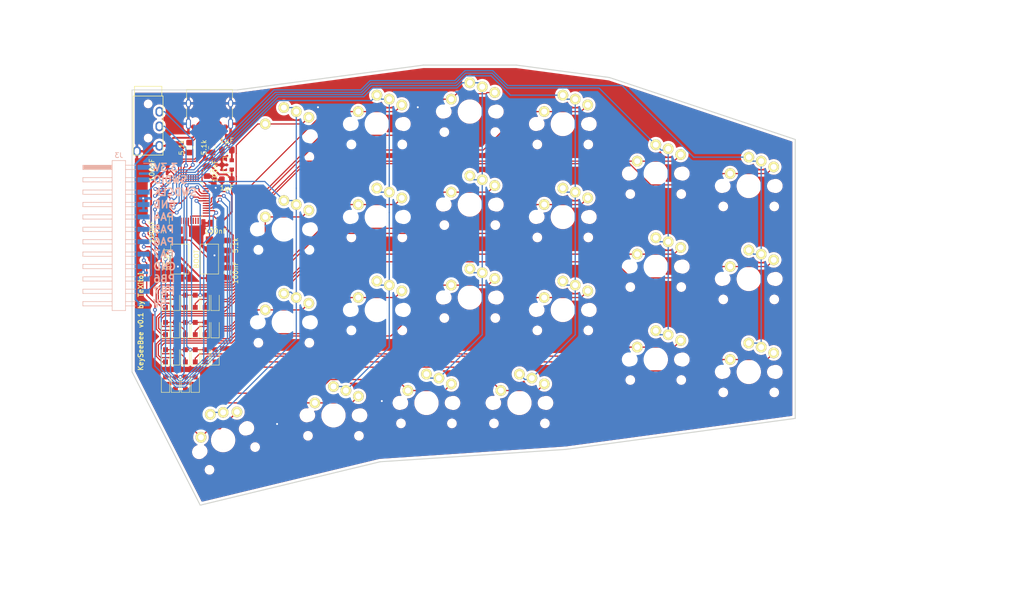
<source format=kicad_pcb>
(kicad_pcb (version 20171130) (host pcbnew 5.0.2+dfsg1-1)

  (general
    (thickness 1.6)
    (drawings 24)
    (tracks 725)
    (zones 0)
    (modules 61)
    (nets 69)
  )

  (page A4)
  (layers
    (0 F.Cu signal)
    (31 B.Cu signal)
    (32 B.Adhes user)
    (33 F.Adhes user)
    (34 B.Paste user)
    (35 F.Paste user)
    (36 B.SilkS user)
    (37 F.SilkS user)
    (38 B.Mask user)
    (39 F.Mask user)
    (40 Dwgs.User user)
    (41 Cmts.User user)
    (42 Eco1.User user)
    (43 Eco2.User user)
    (44 Edge.Cuts user)
    (45 Margin user)
    (46 B.CrtYd user)
    (47 F.CrtYd user)
    (48 B.Fab user)
    (49 F.Fab user)
  )

  (setup
    (last_trace_width 0.25)
    (user_trace_width 0.381)
    (trace_clearance 0.2)
    (zone_clearance 0.508)
    (zone_45_only no)
    (trace_min 0.2)
    (segment_width 0.2)
    (edge_width 0.15)
    (via_size 0.8)
    (via_drill 0.4)
    (via_min_size 0.4)
    (via_min_drill 0.3)
    (uvia_size 0.3)
    (uvia_drill 0.1)
    (uvias_allowed no)
    (uvia_min_size 0.2)
    (uvia_min_drill 0.1)
    (pcb_text_width 0.3)
    (pcb_text_size 1 1)
    (mod_edge_width 0.15)
    (mod_text_size 1 1)
    (mod_text_width 0.15)
    (pad_size 1.524 1.524)
    (pad_drill 0.762)
    (pad_to_mask_clearance 0.051)
    (solder_mask_min_width 0.25)
    (aux_axis_origin 0 0)
    (visible_elements FFFFFF7F)
    (pcbplotparams
      (layerselection 0x010fc_ffffffff)
      (usegerberextensions false)
      (usegerberattributes false)
      (usegerberadvancedattributes false)
      (creategerberjobfile false)
      (excludeedgelayer true)
      (linewidth 0.100000)
      (plotframeref false)
      (viasonmask false)
      (mode 1)
      (useauxorigin false)
      (hpglpennumber 1)
      (hpglpenspeed 20)
      (hpglpendiameter 15.000000)
      (psnegative false)
      (psa4output false)
      (plotreference true)
      (plotvalue true)
      (plotinvisibletext false)
      (padsonsilk false)
      (subtractmaskfromsilk false)
      (outputformat 1)
      (mirror false)
      (drillshape 1)
      (scaleselection 1)
      (outputdirectory ""))
  )

  (net 0 "")
  (net 1 GND)
  (net 2 D+)
  (net 3 "Net-(J1-PadB5)")
  (net 4 "Net-(J1-PadA8)")
  (net 5 D-)
  (net 6 "Net-(J1-PadA5)")
  (net 7 "Net-(J1-PadB8)")
  (net 8 5V)
  (net 9 3.3V)
  (net 10 SWDIO)
  (net 11 SWDCLK)
  (net 12 PA4)
  (net 13 PA5)
  (net 14 PA6)
  (net 15 PA7)
  (net 16 PB6)
  (net 17 PB7)
  (net 18 TX)
  (net 19 RX)
  (net 20 COL4)
  (net 21 COL5)
  (net 22 COL2)
  (net 23 COL6)
  (net 24 COL3)
  (net 25 COL1)
  (net 26 "Net-(R1-Pad1)")
  (net 27 VBAT)
  (net 28 "Net-(U1-Pad2)")
  (net 29 "Net-(U1-Pad3)")
  (net 30 "Net-(U1-Pad4)")
  (net 31 "Net-(U1-Pad5)")
  (net 32 "Net-(U1-Pad6)")
  (net 33 "Net-(C1-Pad2)")
  (net 34 "Net-(U1-Pad10)")
  (net 35 "Net-(U1-Pad11)")
  (net 36 "Net-(U1-Pad12)")
  (net 37 "Net-(U1-Pad13)")
  (net 38 ROW1)
  (net 39 ROW2)
  (net 40 ROW3)
  (net 41 ROW4)
  (net 42 "Net-(U1-Pad22)")
  (net 43 "Net-(U1-Pad26)")
  (net 44 "Net-(U1-Pad27)")
  (net 45 "Net-(U1-Pad28)")
  (net 46 "Net-(U1-Pad29)")
  (net 47 "Net-(D5-Pad1)")
  (net 48 "Net-(D6-Pad1)")
  (net 49 "Net-(D7-Pad1)")
  (net 50 "Net-(D26-Pad1)")
  (net 51 "Net-(D36-Pad1)")
  (net 52 "Net-(D35-Pad1)")
  (net 53 "Net-(D34-Pad1)")
  (net 54 "Net-(D33-Pad1)")
  (net 55 "Net-(D25-Pad1)")
  (net 56 "Net-(D24-Pad1)")
  (net 57 "Net-(D23-Pad1)")
  (net 58 "Net-(D21-Pad1)")
  (net 59 "Net-(D20-Pad1)")
  (net 60 "Net-(D19-Pad1)")
  (net 61 "Net-(D16-Pad1)")
  (net 62 "Net-(D14-Pad1)")
  (net 63 "Net-(D12-Pad1)")
  (net 64 "Net-(D11-Pad1)")
  (net 65 "Net-(D10-Pad1)")
  (net 66 "Net-(D15-Pad1)")
  (net 67 "Net-(D9-Pad1)")
  (net 68 "Net-(D17-Pad1)")

  (net_class Default "Ceci est la Netclass par défaut."
    (clearance 0.2)
    (trace_width 0.25)
    (via_dia 0.8)
    (via_drill 0.4)
    (uvia_dia 0.3)
    (uvia_drill 0.1)
    (add_net 3.3V)
    (add_net 5V)
    (add_net COL1)
    (add_net COL2)
    (add_net COL3)
    (add_net COL4)
    (add_net COL5)
    (add_net COL6)
    (add_net D+)
    (add_net D-)
    (add_net GND)
    (add_net "Net-(C1-Pad2)")
    (add_net "Net-(D10-Pad1)")
    (add_net "Net-(D11-Pad1)")
    (add_net "Net-(D12-Pad1)")
    (add_net "Net-(D14-Pad1)")
    (add_net "Net-(D15-Pad1)")
    (add_net "Net-(D16-Pad1)")
    (add_net "Net-(D17-Pad1)")
    (add_net "Net-(D19-Pad1)")
    (add_net "Net-(D20-Pad1)")
    (add_net "Net-(D21-Pad1)")
    (add_net "Net-(D23-Pad1)")
    (add_net "Net-(D24-Pad1)")
    (add_net "Net-(D25-Pad1)")
    (add_net "Net-(D26-Pad1)")
    (add_net "Net-(D33-Pad1)")
    (add_net "Net-(D34-Pad1)")
    (add_net "Net-(D35-Pad1)")
    (add_net "Net-(D36-Pad1)")
    (add_net "Net-(D5-Pad1)")
    (add_net "Net-(D6-Pad1)")
    (add_net "Net-(D7-Pad1)")
    (add_net "Net-(D9-Pad1)")
    (add_net "Net-(J1-PadA5)")
    (add_net "Net-(J1-PadA8)")
    (add_net "Net-(J1-PadB5)")
    (add_net "Net-(J1-PadB8)")
    (add_net "Net-(R1-Pad1)")
    (add_net "Net-(U1-Pad10)")
    (add_net "Net-(U1-Pad11)")
    (add_net "Net-(U1-Pad12)")
    (add_net "Net-(U1-Pad13)")
    (add_net "Net-(U1-Pad2)")
    (add_net "Net-(U1-Pad22)")
    (add_net "Net-(U1-Pad26)")
    (add_net "Net-(U1-Pad27)")
    (add_net "Net-(U1-Pad28)")
    (add_net "Net-(U1-Pad29)")
    (add_net "Net-(U1-Pad3)")
    (add_net "Net-(U1-Pad4)")
    (add_net "Net-(U1-Pad5)")
    (add_net "Net-(U1-Pad6)")
    (add_net PA4)
    (add_net PA5)
    (add_net PA6)
    (add_net PA7)
    (add_net PB6)
    (add_net PB7)
    (add_net ROW1)
    (add_net ROW2)
    (add_net ROW3)
    (add_net ROW4)
    (add_net RX)
    (add_net SWDCLK)
    (add_net SWDIO)
    (add_net TX)
    (add_net VBAT)
  )

  (module foostan-kbd:CherryMX_Choc_1u (layer F.Cu) (tedit 5C66D612) (tstamp 5F028DAB)
    (at 99.568 136.652 26.5)
    (path /5DFEF7E7)
    (fp_text reference SW15 (at 4.6 6 26.5) (layer Dwgs.User) hide
      (effects (font (size 1 1) (thickness 0.15)))
    )
    (fp_text value SW_Push (at -0.5 6 26.5) (layer Dwgs.User) hide
      (effects (font (size 1 1) (thickness 0.15)))
    )
    (fp_line (start 7 7) (end 7 6) (layer Dwgs.User) (width 0.15))
    (fp_line (start 6 7) (end 7 7) (layer Dwgs.User) (width 0.15))
    (fp_line (start -7 -7) (end -6 -7) (layer Dwgs.User) (width 0.15))
    (fp_line (start -7 -6) (end -7 -7) (layer Dwgs.User) (width 0.15))
    (fp_line (start -9.525 9.525) (end -9.525 -9.525) (layer Dwgs.User) (width 0.15))
    (fp_line (start 9.525 9.525) (end -9.525 9.525) (layer Dwgs.User) (width 0.15))
    (fp_line (start 9.525 -9.525) (end 9.525 9.525) (layer Dwgs.User) (width 0.15))
    (fp_line (start -9.525 -9.525) (end 9.525 -9.525) (layer Dwgs.User) (width 0.15))
    (pad "" np_thru_hole circle (at -5.22 4.2 26.5) (size 1 1) (drill 1) (layers *.Cu *.Mask))
    (pad "" np_thru_hole circle (at 5.22 4.2 26.5) (size 1 1) (drill 1) (layers *.Cu *.Mask))
    (pad "" np_thru_hole circle (at -5.08 0 26.5) (size 1.7 1.7) (drill 1.7) (layers *.Cu *.Mask))
    (pad "" np_thru_hole circle (at 5.08 0 26.5) (size 1.7 1.7) (drill 1.7) (layers *.Cu *.Mask))
    (pad 1 thru_hole circle (at -3.81 -2.54 76.5) (size 2.2 2.2) (drill 1.2) (layers *.Cu F.SilkS B.Mask)
      (net 68 "Net-(D17-Pad1)"))
    (pad 2 thru_hole circle (at 2.54 -5.08 26.5) (size 2.2 2.2) (drill 1.2) (layers *.Cu F.SilkS B.Mask)
      (net 23 COL6))
    (pad 2 thru_hole circle (at 0 -5.9 116.5) (size 2.2 2.2) (drill 1.2) (layers *.Cu F.SilkS B.Mask)
      (net 23 COL6))
    (pad "" np_thru_hole circle (at 5.5 0 116.5) (size 1.9 1.9) (drill 1.9) (layers *.Cu *.Mask))
    (pad "" np_thru_hole circle (at -5.5 0 116.5) (size 1.9 1.9) (drill 1.9) (layers *.Cu *.Mask))
    (pad "" np_thru_hole circle (at 0 0 116.5) (size 4 4) (drill 4) (layers *.Cu *.Mask))
    (pad 1 thru_hole circle (at 5.1 -3.9 336.5) (size 2.2 2.2) (drill 1.2) (layers *.Cu F.SilkS B.Mask)
      (net 68 "Net-(D17-Pad1)"))
  )

  (module Button_Switch_SMD:SW_SPST_CK_RS282G05A3 (layer F.Cu) (tedit 5F2330D4) (tstamp 5F2360B7)
    (at 90.678 99.568 90)
    (descr https://www.mouser.com/ds/2/60/RS-282G05A-SM_RT-1159762.pdf)
    (tags "SPST button tactile switch")
    (path /5DECA090)
    (attr smd)
    (fp_text reference SW2 (at 0 -2.6 90) (layer F.SilkS) hide
      (effects (font (size 1 1) (thickness 0.15)))
    )
    (fp_text value RESET (at 0 -2.667 90) (layer F.SilkS)
      (effects (font (size 1 1) (thickness 0.15)))
    )
    (fp_line (start 3 -1.8) (end 3 1.8) (layer F.Fab) (width 0.1))
    (fp_line (start -3 -1.8) (end -3 1.8) (layer F.Fab) (width 0.1))
    (fp_line (start -3 -1.8) (end 3 -1.8) (layer F.Fab) (width 0.1))
    (fp_line (start -3 1.8) (end 3 1.8) (layer F.Fab) (width 0.1))
    (fp_line (start -1.5 -0.8) (end -1.5 0.8) (layer F.Fab) (width 0.1))
    (fp_line (start 1.5 -0.8) (end 1.5 0.8) (layer F.Fab) (width 0.1))
    (fp_line (start -1.5 -0.8) (end 1.5 -0.8) (layer F.Fab) (width 0.1))
    (fp_line (start -1.5 0.8) (end 1.5 0.8) (layer F.Fab) (width 0.1))
    (fp_line (start -3.06 1.85) (end -3.06 -1.85) (layer F.SilkS) (width 0.12))
    (fp_line (start 3.06 1.85) (end -3.06 1.85) (layer F.SilkS) (width 0.12))
    (fp_line (start 3.06 -1.85) (end 3.06 1.85) (layer F.SilkS) (width 0.12))
    (fp_line (start -3.06 -1.85) (end 3.06 -1.85) (layer F.SilkS) (width 0.12))
    (fp_line (start -1.75 1) (end -1.75 -1) (layer F.Fab) (width 0.1))
    (fp_line (start 1.75 1) (end -1.75 1) (layer F.Fab) (width 0.1))
    (fp_line (start 1.75 -1) (end 1.75 1) (layer F.Fab) (width 0.1))
    (fp_line (start -1.75 -1) (end 1.75 -1) (layer F.Fab) (width 0.1))
    (fp_text user %R (at 0 -2.6 90) (layer F.Fab)
      (effects (font (size 1 1) (thickness 0.15)))
    )
    (fp_line (start -4.9 -2.05) (end 4.9 -2.05) (layer F.CrtYd) (width 0.05))
    (fp_line (start 4.9 -2.05) (end 4.9 2.05) (layer F.CrtYd) (width 0.05))
    (fp_line (start 4.9 2.05) (end -4.9 2.05) (layer F.CrtYd) (width 0.05))
    (fp_line (start -4.9 2.05) (end -4.9 -2.05) (layer F.CrtYd) (width 0.05))
    (pad 2 smd rect (at 3.9 0 90) (size 1.5 1.5) (layers F.Cu F.Paste F.Mask)
      (net 33 "Net-(C1-Pad2)"))
    (pad 1 smd rect (at -3.9 0 90) (size 1.5 1.5) (layers F.Cu F.Paste F.Mask)
      (net 1 GND))
    (model ${KISYS3DMOD}/Button_Switch_SMD.3dshapes/SW_SPST_CK_RS282G05A3.wrl
      (at (xyz 0 0 0))
      (scale (xyz 1 1 1))
      (rotate (xyz 0 0 0))
    )
  )

  (module Button_Switch_SMD:SW_SPST_CK_RS282G05A3 (layer F.Cu) (tedit 5F2330EE) (tstamp 5F02633D)
    (at 96.774 99.568 270)
    (descr https://www.mouser.com/ds/2/60/RS-282G05A-SM_RT-1159762.pdf)
    (tags "SPST button tactile switch")
    (path /5DECE105)
    (attr smd)
    (fp_text reference SW1 (at 0 -2.6 270) (layer F.SilkS) hide
      (effects (font (size 1 1) (thickness 0.15)))
    )
    (fp_text value BOOT (at 0 2.667 270) (layer F.SilkS)
      (effects (font (size 1 1) (thickness 0.15)))
    )
    (fp_line (start -4.9 2.05) (end -4.9 -2.05) (layer F.CrtYd) (width 0.05))
    (fp_line (start 4.9 2.05) (end -4.9 2.05) (layer F.CrtYd) (width 0.05))
    (fp_line (start 4.9 -2.05) (end 4.9 2.05) (layer F.CrtYd) (width 0.05))
    (fp_line (start -4.9 -2.05) (end 4.9 -2.05) (layer F.CrtYd) (width 0.05))
    (fp_text user %R (at 0 -2.6 270) (layer F.Fab)
      (effects (font (size 1 1) (thickness 0.15)))
    )
    (fp_line (start -1.75 -1) (end 1.75 -1) (layer F.Fab) (width 0.1))
    (fp_line (start 1.75 -1) (end 1.75 1) (layer F.Fab) (width 0.1))
    (fp_line (start 1.75 1) (end -1.75 1) (layer F.Fab) (width 0.1))
    (fp_line (start -1.75 1) (end -1.75 -1) (layer F.Fab) (width 0.1))
    (fp_line (start -3.06 -1.85) (end 3.06 -1.85) (layer F.SilkS) (width 0.12))
    (fp_line (start 3.06 -1.85) (end 3.06 1.85) (layer F.SilkS) (width 0.12))
    (fp_line (start 3.06 1.85) (end -3.06 1.85) (layer F.SilkS) (width 0.12))
    (fp_line (start -3.06 1.85) (end -3.06 -1.85) (layer F.SilkS) (width 0.12))
    (fp_line (start -1.5 0.8) (end 1.5 0.8) (layer F.Fab) (width 0.1))
    (fp_line (start -1.5 -0.8) (end 1.5 -0.8) (layer F.Fab) (width 0.1))
    (fp_line (start 1.5 -0.8) (end 1.5 0.8) (layer F.Fab) (width 0.1))
    (fp_line (start -1.5 -0.8) (end -1.5 0.8) (layer F.Fab) (width 0.1))
    (fp_line (start -3 1.8) (end 3 1.8) (layer F.Fab) (width 0.1))
    (fp_line (start -3 -1.8) (end 3 -1.8) (layer F.Fab) (width 0.1))
    (fp_line (start -3 -1.8) (end -3 1.8) (layer F.Fab) (width 0.1))
    (fp_line (start 3 -1.8) (end 3 1.8) (layer F.Fab) (width 0.1))
    (pad 1 smd rect (at -3.9 0 270) (size 1.5 1.5) (layers F.Cu F.Paste F.Mask)
      (net 26 "Net-(R1-Pad1)"))
    (pad 2 smd rect (at 3.9 0 270) (size 1.5 1.5) (layers F.Cu F.Paste F.Mask)
      (net 9 3.3V))
    (model ${KISYS3DMOD}/Button_Switch_SMD.3dshapes/SW_SPST_CK_RS282G05A3.wrl
      (at (xyz 0 0 0))
      (scale (xyz 1 1 1))
      (rotate (xyz 0 0 0))
    )
  )

  (module Capacitor_SMD:C_0805_2012Metric_Pad1.15x1.40mm_HandSolder (layer F.Cu) (tedit 5F23313B) (tstamp 5F03ABB0)
    (at 100.457 102.362 270)
    (descr "Capacitor SMD 0805 (2012 Metric), square (rectangular) end terminal, IPC_7351 nominal with elongated pad for handsoldering. (Body size source: https://docs.google.com/spreadsheets/d/1BsfQQcO9C6DZCsRaXUlFlo91Tg2WpOkGARC1WS5S8t0/edit?usp=sharing), generated with kicad-footprint-generator")
    (tags "capacitor handsolder")
    (path /5DEC9DB9)
    (attr smd)
    (fp_text reference C1 (at 0 -1.65 270) (layer F.SilkS) hide
      (effects (font (size 1 1) (thickness 0.15)))
    )
    (fp_text value 100nF (at 0 -1.651 270) (layer F.SilkS)
      (effects (font (size 1 1) (thickness 0.15)))
    )
    (fp_line (start -1 0.6) (end -1 -0.6) (layer F.Fab) (width 0.1))
    (fp_line (start -1 -0.6) (end 1 -0.6) (layer F.Fab) (width 0.1))
    (fp_line (start 1 -0.6) (end 1 0.6) (layer F.Fab) (width 0.1))
    (fp_line (start 1 0.6) (end -1 0.6) (layer F.Fab) (width 0.1))
    (fp_line (start -0.261252 -0.71) (end 0.261252 -0.71) (layer F.SilkS) (width 0.12))
    (fp_line (start -0.261252 0.71) (end 0.261252 0.71) (layer F.SilkS) (width 0.12))
    (fp_line (start -1.85 0.95) (end -1.85 -0.95) (layer F.CrtYd) (width 0.05))
    (fp_line (start -1.85 -0.95) (end 1.85 -0.95) (layer F.CrtYd) (width 0.05))
    (fp_line (start 1.85 -0.95) (end 1.85 0.95) (layer F.CrtYd) (width 0.05))
    (fp_line (start 1.85 0.95) (end -1.85 0.95) (layer F.CrtYd) (width 0.05))
    (fp_text user %R (at 0 0 270) (layer F.Fab)
      (effects (font (size 0.5 0.5) (thickness 0.08)))
    )
    (pad 1 smd roundrect (at -1.025 0 270) (size 1.15 1.4) (layers F.Cu F.Paste F.Mask) (roundrect_rratio 0.217391)
      (net 1 GND))
    (pad 2 smd roundrect (at 1.025 0 270) (size 1.15 1.4) (layers F.Cu F.Paste F.Mask) (roundrect_rratio 0.217391)
      (net 33 "Net-(C1-Pad2)"))
    (model ${KISYS3DMOD}/Capacitor_SMD.3dshapes/C_0805_2012Metric.wrl
      (at (xyz 0 0 0))
      (scale (xyz 1 1 1))
      (rotate (xyz 0 0 0))
    )
  )

  (module Capacitor_SMD:C_0805_2012Metric_Pad1.15x1.40mm_HandSolder (layer F.Cu) (tedit 5F23325A) (tstamp 5F026311)
    (at 86.614 81.28 270)
    (descr "Capacitor SMD 0805 (2012 Metric), square (rectangular) end terminal, IPC_7351 nominal with elongated pad for handsoldering. (Body size source: https://docs.google.com/spreadsheets/d/1BsfQQcO9C6DZCsRaXUlFlo91Tg2WpOkGARC1WS5S8t0/edit?usp=sharing), generated with kicad-footprint-generator")
    (tags "capacitor handsolder")
    (path /5DEC3C77)
    (attr smd)
    (fp_text reference C2 (at 0 -1.65 270) (layer F.SilkS) hide
      (effects (font (size 1 1) (thickness 0.15)))
    )
    (fp_text value 100nF (at 0 1.65 270) (layer F.SilkS)
      (effects (font (size 1 1) (thickness 0.15)))
    )
    (fp_text user %R (at 0 0 270) (layer F.Fab)
      (effects (font (size 0.5 0.5) (thickness 0.08)))
    )
    (fp_line (start 1.85 0.95) (end -1.85 0.95) (layer F.CrtYd) (width 0.05))
    (fp_line (start 1.85 -0.95) (end 1.85 0.95) (layer F.CrtYd) (width 0.05))
    (fp_line (start -1.85 -0.95) (end 1.85 -0.95) (layer F.CrtYd) (width 0.05))
    (fp_line (start -1.85 0.95) (end -1.85 -0.95) (layer F.CrtYd) (width 0.05))
    (fp_line (start -0.261252 0.71) (end 0.261252 0.71) (layer F.SilkS) (width 0.12))
    (fp_line (start -0.261252 -0.71) (end 0.261252 -0.71) (layer F.SilkS) (width 0.12))
    (fp_line (start 1 0.6) (end -1 0.6) (layer F.Fab) (width 0.1))
    (fp_line (start 1 -0.6) (end 1 0.6) (layer F.Fab) (width 0.1))
    (fp_line (start -1 -0.6) (end 1 -0.6) (layer F.Fab) (width 0.1))
    (fp_line (start -1 0.6) (end -1 -0.6) (layer F.Fab) (width 0.1))
    (pad 2 smd roundrect (at 1.025 0 270) (size 1.15 1.4) (layers F.Cu F.Paste F.Mask) (roundrect_rratio 0.217391)
      (net 9 3.3V))
    (pad 1 smd roundrect (at -1.025 0 270) (size 1.15 1.4) (layers F.Cu F.Paste F.Mask) (roundrect_rratio 0.217391)
      (net 1 GND))
    (model ${KISYS3DMOD}/Capacitor_SMD.3dshapes/C_0805_2012Metric.wrl
      (at (xyz 0 0 0))
      (scale (xyz 1 1 1))
      (rotate (xyz 0 0 0))
    )
  )

  (module Capacitor_SMD:C_0805_2012Metric_Pad1.15x1.40mm_HandSolder (layer F.Cu) (tedit 5F233296) (tstamp 5F2383B6)
    (at 96.266 81.534 90)
    (descr "Capacitor SMD 0805 (2012 Metric), square (rectangular) end terminal, IPC_7351 nominal with elongated pad for handsoldering. (Body size source: https://docs.google.com/spreadsheets/d/1BsfQQcO9C6DZCsRaXUlFlo91Tg2WpOkGARC1WS5S8t0/edit?usp=sharing), generated with kicad-footprint-generator")
    (tags "capacitor handsolder")
    (path /5DEC3CF5)
    (attr smd)
    (fp_text reference C3 (at 0 -1.65 90) (layer F.SilkS) hide
      (effects (font (size 1 1) (thickness 0.15)))
    )
    (fp_text value 100nF (at 0 1.651 90) (layer F.SilkS)
      (effects (font (size 1 1) (thickness 0.15)))
    )
    (fp_line (start -1 0.6) (end -1 -0.6) (layer F.Fab) (width 0.1))
    (fp_line (start -1 -0.6) (end 1 -0.6) (layer F.Fab) (width 0.1))
    (fp_line (start 1 -0.6) (end 1 0.6) (layer F.Fab) (width 0.1))
    (fp_line (start 1 0.6) (end -1 0.6) (layer F.Fab) (width 0.1))
    (fp_line (start -0.261252 -0.71) (end 0.261252 -0.71) (layer F.SilkS) (width 0.12))
    (fp_line (start -0.261252 0.71) (end 0.261252 0.71) (layer F.SilkS) (width 0.12))
    (fp_line (start -1.85 0.95) (end -1.85 -0.95) (layer F.CrtYd) (width 0.05))
    (fp_line (start -1.85 -0.95) (end 1.85 -0.95) (layer F.CrtYd) (width 0.05))
    (fp_line (start 1.85 -0.95) (end 1.85 0.95) (layer F.CrtYd) (width 0.05))
    (fp_line (start 1.85 0.95) (end -1.85 0.95) (layer F.CrtYd) (width 0.05))
    (fp_text user %R (at 0 0 90) (layer F.Fab)
      (effects (font (size 0.5 0.5) (thickness 0.08)))
    )
    (pad 1 smd roundrect (at -1.025 0 90) (size 1.15 1.4) (layers F.Cu F.Paste F.Mask) (roundrect_rratio 0.217391)
      (net 1 GND))
    (pad 2 smd roundrect (at 1.025 0 90) (size 1.15 1.4) (layers F.Cu F.Paste F.Mask) (roundrect_rratio 0.217391)
      (net 9 3.3V))
    (model ${KISYS3DMOD}/Capacitor_SMD.3dshapes/C_0805_2012Metric.wrl
      (at (xyz 0 0 0))
      (scale (xyz 1 1 1))
      (rotate (xyz 0 0 0))
    )
  )

  (module Capacitor_SMD:C_0805_2012Metric_Pad1.15x1.40mm_HandSolder (layer F.Cu) (tedit 5F23314C) (tstamp 5F0262EF)
    (at 98.044 92.202)
    (descr "Capacitor SMD 0805 (2012 Metric), square (rectangular) end terminal, IPC_7351 nominal with elongated pad for handsoldering. (Body size source: https://docs.google.com/spreadsheets/d/1BsfQQcO9C6DZCsRaXUlFlo91Tg2WpOkGARC1WS5S8t0/edit?usp=sharing), generated with kicad-footprint-generator")
    (tags "capacitor handsolder")
    (path /5DEC3D3C)
    (attr smd)
    (fp_text reference C4 (at 0 -1.65) (layer F.SilkS) hide
      (effects (font (size 1 1) (thickness 0.15)))
    )
    (fp_text value 100nF (at 0 1.65) (layer F.SilkS)
      (effects (font (size 1 1) (thickness 0.15)))
    )
    (fp_text user %R (at 0 0) (layer F.Fab)
      (effects (font (size 0.5 0.5) (thickness 0.08)))
    )
    (fp_line (start 1.85 0.95) (end -1.85 0.95) (layer F.CrtYd) (width 0.05))
    (fp_line (start 1.85 -0.95) (end 1.85 0.95) (layer F.CrtYd) (width 0.05))
    (fp_line (start -1.85 -0.95) (end 1.85 -0.95) (layer F.CrtYd) (width 0.05))
    (fp_line (start -1.85 0.95) (end -1.85 -0.95) (layer F.CrtYd) (width 0.05))
    (fp_line (start -0.261252 0.71) (end 0.261252 0.71) (layer F.SilkS) (width 0.12))
    (fp_line (start -0.261252 -0.71) (end 0.261252 -0.71) (layer F.SilkS) (width 0.12))
    (fp_line (start 1 0.6) (end -1 0.6) (layer F.Fab) (width 0.1))
    (fp_line (start 1 -0.6) (end 1 0.6) (layer F.Fab) (width 0.1))
    (fp_line (start -1 -0.6) (end 1 -0.6) (layer F.Fab) (width 0.1))
    (fp_line (start -1 0.6) (end -1 -0.6) (layer F.Fab) (width 0.1))
    (pad 2 smd roundrect (at 1.025 0) (size 1.15 1.4) (layers F.Cu F.Paste F.Mask) (roundrect_rratio 0.217391)
      (net 9 3.3V))
    (pad 1 smd roundrect (at -1.025 0) (size 1.15 1.4) (layers F.Cu F.Paste F.Mask) (roundrect_rratio 0.217391)
      (net 1 GND))
    (model ${KISYS3DMOD}/Capacitor_SMD.3dshapes/C_0805_2012Metric.wrl
      (at (xyz 0 0 0))
      (scale (xyz 1 1 1))
      (rotate (xyz 0 0 0))
    )
  )

  (module Capacitor_SMD:C_0805_2012Metric_Pad1.15x1.40mm_HandSolder (layer F.Cu) (tedit 5F23309C) (tstamp 5F0262DE)
    (at 86.614 93.98 270)
    (descr "Capacitor SMD 0805 (2012 Metric), square (rectangular) end terminal, IPC_7351 nominal with elongated pad for handsoldering. (Body size source: https://docs.google.com/spreadsheets/d/1BsfQQcO9C6DZCsRaXUlFlo91Tg2WpOkGARC1WS5S8t0/edit?usp=sharing), generated with kicad-footprint-generator")
    (tags "capacitor handsolder")
    (path /5DEC3D7E)
    (attr smd)
    (fp_text reference C5 (at 0 -1.65 270) (layer F.SilkS) hide
      (effects (font (size 1 1) (thickness 0.15)))
    )
    (fp_text value 100nF (at 0 1.65 270) (layer F.SilkS)
      (effects (font (size 1 1) (thickness 0.15)))
    )
    (fp_line (start -1 0.6) (end -1 -0.6) (layer F.Fab) (width 0.1))
    (fp_line (start -1 -0.6) (end 1 -0.6) (layer F.Fab) (width 0.1))
    (fp_line (start 1 -0.6) (end 1 0.6) (layer F.Fab) (width 0.1))
    (fp_line (start 1 0.6) (end -1 0.6) (layer F.Fab) (width 0.1))
    (fp_line (start -0.261252 -0.71) (end 0.261252 -0.71) (layer F.SilkS) (width 0.12))
    (fp_line (start -0.261252 0.71) (end 0.261252 0.71) (layer F.SilkS) (width 0.12))
    (fp_line (start -1.85 0.95) (end -1.85 -0.95) (layer F.CrtYd) (width 0.05))
    (fp_line (start -1.85 -0.95) (end 1.85 -0.95) (layer F.CrtYd) (width 0.05))
    (fp_line (start 1.85 -0.95) (end 1.85 0.95) (layer F.CrtYd) (width 0.05))
    (fp_line (start 1.85 0.95) (end -1.85 0.95) (layer F.CrtYd) (width 0.05))
    (fp_text user %R (at 0 0 270) (layer F.Fab)
      (effects (font (size 0.5 0.5) (thickness 0.08)))
    )
    (pad 1 smd roundrect (at -1.025 0 270) (size 1.15 1.4) (layers F.Cu F.Paste F.Mask) (roundrect_rratio 0.217391)
      (net 1 GND))
    (pad 2 smd roundrect (at 1.025 0 270) (size 1.15 1.4) (layers F.Cu F.Paste F.Mask) (roundrect_rratio 0.217391)
      (net 9 3.3V))
    (model ${KISYS3DMOD}/Capacitor_SMD.3dshapes/C_0805_2012Metric.wrl
      (at (xyz 0 0 0))
      (scale (xyz 1 1 1))
      (rotate (xyz 0 0 0))
    )
  )

  (module Capacitor_SMD:C_0805_2012Metric_Pad1.15x1.40mm_HandSolder (layer F.Cu) (tedit 5F2332B5) (tstamp 5F0262CD)
    (at 100.33 83.312)
    (descr "Capacitor SMD 0805 (2012 Metric), square (rectangular) end terminal, IPC_7351 nominal with elongated pad for handsoldering. (Body size source: https://docs.google.com/spreadsheets/d/1BsfQQcO9C6DZCsRaXUlFlo91Tg2WpOkGARC1WS5S8t0/edit?usp=sharing), generated with kicad-footprint-generator")
    (tags "capacitor handsolder")
    (path /5DEE73ED)
    (attr smd)
    (fp_text reference C6 (at 0 -1.65) (layer F.SilkS) hide
      (effects (font (size 1 1) (thickness 0.15)))
    )
    (fp_text value 1µF (at 0 1.65) (layer F.SilkS)
      (effects (font (size 1 1) (thickness 0.15)))
    )
    (fp_text user %R (at 0 0) (layer F.Fab)
      (effects (font (size 0.5 0.5) (thickness 0.08)))
    )
    (fp_line (start 1.85 0.95) (end -1.85 0.95) (layer F.CrtYd) (width 0.05))
    (fp_line (start 1.85 -0.95) (end 1.85 0.95) (layer F.CrtYd) (width 0.05))
    (fp_line (start -1.85 -0.95) (end 1.85 -0.95) (layer F.CrtYd) (width 0.05))
    (fp_line (start -1.85 0.95) (end -1.85 -0.95) (layer F.CrtYd) (width 0.05))
    (fp_line (start -0.261252 0.71) (end 0.261252 0.71) (layer F.SilkS) (width 0.12))
    (fp_line (start -0.261252 -0.71) (end 0.261252 -0.71) (layer F.SilkS) (width 0.12))
    (fp_line (start 1 0.6) (end -1 0.6) (layer F.Fab) (width 0.1))
    (fp_line (start 1 -0.6) (end 1 0.6) (layer F.Fab) (width 0.1))
    (fp_line (start -1 -0.6) (end 1 -0.6) (layer F.Fab) (width 0.1))
    (fp_line (start -1 0.6) (end -1 -0.6) (layer F.Fab) (width 0.1))
    (pad 2 smd roundrect (at 1.025 0) (size 1.15 1.4) (layers F.Cu F.Paste F.Mask) (roundrect_rratio 0.217391)
      (net 9 3.3V))
    (pad 1 smd roundrect (at -1.025 0) (size 1.15 1.4) (layers F.Cu F.Paste F.Mask) (roundrect_rratio 0.217391)
      (net 1 GND))
    (model ${KISYS3DMOD}/Capacitor_SMD.3dshapes/C_0805_2012Metric.wrl
      (at (xyz 0 0 0))
      (scale (xyz 1 1 1))
      (rotate (xyz 0 0 0))
    )
  )

  (module Capacitor_SMD:C_0805_2012Metric_Pad1.15x1.40mm_HandSolder (layer F.Cu) (tedit 5F2332DA) (tstamp 5F0262BC)
    (at 100.33 77.216)
    (descr "Capacitor SMD 0805 (2012 Metric), square (rectangular) end terminal, IPC_7351 nominal with elongated pad for handsoldering. (Body size source: https://docs.google.com/spreadsheets/d/1BsfQQcO9C6DZCsRaXUlFlo91Tg2WpOkGARC1WS5S8t0/edit?usp=sharing), generated with kicad-footprint-generator")
    (tags "capacitor handsolder")
    (path /5DEC3DF1)
    (attr smd)
    (fp_text reference C7 (at 0 -1.65) (layer F.SilkS) hide
      (effects (font (size 1 1) (thickness 0.15)))
    )
    (fp_text value 1µF (at 0 -1.905) (layer F.SilkS)
      (effects (font (size 1 1) (thickness 0.15)))
    )
    (fp_line (start -1 0.6) (end -1 -0.6) (layer F.Fab) (width 0.1))
    (fp_line (start -1 -0.6) (end 1 -0.6) (layer F.Fab) (width 0.1))
    (fp_line (start 1 -0.6) (end 1 0.6) (layer F.Fab) (width 0.1))
    (fp_line (start 1 0.6) (end -1 0.6) (layer F.Fab) (width 0.1))
    (fp_line (start -0.261252 -0.71) (end 0.261252 -0.71) (layer F.SilkS) (width 0.12))
    (fp_line (start -0.261252 0.71) (end 0.261252 0.71) (layer F.SilkS) (width 0.12))
    (fp_line (start -1.85 0.95) (end -1.85 -0.95) (layer F.CrtYd) (width 0.05))
    (fp_line (start -1.85 -0.95) (end 1.85 -0.95) (layer F.CrtYd) (width 0.05))
    (fp_line (start 1.85 -0.95) (end 1.85 0.95) (layer F.CrtYd) (width 0.05))
    (fp_line (start 1.85 0.95) (end -1.85 0.95) (layer F.CrtYd) (width 0.05))
    (fp_text user %R (at 0 0) (layer F.Fab)
      (effects (font (size 0.5 0.5) (thickness 0.08)))
    )
    (pad 1 smd roundrect (at -1.025 0) (size 1.15 1.4) (layers F.Cu F.Paste F.Mask) (roundrect_rratio 0.217391)
      (net 1 GND))
    (pad 2 smd roundrect (at 1.025 0) (size 1.15 1.4) (layers F.Cu F.Paste F.Mask) (roundrect_rratio 0.217391)
      (net 8 5V))
    (model ${KISYS3DMOD}/Capacitor_SMD.3dshapes/C_0805_2012Metric.wrl
      (at (xyz 0 0 0))
      (scale (xyz 1 1 1))
      (rotate (xyz 0 0 0))
    )
  )

  (module Diode_SMD:D_SOD-323_HandSoldering (layer F.Cu) (tedit 5F232EC0) (tstamp 5F0262AB)
    (at 87.757 124.968 90)
    (descr SOD-323)
    (tags SOD-323)
    (path /5DFEF7E0)
    (attr smd)
    (fp_text reference D17 (at 0 -1.85 90) (layer F.SilkS) hide
      (effects (font (size 1 1) (thickness 0.15)))
    )
    (fp_text value D4.6 (at 0.1 1.9 90) (layer F.Fab)
      (effects (font (size 1 1) (thickness 0.15)))
    )
    (fp_line (start -1.9 -0.85) (end 1.25 -0.85) (layer F.SilkS) (width 0.12))
    (fp_line (start -1.9 0.85) (end 1.25 0.85) (layer F.SilkS) (width 0.12))
    (fp_line (start -2 -0.95) (end -2 0.95) (layer F.CrtYd) (width 0.05))
    (fp_line (start -2 0.95) (end 2 0.95) (layer F.CrtYd) (width 0.05))
    (fp_line (start 2 -0.95) (end 2 0.95) (layer F.CrtYd) (width 0.05))
    (fp_line (start -2 -0.95) (end 2 -0.95) (layer F.CrtYd) (width 0.05))
    (fp_line (start -0.9 -0.7) (end 0.9 -0.7) (layer F.Fab) (width 0.1))
    (fp_line (start 0.9 -0.7) (end 0.9 0.7) (layer F.Fab) (width 0.1))
    (fp_line (start 0.9 0.7) (end -0.9 0.7) (layer F.Fab) (width 0.1))
    (fp_line (start -0.9 0.7) (end -0.9 -0.7) (layer F.Fab) (width 0.1))
    (fp_line (start -0.3 -0.35) (end -0.3 0.35) (layer F.Fab) (width 0.1))
    (fp_line (start -0.3 0) (end -0.5 0) (layer F.Fab) (width 0.1))
    (fp_line (start -0.3 0) (end 0.2 -0.35) (layer F.Fab) (width 0.1))
    (fp_line (start 0.2 -0.35) (end 0.2 0.35) (layer F.Fab) (width 0.1))
    (fp_line (start 0.2 0.35) (end -0.3 0) (layer F.Fab) (width 0.1))
    (fp_line (start 0.2 0) (end 0.45 0) (layer F.Fab) (width 0.1))
    (fp_line (start -1.9 -0.85) (end -1.9 0.85) (layer F.SilkS) (width 0.12))
    (fp_text user %R (at 0 -1.85 90) (layer F.Fab)
      (effects (font (size 1 1) (thickness 0.15)))
    )
    (pad 2 smd rect (at 1.25 0 90) (size 1 1) (layers F.Cu F.Paste F.Mask)
      (net 41 ROW4))
    (pad 1 smd rect (at -1.25 0 90) (size 1 1) (layers F.Cu F.Paste F.Mask)
      (net 68 "Net-(D17-Pad1)"))
    (model ${KISYS3DMOD}/Diode_SMD.3dshapes/D_SOD-323.wrl
      (at (xyz 0 0 0))
      (scale (xyz 1 1 1))
      (rotate (xyz 0 0 0))
    )
  )

  (module Diode_SMD:D_SOD-323_HandSoldering (layer F.Cu) (tedit 5F232EEE) (tstamp 5F026293)
    (at 87.757 113.792 90)
    (descr SOD-323)
    (tags SOD-323)
    (path /5DFEF7FC)
    (attr smd)
    (fp_text reference D15 (at 0 -1.85 90) (layer F.SilkS) hide
      (effects (font (size 1 1) (thickness 0.15)))
    )
    (fp_text value D2.6 (at 0.1 1.9 90) (layer F.Fab)
      (effects (font (size 1 1) (thickness 0.15)))
    )
    (fp_text user %R (at 0 -1.85 90) (layer F.Fab)
      (effects (font (size 1 1) (thickness 0.15)))
    )
    (fp_line (start -1.9 -0.85) (end -1.9 0.85) (layer F.SilkS) (width 0.12))
    (fp_line (start 0.2 0) (end 0.45 0) (layer F.Fab) (width 0.1))
    (fp_line (start 0.2 0.35) (end -0.3 0) (layer F.Fab) (width 0.1))
    (fp_line (start 0.2 -0.35) (end 0.2 0.35) (layer F.Fab) (width 0.1))
    (fp_line (start -0.3 0) (end 0.2 -0.35) (layer F.Fab) (width 0.1))
    (fp_line (start -0.3 0) (end -0.5 0) (layer F.Fab) (width 0.1))
    (fp_line (start -0.3 -0.35) (end -0.3 0.35) (layer F.Fab) (width 0.1))
    (fp_line (start -0.9 0.7) (end -0.9 -0.7) (layer F.Fab) (width 0.1))
    (fp_line (start 0.9 0.7) (end -0.9 0.7) (layer F.Fab) (width 0.1))
    (fp_line (start 0.9 -0.7) (end 0.9 0.7) (layer F.Fab) (width 0.1))
    (fp_line (start -0.9 -0.7) (end 0.9 -0.7) (layer F.Fab) (width 0.1))
    (fp_line (start -2 -0.95) (end 2 -0.95) (layer F.CrtYd) (width 0.05))
    (fp_line (start 2 -0.95) (end 2 0.95) (layer F.CrtYd) (width 0.05))
    (fp_line (start -2 0.95) (end 2 0.95) (layer F.CrtYd) (width 0.05))
    (fp_line (start -2 -0.95) (end -2 0.95) (layer F.CrtYd) (width 0.05))
    (fp_line (start -1.9 0.85) (end 1.25 0.85) (layer F.SilkS) (width 0.12))
    (fp_line (start -1.9 -0.85) (end 1.25 -0.85) (layer F.SilkS) (width 0.12))
    (pad 1 smd rect (at -1.25 0 90) (size 1 1) (layers F.Cu F.Paste F.Mask)
      (net 66 "Net-(D15-Pad1)"))
    (pad 2 smd rect (at 1.25 0 90) (size 1 1) (layers F.Cu F.Paste F.Mask)
      (net 39 ROW2))
    (model ${KISYS3DMOD}/Diode_SMD.3dshapes/D_SOD-323.wrl
      (at (xyz 0 0 0))
      (scale (xyz 1 1 1))
      (rotate (xyz 0 0 0))
    )
  )

  (module Diode_SMD:D_SOD-323_HandSoldering (layer F.Cu) (tedit 5F232F21) (tstamp 5F02627B)
    (at 87.757 108.204 90)
    (descr SOD-323)
    (tags SOD-323)
    (path /5DFEF80A)
    (attr smd)
    (fp_text reference D14 (at 0 -1.85 90) (layer F.SilkS) hide
      (effects (font (size 1 1) (thickness 0.15)))
    )
    (fp_text value D1.6 (at 0.1 1.9 90) (layer F.Fab)
      (effects (font (size 1 1) (thickness 0.15)))
    )
    (fp_line (start -1.9 -0.85) (end 1.25 -0.85) (layer F.SilkS) (width 0.12))
    (fp_line (start -1.9 0.85) (end 1.25 0.85) (layer F.SilkS) (width 0.12))
    (fp_line (start -2 -0.95) (end -2 0.95) (layer F.CrtYd) (width 0.05))
    (fp_line (start -2 0.95) (end 2 0.95) (layer F.CrtYd) (width 0.05))
    (fp_line (start 2 -0.95) (end 2 0.95) (layer F.CrtYd) (width 0.05))
    (fp_line (start -2 -0.95) (end 2 -0.95) (layer F.CrtYd) (width 0.05))
    (fp_line (start -0.9 -0.7) (end 0.9 -0.7) (layer F.Fab) (width 0.1))
    (fp_line (start 0.9 -0.7) (end 0.9 0.7) (layer F.Fab) (width 0.1))
    (fp_line (start 0.9 0.7) (end -0.9 0.7) (layer F.Fab) (width 0.1))
    (fp_line (start -0.9 0.7) (end -0.9 -0.7) (layer F.Fab) (width 0.1))
    (fp_line (start -0.3 -0.35) (end -0.3 0.35) (layer F.Fab) (width 0.1))
    (fp_line (start -0.3 0) (end -0.5 0) (layer F.Fab) (width 0.1))
    (fp_line (start -0.3 0) (end 0.2 -0.35) (layer F.Fab) (width 0.1))
    (fp_line (start 0.2 -0.35) (end 0.2 0.35) (layer F.Fab) (width 0.1))
    (fp_line (start 0.2 0.35) (end -0.3 0) (layer F.Fab) (width 0.1))
    (fp_line (start 0.2 0) (end 0.45 0) (layer F.Fab) (width 0.1))
    (fp_line (start -1.9 -0.85) (end -1.9 0.85) (layer F.SilkS) (width 0.12))
    (fp_text user %R (at 0 -1.85 90) (layer F.Fab)
      (effects (font (size 1 1) (thickness 0.15)))
    )
    (pad 2 smd rect (at 1.25 0 90) (size 1 1) (layers F.Cu F.Paste F.Mask)
      (net 38 ROW1))
    (pad 1 smd rect (at -1.25 0 90) (size 1 1) (layers F.Cu F.Paste F.Mask)
      (net 62 "Net-(D14-Pad1)"))
    (model ${KISYS3DMOD}/Diode_SMD.3dshapes/D_SOD-323.wrl
      (at (xyz 0 0 0))
      (scale (xyz 1 1 1))
      (rotate (xyz 0 0 0))
    )
  )

  (module Diode_SMD:D_SOD-323_HandSoldering (layer F.Cu) (tedit 5F232ED9) (tstamp 5F026263)
    (at 93.853 124.968 90)
    (descr SOD-323)
    (tags SOD-323)
    (path /5DF621D6)
    (attr smd)
    (fp_text reference D12 (at 0 -1.85 90) (layer F.SilkS) hide
      (effects (font (size 1 1) (thickness 0.15)))
    )
    (fp_text value D4.3 (at 0.1 1.9 90) (layer F.Fab)
      (effects (font (size 1 1) (thickness 0.15)))
    )
    (fp_text user %R (at 0 -1.85 90) (layer F.Fab)
      (effects (font (size 1 1) (thickness 0.15)))
    )
    (fp_line (start -1.9 -0.85) (end -1.9 0.85) (layer F.SilkS) (width 0.12))
    (fp_line (start 0.2 0) (end 0.45 0) (layer F.Fab) (width 0.1))
    (fp_line (start 0.2 0.35) (end -0.3 0) (layer F.Fab) (width 0.1))
    (fp_line (start 0.2 -0.35) (end 0.2 0.35) (layer F.Fab) (width 0.1))
    (fp_line (start -0.3 0) (end 0.2 -0.35) (layer F.Fab) (width 0.1))
    (fp_line (start -0.3 0) (end -0.5 0) (layer F.Fab) (width 0.1))
    (fp_line (start -0.3 -0.35) (end -0.3 0.35) (layer F.Fab) (width 0.1))
    (fp_line (start -0.9 0.7) (end -0.9 -0.7) (layer F.Fab) (width 0.1))
    (fp_line (start 0.9 0.7) (end -0.9 0.7) (layer F.Fab) (width 0.1))
    (fp_line (start 0.9 -0.7) (end 0.9 0.7) (layer F.Fab) (width 0.1))
    (fp_line (start -0.9 -0.7) (end 0.9 -0.7) (layer F.Fab) (width 0.1))
    (fp_line (start -2 -0.95) (end 2 -0.95) (layer F.CrtYd) (width 0.05))
    (fp_line (start 2 -0.95) (end 2 0.95) (layer F.CrtYd) (width 0.05))
    (fp_line (start -2 0.95) (end 2 0.95) (layer F.CrtYd) (width 0.05))
    (fp_line (start -2 -0.95) (end -2 0.95) (layer F.CrtYd) (width 0.05))
    (fp_line (start -1.9 0.85) (end 1.25 0.85) (layer F.SilkS) (width 0.12))
    (fp_line (start -1.9 -0.85) (end 1.25 -0.85) (layer F.SilkS) (width 0.12))
    (pad 1 smd rect (at -1.25 0 90) (size 1 1) (layers F.Cu F.Paste F.Mask)
      (net 63 "Net-(D12-Pad1)"))
    (pad 2 smd rect (at 1.25 0 90) (size 1 1) (layers F.Cu F.Paste F.Mask)
      (net 41 ROW4))
    (model ${KISYS3DMOD}/Diode_SMD.3dshapes/D_SOD-323.wrl
      (at (xyz 0 0 0))
      (scale (xyz 1 1 1))
      (rotate (xyz 0 0 0))
    )
  )

  (module Diode_SMD:D_SOD-323_HandSoldering (layer F.Cu) (tedit 5F232D2A) (tstamp 5F02624B)
    (at 93.853 119.38 90)
    (descr SOD-323)
    (tags SOD-323)
    (path /5DF621C8)
    (attr smd)
    (fp_text reference D11 (at 0 -1.85 90) (layer F.SilkS) hide
      (effects (font (size 1 1) (thickness 0.15)))
    )
    (fp_text value D3.3 (at 0.1 1.9 90) (layer F.Fab)
      (effects (font (size 1 1) (thickness 0.15)))
    )
    (fp_line (start -1.9 -0.85) (end 1.25 -0.85) (layer F.SilkS) (width 0.12))
    (fp_line (start -1.9 0.85) (end 1.25 0.85) (layer F.SilkS) (width 0.12))
    (fp_line (start -2 -0.95) (end -2 0.95) (layer F.CrtYd) (width 0.05))
    (fp_line (start -2 0.95) (end 2 0.95) (layer F.CrtYd) (width 0.05))
    (fp_line (start 2 -0.95) (end 2 0.95) (layer F.CrtYd) (width 0.05))
    (fp_line (start -2 -0.95) (end 2 -0.95) (layer F.CrtYd) (width 0.05))
    (fp_line (start -0.9 -0.7) (end 0.9 -0.7) (layer F.Fab) (width 0.1))
    (fp_line (start 0.9 -0.7) (end 0.9 0.7) (layer F.Fab) (width 0.1))
    (fp_line (start 0.9 0.7) (end -0.9 0.7) (layer F.Fab) (width 0.1))
    (fp_line (start -0.9 0.7) (end -0.9 -0.7) (layer F.Fab) (width 0.1))
    (fp_line (start -0.3 -0.35) (end -0.3 0.35) (layer F.Fab) (width 0.1))
    (fp_line (start -0.3 0) (end -0.5 0) (layer F.Fab) (width 0.1))
    (fp_line (start -0.3 0) (end 0.2 -0.35) (layer F.Fab) (width 0.1))
    (fp_line (start 0.2 -0.35) (end 0.2 0.35) (layer F.Fab) (width 0.1))
    (fp_line (start 0.2 0.35) (end -0.3 0) (layer F.Fab) (width 0.1))
    (fp_line (start 0.2 0) (end 0.45 0) (layer F.Fab) (width 0.1))
    (fp_line (start -1.9 -0.85) (end -1.9 0.85) (layer F.SilkS) (width 0.12))
    (fp_text user %R (at 0 -1.85 90) (layer F.Fab)
      (effects (font (size 1 1) (thickness 0.15)))
    )
    (pad 2 smd rect (at 1.25 0 90) (size 1 1) (layers F.Cu F.Paste F.Mask)
      (net 40 ROW3))
    (pad 1 smd rect (at -1.25 0 90) (size 1 1) (layers F.Cu F.Paste F.Mask)
      (net 64 "Net-(D11-Pad1)"))
    (model ${KISYS3DMOD}/Diode_SMD.3dshapes/D_SOD-323.wrl
      (at (xyz 0 0 0))
      (scale (xyz 1 1 1))
      (rotate (xyz 0 0 0))
    )
  )

  (module Diode_SMD:D_SOD-323_HandSoldering (layer F.Cu) (tedit 5F232F03) (tstamp 5F026233)
    (at 93.853 113.792 90)
    (descr SOD-323)
    (tags SOD-323)
    (path /5DF621F2)
    (attr smd)
    (fp_text reference D10 (at 0 -1.85 90) (layer F.SilkS) hide
      (effects (font (size 1 1) (thickness 0.15)))
    )
    (fp_text value D2.3 (at 0.1 1.9 90) (layer F.Fab)
      (effects (font (size 1 1) (thickness 0.15)))
    )
    (fp_text user %R (at 0 -1.85 90) (layer F.Fab)
      (effects (font (size 1 1) (thickness 0.15)))
    )
    (fp_line (start -1.9 -0.85) (end -1.9 0.85) (layer F.SilkS) (width 0.12))
    (fp_line (start 0.2 0) (end 0.45 0) (layer F.Fab) (width 0.1))
    (fp_line (start 0.2 0.35) (end -0.3 0) (layer F.Fab) (width 0.1))
    (fp_line (start 0.2 -0.35) (end 0.2 0.35) (layer F.Fab) (width 0.1))
    (fp_line (start -0.3 0) (end 0.2 -0.35) (layer F.Fab) (width 0.1))
    (fp_line (start -0.3 0) (end -0.5 0) (layer F.Fab) (width 0.1))
    (fp_line (start -0.3 -0.35) (end -0.3 0.35) (layer F.Fab) (width 0.1))
    (fp_line (start -0.9 0.7) (end -0.9 -0.7) (layer F.Fab) (width 0.1))
    (fp_line (start 0.9 0.7) (end -0.9 0.7) (layer F.Fab) (width 0.1))
    (fp_line (start 0.9 -0.7) (end 0.9 0.7) (layer F.Fab) (width 0.1))
    (fp_line (start -0.9 -0.7) (end 0.9 -0.7) (layer F.Fab) (width 0.1))
    (fp_line (start -2 -0.95) (end 2 -0.95) (layer F.CrtYd) (width 0.05))
    (fp_line (start 2 -0.95) (end 2 0.95) (layer F.CrtYd) (width 0.05))
    (fp_line (start -2 0.95) (end 2 0.95) (layer F.CrtYd) (width 0.05))
    (fp_line (start -2 -0.95) (end -2 0.95) (layer F.CrtYd) (width 0.05))
    (fp_line (start -1.9 0.85) (end 1.25 0.85) (layer F.SilkS) (width 0.12))
    (fp_line (start -1.9 -0.85) (end 1.25 -0.85) (layer F.SilkS) (width 0.12))
    (pad 1 smd rect (at -1.25 0 90) (size 1 1) (layers F.Cu F.Paste F.Mask)
      (net 65 "Net-(D10-Pad1)"))
    (pad 2 smd rect (at 1.25 0 90) (size 1 1) (layers F.Cu F.Paste F.Mask)
      (net 39 ROW2))
    (model ${KISYS3DMOD}/Diode_SMD.3dshapes/D_SOD-323.wrl
      (at (xyz 0 0 0))
      (scale (xyz 1 1 1))
      (rotate (xyz 0 0 0))
    )
  )

  (module Diode_SMD:D_SOD-323_HandSoldering (layer F.Cu) (tedit 5F232F41) (tstamp 5F02621B)
    (at 93.853 108.204 90)
    (descr SOD-323)
    (tags SOD-323)
    (path /5DF62200)
    (attr smd)
    (fp_text reference D9 (at 0 -1.85 90) (layer F.SilkS) hide
      (effects (font (size 1 1) (thickness 0.15)))
    )
    (fp_text value D1.3 (at 0.1 1.9 90) (layer F.Fab)
      (effects (font (size 1 1) (thickness 0.15)))
    )
    (fp_line (start -1.9 -0.85) (end 1.25 -0.85) (layer F.SilkS) (width 0.12))
    (fp_line (start -1.9 0.85) (end 1.25 0.85) (layer F.SilkS) (width 0.12))
    (fp_line (start -2 -0.95) (end -2 0.95) (layer F.CrtYd) (width 0.05))
    (fp_line (start -2 0.95) (end 2 0.95) (layer F.CrtYd) (width 0.05))
    (fp_line (start 2 -0.95) (end 2 0.95) (layer F.CrtYd) (width 0.05))
    (fp_line (start -2 -0.95) (end 2 -0.95) (layer F.CrtYd) (width 0.05))
    (fp_line (start -0.9 -0.7) (end 0.9 -0.7) (layer F.Fab) (width 0.1))
    (fp_line (start 0.9 -0.7) (end 0.9 0.7) (layer F.Fab) (width 0.1))
    (fp_line (start 0.9 0.7) (end -0.9 0.7) (layer F.Fab) (width 0.1))
    (fp_line (start -0.9 0.7) (end -0.9 -0.7) (layer F.Fab) (width 0.1))
    (fp_line (start -0.3 -0.35) (end -0.3 0.35) (layer F.Fab) (width 0.1))
    (fp_line (start -0.3 0) (end -0.5 0) (layer F.Fab) (width 0.1))
    (fp_line (start -0.3 0) (end 0.2 -0.35) (layer F.Fab) (width 0.1))
    (fp_line (start 0.2 -0.35) (end 0.2 0.35) (layer F.Fab) (width 0.1))
    (fp_line (start 0.2 0.35) (end -0.3 0) (layer F.Fab) (width 0.1))
    (fp_line (start 0.2 0) (end 0.45 0) (layer F.Fab) (width 0.1))
    (fp_line (start -1.9 -0.85) (end -1.9 0.85) (layer F.SilkS) (width 0.12))
    (fp_text user %R (at 0 -1.85 90) (layer F.Fab)
      (effects (font (size 1 1) (thickness 0.15)))
    )
    (pad 2 smd rect (at 1.25 0 90) (size 1 1) (layers F.Cu F.Paste F.Mask)
      (net 38 ROW1))
    (pad 1 smd rect (at -1.25 0 90) (size 1 1) (layers F.Cu F.Paste F.Mask)
      (net 67 "Net-(D9-Pad1)"))
    (model ${KISYS3DMOD}/Diode_SMD.3dshapes/D_SOD-323.wrl
      (at (xyz 0 0 0))
      (scale (xyz 1 1 1))
      (rotate (xyz 0 0 0))
    )
  )

  (module Diode_SMD:D_SOD-323_HandSoldering (layer F.Cu) (tedit 5F232D47) (tstamp 5F026203)
    (at 97.917 119.38 90)
    (descr SOD-323)
    (tags SOD-323)
    (path /5DFE6378)
    (attr smd)
    (fp_text reference D7 (at 0 -1.85 90) (layer F.SilkS) hide
      (effects (font (size 1 1) (thickness 0.15)))
    )
    (fp_text value D3.1 (at 0.1 1.9 90) (layer F.Fab)
      (effects (font (size 1 1) (thickness 0.15)))
    )
    (fp_text user %R (at 0 -1.85 90) (layer F.Fab)
      (effects (font (size 1 1) (thickness 0.15)))
    )
    (fp_line (start -1.9 -0.85) (end -1.9 0.85) (layer F.SilkS) (width 0.12))
    (fp_line (start 0.2 0) (end 0.45 0) (layer F.Fab) (width 0.1))
    (fp_line (start 0.2 0.35) (end -0.3 0) (layer F.Fab) (width 0.1))
    (fp_line (start 0.2 -0.35) (end 0.2 0.35) (layer F.Fab) (width 0.1))
    (fp_line (start -0.3 0) (end 0.2 -0.35) (layer F.Fab) (width 0.1))
    (fp_line (start -0.3 0) (end -0.5 0) (layer F.Fab) (width 0.1))
    (fp_line (start -0.3 -0.35) (end -0.3 0.35) (layer F.Fab) (width 0.1))
    (fp_line (start -0.9 0.7) (end -0.9 -0.7) (layer F.Fab) (width 0.1))
    (fp_line (start 0.9 0.7) (end -0.9 0.7) (layer F.Fab) (width 0.1))
    (fp_line (start 0.9 -0.7) (end 0.9 0.7) (layer F.Fab) (width 0.1))
    (fp_line (start -0.9 -0.7) (end 0.9 -0.7) (layer F.Fab) (width 0.1))
    (fp_line (start -2 -0.95) (end 2 -0.95) (layer F.CrtYd) (width 0.05))
    (fp_line (start 2 -0.95) (end 2 0.95) (layer F.CrtYd) (width 0.05))
    (fp_line (start -2 0.95) (end 2 0.95) (layer F.CrtYd) (width 0.05))
    (fp_line (start -2 -0.95) (end -2 0.95) (layer F.CrtYd) (width 0.05))
    (fp_line (start -1.9 0.85) (end 1.25 0.85) (layer F.SilkS) (width 0.12))
    (fp_line (start -1.9 -0.85) (end 1.25 -0.85) (layer F.SilkS) (width 0.12))
    (pad 1 smd rect (at -1.25 0 90) (size 1 1) (layers F.Cu F.Paste F.Mask)
      (net 49 "Net-(D7-Pad1)"))
    (pad 2 smd rect (at 1.25 0 90) (size 1 1) (layers F.Cu F.Paste F.Mask)
      (net 40 ROW3))
    (model ${KISYS3DMOD}/Diode_SMD.3dshapes/D_SOD-323.wrl
      (at (xyz 0 0 0))
      (scale (xyz 1 1 1))
      (rotate (xyz 0 0 0))
    )
  )

  (module Diode_SMD:D_SOD-323_HandSoldering (layer F.Cu) (tedit 5F232F12) (tstamp 5F0261EB)
    (at 97.917 113.792 90)
    (descr SOD-323)
    (tags SOD-323)
    (path /5DFE63A2)
    (attr smd)
    (fp_text reference D6 (at 0 -1.85 90) (layer F.SilkS) hide
      (effects (font (size 1 1) (thickness 0.15)))
    )
    (fp_text value D2.1 (at 0.1 1.9 90) (layer F.Fab)
      (effects (font (size 1 1) (thickness 0.15)))
    )
    (fp_line (start -1.9 -0.85) (end 1.25 -0.85) (layer F.SilkS) (width 0.12))
    (fp_line (start -1.9 0.85) (end 1.25 0.85) (layer F.SilkS) (width 0.12))
    (fp_line (start -2 -0.95) (end -2 0.95) (layer F.CrtYd) (width 0.05))
    (fp_line (start -2 0.95) (end 2 0.95) (layer F.CrtYd) (width 0.05))
    (fp_line (start 2 -0.95) (end 2 0.95) (layer F.CrtYd) (width 0.05))
    (fp_line (start -2 -0.95) (end 2 -0.95) (layer F.CrtYd) (width 0.05))
    (fp_line (start -0.9 -0.7) (end 0.9 -0.7) (layer F.Fab) (width 0.1))
    (fp_line (start 0.9 -0.7) (end 0.9 0.7) (layer F.Fab) (width 0.1))
    (fp_line (start 0.9 0.7) (end -0.9 0.7) (layer F.Fab) (width 0.1))
    (fp_line (start -0.9 0.7) (end -0.9 -0.7) (layer F.Fab) (width 0.1))
    (fp_line (start -0.3 -0.35) (end -0.3 0.35) (layer F.Fab) (width 0.1))
    (fp_line (start -0.3 0) (end -0.5 0) (layer F.Fab) (width 0.1))
    (fp_line (start -0.3 0) (end 0.2 -0.35) (layer F.Fab) (width 0.1))
    (fp_line (start 0.2 -0.35) (end 0.2 0.35) (layer F.Fab) (width 0.1))
    (fp_line (start 0.2 0.35) (end -0.3 0) (layer F.Fab) (width 0.1))
    (fp_line (start 0.2 0) (end 0.45 0) (layer F.Fab) (width 0.1))
    (fp_line (start -1.9 -0.85) (end -1.9 0.85) (layer F.SilkS) (width 0.12))
    (fp_text user %R (at 0 -1.85 90) (layer F.Fab)
      (effects (font (size 1 1) (thickness 0.15)))
    )
    (pad 2 smd rect (at 1.25 0 90) (size 1 1) (layers F.Cu F.Paste F.Mask)
      (net 39 ROW2))
    (pad 1 smd rect (at -1.25 0 90) (size 1 1) (layers F.Cu F.Paste F.Mask)
      (net 48 "Net-(D6-Pad1)"))
    (model ${KISYS3DMOD}/Diode_SMD.3dshapes/D_SOD-323.wrl
      (at (xyz 0 0 0))
      (scale (xyz 1 1 1))
      (rotate (xyz 0 0 0))
    )
  )

  (module Diode_SMD:D_SOD-323_HandSoldering (layer F.Cu) (tedit 5F232F55) (tstamp 5F02A06A)
    (at 97.917 108.204 90)
    (descr SOD-323)
    (tags SOD-323)
    (path /5DFE63B0)
    (attr smd)
    (fp_text reference D5 (at 0 -1.85 90) (layer F.SilkS) hide
      (effects (font (size 1 1) (thickness 0.15)))
    )
    (fp_text value D1.1 (at 0.1 1.9 90) (layer F.Fab)
      (effects (font (size 1 1) (thickness 0.15)))
    )
    (fp_text user %R (at 0 -1.85 90) (layer F.Fab)
      (effects (font (size 1 1) (thickness 0.15)))
    )
    (fp_line (start -1.9 -0.85) (end -1.9 0.85) (layer F.SilkS) (width 0.12))
    (fp_line (start 0.2 0) (end 0.45 0) (layer F.Fab) (width 0.1))
    (fp_line (start 0.2 0.35) (end -0.3 0) (layer F.Fab) (width 0.1))
    (fp_line (start 0.2 -0.35) (end 0.2 0.35) (layer F.Fab) (width 0.1))
    (fp_line (start -0.3 0) (end 0.2 -0.35) (layer F.Fab) (width 0.1))
    (fp_line (start -0.3 0) (end -0.5 0) (layer F.Fab) (width 0.1))
    (fp_line (start -0.3 -0.35) (end -0.3 0.35) (layer F.Fab) (width 0.1))
    (fp_line (start -0.9 0.7) (end -0.9 -0.7) (layer F.Fab) (width 0.1))
    (fp_line (start 0.9 0.7) (end -0.9 0.7) (layer F.Fab) (width 0.1))
    (fp_line (start 0.9 -0.7) (end 0.9 0.7) (layer F.Fab) (width 0.1))
    (fp_line (start -0.9 -0.7) (end 0.9 -0.7) (layer F.Fab) (width 0.1))
    (fp_line (start -2 -0.95) (end 2 -0.95) (layer F.CrtYd) (width 0.05))
    (fp_line (start 2 -0.95) (end 2 0.95) (layer F.CrtYd) (width 0.05))
    (fp_line (start -2 0.95) (end 2 0.95) (layer F.CrtYd) (width 0.05))
    (fp_line (start -2 -0.95) (end -2 0.95) (layer F.CrtYd) (width 0.05))
    (fp_line (start -1.9 0.85) (end 1.25 0.85) (layer F.SilkS) (width 0.12))
    (fp_line (start -1.9 -0.85) (end 1.25 -0.85) (layer F.SilkS) (width 0.12))
    (pad 1 smd rect (at -1.25 0 90) (size 1 1) (layers F.Cu F.Paste F.Mask)
      (net 47 "Net-(D5-Pad1)"))
    (pad 2 smd rect (at 1.25 0 90) (size 1 1) (layers F.Cu F.Paste F.Mask)
      (net 38 ROW1))
    (model ${KISYS3DMOD}/Diode_SMD.3dshapes/D_SOD-323.wrl
      (at (xyz 0 0 0))
      (scale (xyz 1 1 1))
      (rotate (xyz 0 0 0))
    )
  )

  (module Diode_SMD:D_SOD-323_HandSoldering (layer F.Cu) (tedit 5F232D0B) (tstamp 5F0261BB)
    (at 87.757 119.38 90)
    (descr SOD-323)
    (tags SOD-323)
    (path /5DFEF7D2)
    (attr smd)
    (fp_text reference D16 (at 0 -1.85 90) (layer F.SilkS) hide
      (effects (font (size 1 1) (thickness 0.15)))
    )
    (fp_text value D3.6 (at 0.1 1.9 90) (layer F.Fab)
      (effects (font (size 1 1) (thickness 0.15)))
    )
    (fp_line (start -1.9 -0.85) (end 1.25 -0.85) (layer F.SilkS) (width 0.12))
    (fp_line (start -1.9 0.85) (end 1.25 0.85) (layer F.SilkS) (width 0.12))
    (fp_line (start -2 -0.95) (end -2 0.95) (layer F.CrtYd) (width 0.05))
    (fp_line (start -2 0.95) (end 2 0.95) (layer F.CrtYd) (width 0.05))
    (fp_line (start 2 -0.95) (end 2 0.95) (layer F.CrtYd) (width 0.05))
    (fp_line (start -2 -0.95) (end 2 -0.95) (layer F.CrtYd) (width 0.05))
    (fp_line (start -0.9 -0.7) (end 0.9 -0.7) (layer F.Fab) (width 0.1))
    (fp_line (start 0.9 -0.7) (end 0.9 0.7) (layer F.Fab) (width 0.1))
    (fp_line (start 0.9 0.7) (end -0.9 0.7) (layer F.Fab) (width 0.1))
    (fp_line (start -0.9 0.7) (end -0.9 -0.7) (layer F.Fab) (width 0.1))
    (fp_line (start -0.3 -0.35) (end -0.3 0.35) (layer F.Fab) (width 0.1))
    (fp_line (start -0.3 0) (end -0.5 0) (layer F.Fab) (width 0.1))
    (fp_line (start -0.3 0) (end 0.2 -0.35) (layer F.Fab) (width 0.1))
    (fp_line (start 0.2 -0.35) (end 0.2 0.35) (layer F.Fab) (width 0.1))
    (fp_line (start 0.2 0.35) (end -0.3 0) (layer F.Fab) (width 0.1))
    (fp_line (start 0.2 0) (end 0.45 0) (layer F.Fab) (width 0.1))
    (fp_line (start -1.9 -0.85) (end -1.9 0.85) (layer F.SilkS) (width 0.12))
    (fp_text user %R (at 0 -1.85 90) (layer F.Fab)
      (effects (font (size 1 1) (thickness 0.15)))
    )
    (pad 2 smd rect (at 1.25 0 90) (size 1 1) (layers F.Cu F.Paste F.Mask)
      (net 40 ROW3))
    (pad 1 smd rect (at -1.25 0 90) (size 1 1) (layers F.Cu F.Paste F.Mask)
      (net 61 "Net-(D16-Pad1)"))
    (model ${KISYS3DMOD}/Diode_SMD.3dshapes/D_SOD-323.wrl
      (at (xyz 0 0 0))
      (scale (xyz 1 1 1))
      (rotate (xyz 0 0 0))
    )
  )

  (module Diode_SMD:D_SOD-323_HandSoldering (layer F.Cu) (tedit 5F232F09) (tstamp 5F0261A3)
    (at 95.885 113.792 90)
    (descr SOD-323)
    (tags SOD-323)
    (path /5DFE63F5)
    (attr smd)
    (fp_text reference D20 (at 0 -1.85 90) (layer F.SilkS) hide
      (effects (font (size 1 1) (thickness 0.15)))
    )
    (fp_text value D2.2 (at 0.1 1.9 90) (layer F.Fab)
      (effects (font (size 1 1) (thickness 0.15)))
    )
    (fp_text user %R (at 0 -1.85 90) (layer F.Fab)
      (effects (font (size 1 1) (thickness 0.15)))
    )
    (fp_line (start -1.9 -0.85) (end -1.9 0.85) (layer F.SilkS) (width 0.12))
    (fp_line (start 0.2 0) (end 0.45 0) (layer F.Fab) (width 0.1))
    (fp_line (start 0.2 0.35) (end -0.3 0) (layer F.Fab) (width 0.1))
    (fp_line (start 0.2 -0.35) (end 0.2 0.35) (layer F.Fab) (width 0.1))
    (fp_line (start -0.3 0) (end 0.2 -0.35) (layer F.Fab) (width 0.1))
    (fp_line (start -0.3 0) (end -0.5 0) (layer F.Fab) (width 0.1))
    (fp_line (start -0.3 -0.35) (end -0.3 0.35) (layer F.Fab) (width 0.1))
    (fp_line (start -0.9 0.7) (end -0.9 -0.7) (layer F.Fab) (width 0.1))
    (fp_line (start 0.9 0.7) (end -0.9 0.7) (layer F.Fab) (width 0.1))
    (fp_line (start 0.9 -0.7) (end 0.9 0.7) (layer F.Fab) (width 0.1))
    (fp_line (start -0.9 -0.7) (end 0.9 -0.7) (layer F.Fab) (width 0.1))
    (fp_line (start -2 -0.95) (end 2 -0.95) (layer F.CrtYd) (width 0.05))
    (fp_line (start 2 -0.95) (end 2 0.95) (layer F.CrtYd) (width 0.05))
    (fp_line (start -2 0.95) (end 2 0.95) (layer F.CrtYd) (width 0.05))
    (fp_line (start -2 -0.95) (end -2 0.95) (layer F.CrtYd) (width 0.05))
    (fp_line (start -1.9 0.85) (end 1.25 0.85) (layer F.SilkS) (width 0.12))
    (fp_line (start -1.9 -0.85) (end 1.25 -0.85) (layer F.SilkS) (width 0.12))
    (pad 1 smd rect (at -1.25 0 90) (size 1 1) (layers F.Cu F.Paste F.Mask)
      (net 59 "Net-(D20-Pad1)"))
    (pad 2 smd rect (at 1.25 0 90) (size 1 1) (layers F.Cu F.Paste F.Mask)
      (net 39 ROW2))
    (model ${KISYS3DMOD}/Diode_SMD.3dshapes/D_SOD-323.wrl
      (at (xyz 0 0 0))
      (scale (xyz 1 1 1))
      (rotate (xyz 0 0 0))
    )
  )

  (module Diode_SMD:D_SOD-323_HandSoldering (layer F.Cu) (tedit 5F232ECA) (tstamp 5F02618B)
    (at 89.789 124.968 90)
    (descr SOD-323)
    (tags SOD-323)
    (path /5DFE3E98)
    (attr smd)
    (fp_text reference D36 (at 0 -1.85 90) (layer F.SilkS) hide
      (effects (font (size 1 1) (thickness 0.15)))
    )
    (fp_text value D4.5 (at 0.1 1.9 90) (layer F.Fab)
      (effects (font (size 1 1) (thickness 0.15)))
    )
    (fp_line (start -1.9 -0.85) (end 1.25 -0.85) (layer F.SilkS) (width 0.12))
    (fp_line (start -1.9 0.85) (end 1.25 0.85) (layer F.SilkS) (width 0.12))
    (fp_line (start -2 -0.95) (end -2 0.95) (layer F.CrtYd) (width 0.05))
    (fp_line (start -2 0.95) (end 2 0.95) (layer F.CrtYd) (width 0.05))
    (fp_line (start 2 -0.95) (end 2 0.95) (layer F.CrtYd) (width 0.05))
    (fp_line (start -2 -0.95) (end 2 -0.95) (layer F.CrtYd) (width 0.05))
    (fp_line (start -0.9 -0.7) (end 0.9 -0.7) (layer F.Fab) (width 0.1))
    (fp_line (start 0.9 -0.7) (end 0.9 0.7) (layer F.Fab) (width 0.1))
    (fp_line (start 0.9 0.7) (end -0.9 0.7) (layer F.Fab) (width 0.1))
    (fp_line (start -0.9 0.7) (end -0.9 -0.7) (layer F.Fab) (width 0.1))
    (fp_line (start -0.3 -0.35) (end -0.3 0.35) (layer F.Fab) (width 0.1))
    (fp_line (start -0.3 0) (end -0.5 0) (layer F.Fab) (width 0.1))
    (fp_line (start -0.3 0) (end 0.2 -0.35) (layer F.Fab) (width 0.1))
    (fp_line (start 0.2 -0.35) (end 0.2 0.35) (layer F.Fab) (width 0.1))
    (fp_line (start 0.2 0.35) (end -0.3 0) (layer F.Fab) (width 0.1))
    (fp_line (start 0.2 0) (end 0.45 0) (layer F.Fab) (width 0.1))
    (fp_line (start -1.9 -0.85) (end -1.9 0.85) (layer F.SilkS) (width 0.12))
    (fp_text user %R (at 0 -1.85 90) (layer F.Fab)
      (effects (font (size 1 1) (thickness 0.15)))
    )
    (pad 2 smd rect (at 1.25 0 90) (size 1 1) (layers F.Cu F.Paste F.Mask)
      (net 41 ROW4))
    (pad 1 smd rect (at -1.25 0 90) (size 1 1) (layers F.Cu F.Paste F.Mask)
      (net 51 "Net-(D36-Pad1)"))
    (model ${KISYS3DMOD}/Diode_SMD.3dshapes/D_SOD-323.wrl
      (at (xyz 0 0 0))
      (scale (xyz 1 1 1))
      (rotate (xyz 0 0 0))
    )
  )

  (module Diode_SMD:D_SOD-323_HandSoldering (layer F.Cu) (tedit 5F232EF5) (tstamp 5F026173)
    (at 89.789 113.792 90)
    (descr SOD-323)
    (tags SOD-323)
    (path /5DFE3EB4)
    (attr smd)
    (fp_text reference D34 (at 0 -1.85 90) (layer F.SilkS) hide
      (effects (font (size 1 1) (thickness 0.15)))
    )
    (fp_text value D2.5 (at 0.1 1.9 90) (layer F.Fab)
      (effects (font (size 1 1) (thickness 0.15)))
    )
    (fp_text user %R (at 0 -1.85 90) (layer F.Fab)
      (effects (font (size 1 1) (thickness 0.15)))
    )
    (fp_line (start -1.9 -0.85) (end -1.9 0.85) (layer F.SilkS) (width 0.12))
    (fp_line (start 0.2 0) (end 0.45 0) (layer F.Fab) (width 0.1))
    (fp_line (start 0.2 0.35) (end -0.3 0) (layer F.Fab) (width 0.1))
    (fp_line (start 0.2 -0.35) (end 0.2 0.35) (layer F.Fab) (width 0.1))
    (fp_line (start -0.3 0) (end 0.2 -0.35) (layer F.Fab) (width 0.1))
    (fp_line (start -0.3 0) (end -0.5 0) (layer F.Fab) (width 0.1))
    (fp_line (start -0.3 -0.35) (end -0.3 0.35) (layer F.Fab) (width 0.1))
    (fp_line (start -0.9 0.7) (end -0.9 -0.7) (layer F.Fab) (width 0.1))
    (fp_line (start 0.9 0.7) (end -0.9 0.7) (layer F.Fab) (width 0.1))
    (fp_line (start 0.9 -0.7) (end 0.9 0.7) (layer F.Fab) (width 0.1))
    (fp_line (start -0.9 -0.7) (end 0.9 -0.7) (layer F.Fab) (width 0.1))
    (fp_line (start -2 -0.95) (end 2 -0.95) (layer F.CrtYd) (width 0.05))
    (fp_line (start 2 -0.95) (end 2 0.95) (layer F.CrtYd) (width 0.05))
    (fp_line (start -2 0.95) (end 2 0.95) (layer F.CrtYd) (width 0.05))
    (fp_line (start -2 -0.95) (end -2 0.95) (layer F.CrtYd) (width 0.05))
    (fp_line (start -1.9 0.85) (end 1.25 0.85) (layer F.SilkS) (width 0.12))
    (fp_line (start -1.9 -0.85) (end 1.25 -0.85) (layer F.SilkS) (width 0.12))
    (pad 1 smd rect (at -1.25 0 90) (size 1 1) (layers F.Cu F.Paste F.Mask)
      (net 53 "Net-(D34-Pad1)"))
    (pad 2 smd rect (at 1.25 0 90) (size 1 1) (layers F.Cu F.Paste F.Mask)
      (net 39 ROW2))
    (model ${KISYS3DMOD}/Diode_SMD.3dshapes/D_SOD-323.wrl
      (at (xyz 0 0 0))
      (scale (xyz 1 1 1))
      (rotate (xyz 0 0 0))
    )
  )

  (module Diode_SMD:D_SOD-323_HandSoldering (layer F.Cu) (tedit 5F232F2B) (tstamp 5F02615B)
    (at 89.789 108.204 90)
    (descr SOD-323)
    (tags SOD-323)
    (path /5DFE3EC2)
    (attr smd)
    (fp_text reference D33 (at 0 -1.85 90) (layer F.SilkS) hide
      (effects (font (size 1 1) (thickness 0.15)))
    )
    (fp_text value D1.5 (at 0.1 1.9 90) (layer F.Fab)
      (effects (font (size 1 1) (thickness 0.15)))
    )
    (fp_line (start -1.9 -0.85) (end 1.25 -0.85) (layer F.SilkS) (width 0.12))
    (fp_line (start -1.9 0.85) (end 1.25 0.85) (layer F.SilkS) (width 0.12))
    (fp_line (start -2 -0.95) (end -2 0.95) (layer F.CrtYd) (width 0.05))
    (fp_line (start -2 0.95) (end 2 0.95) (layer F.CrtYd) (width 0.05))
    (fp_line (start 2 -0.95) (end 2 0.95) (layer F.CrtYd) (width 0.05))
    (fp_line (start -2 -0.95) (end 2 -0.95) (layer F.CrtYd) (width 0.05))
    (fp_line (start -0.9 -0.7) (end 0.9 -0.7) (layer F.Fab) (width 0.1))
    (fp_line (start 0.9 -0.7) (end 0.9 0.7) (layer F.Fab) (width 0.1))
    (fp_line (start 0.9 0.7) (end -0.9 0.7) (layer F.Fab) (width 0.1))
    (fp_line (start -0.9 0.7) (end -0.9 -0.7) (layer F.Fab) (width 0.1))
    (fp_line (start -0.3 -0.35) (end -0.3 0.35) (layer F.Fab) (width 0.1))
    (fp_line (start -0.3 0) (end -0.5 0) (layer F.Fab) (width 0.1))
    (fp_line (start -0.3 0) (end 0.2 -0.35) (layer F.Fab) (width 0.1))
    (fp_line (start 0.2 -0.35) (end 0.2 0.35) (layer F.Fab) (width 0.1))
    (fp_line (start 0.2 0.35) (end -0.3 0) (layer F.Fab) (width 0.1))
    (fp_line (start 0.2 0) (end 0.45 0) (layer F.Fab) (width 0.1))
    (fp_line (start -1.9 -0.85) (end -1.9 0.85) (layer F.SilkS) (width 0.12))
    (fp_text user %R (at 0 -1.85 90) (layer F.Fab)
      (effects (font (size 1 1) (thickness 0.15)))
    )
    (pad 2 smd rect (at 1.25 0 90) (size 1 1) (layers F.Cu F.Paste F.Mask)
      (net 38 ROW1))
    (pad 1 smd rect (at -1.25 0 90) (size 1 1) (layers F.Cu F.Paste F.Mask)
      (net 54 "Net-(D33-Pad1)"))
    (model ${KISYS3DMOD}/Diode_SMD.3dshapes/D_SOD-323.wrl
      (at (xyz 0 0 0))
      (scale (xyz 1 1 1))
      (rotate (xyz 0 0 0))
    )
  )

  (module Diode_SMD:D_SOD-323_HandSoldering (layer F.Cu) (tedit 5F232ED1) (tstamp 5F026143)
    (at 91.821 124.968 90)
    (descr SOD-323)
    (tags SOD-323)
    (path /5DFE23DF)
    (attr smd)
    (fp_text reference D26 (at 0 -1.85 90) (layer F.SilkS) hide
      (effects (font (size 1 1) (thickness 0.15)))
    )
    (fp_text value D4.4 (at 0.1 1.9 90) (layer F.Fab)
      (effects (font (size 1 1) (thickness 0.15)))
    )
    (fp_text user %R (at 0 -1.85 90) (layer F.Fab)
      (effects (font (size 1 1) (thickness 0.15)))
    )
    (fp_line (start -1.9 -0.85) (end -1.9 0.85) (layer F.SilkS) (width 0.12))
    (fp_line (start 0.2 0) (end 0.45 0) (layer F.Fab) (width 0.1))
    (fp_line (start 0.2 0.35) (end -0.3 0) (layer F.Fab) (width 0.1))
    (fp_line (start 0.2 -0.35) (end 0.2 0.35) (layer F.Fab) (width 0.1))
    (fp_line (start -0.3 0) (end 0.2 -0.35) (layer F.Fab) (width 0.1))
    (fp_line (start -0.3 0) (end -0.5 0) (layer F.Fab) (width 0.1))
    (fp_line (start -0.3 -0.35) (end -0.3 0.35) (layer F.Fab) (width 0.1))
    (fp_line (start -0.9 0.7) (end -0.9 -0.7) (layer F.Fab) (width 0.1))
    (fp_line (start 0.9 0.7) (end -0.9 0.7) (layer F.Fab) (width 0.1))
    (fp_line (start 0.9 -0.7) (end 0.9 0.7) (layer F.Fab) (width 0.1))
    (fp_line (start -0.9 -0.7) (end 0.9 -0.7) (layer F.Fab) (width 0.1))
    (fp_line (start -2 -0.95) (end 2 -0.95) (layer F.CrtYd) (width 0.05))
    (fp_line (start 2 -0.95) (end 2 0.95) (layer F.CrtYd) (width 0.05))
    (fp_line (start -2 0.95) (end 2 0.95) (layer F.CrtYd) (width 0.05))
    (fp_line (start -2 -0.95) (end -2 0.95) (layer F.CrtYd) (width 0.05))
    (fp_line (start -1.9 0.85) (end 1.25 0.85) (layer F.SilkS) (width 0.12))
    (fp_line (start -1.9 -0.85) (end 1.25 -0.85) (layer F.SilkS) (width 0.12))
    (pad 1 smd rect (at -1.25 0 90) (size 1 1) (layers F.Cu F.Paste F.Mask)
      (net 50 "Net-(D26-Pad1)"))
    (pad 2 smd rect (at 1.25 0 90) (size 1 1) (layers F.Cu F.Paste F.Mask)
      (net 41 ROW4))
    (model ${KISYS3DMOD}/Diode_SMD.3dshapes/D_SOD-323.wrl
      (at (xyz 0 0 0))
      (scale (xyz 1 1 1))
      (rotate (xyz 0 0 0))
    )
  )

  (module Diode_SMD:D_SOD-323_HandSoldering (layer F.Cu) (tedit 5F232D22) (tstamp 5F02612B)
    (at 91.821 119.38 90)
    (descr SOD-323)
    (tags SOD-323)
    (path /5DFE23D1)
    (attr smd)
    (fp_text reference D25 (at 0 -1.85 90) (layer F.SilkS) hide
      (effects (font (size 1 1) (thickness 0.15)))
    )
    (fp_text value D3.4 (at 0.1 1.9 90) (layer F.Fab)
      (effects (font (size 1 1) (thickness 0.15)))
    )
    (fp_line (start -1.9 -0.85) (end 1.25 -0.85) (layer F.SilkS) (width 0.12))
    (fp_line (start -1.9 0.85) (end 1.25 0.85) (layer F.SilkS) (width 0.12))
    (fp_line (start -2 -0.95) (end -2 0.95) (layer F.CrtYd) (width 0.05))
    (fp_line (start -2 0.95) (end 2 0.95) (layer F.CrtYd) (width 0.05))
    (fp_line (start 2 -0.95) (end 2 0.95) (layer F.CrtYd) (width 0.05))
    (fp_line (start -2 -0.95) (end 2 -0.95) (layer F.CrtYd) (width 0.05))
    (fp_line (start -0.9 -0.7) (end 0.9 -0.7) (layer F.Fab) (width 0.1))
    (fp_line (start 0.9 -0.7) (end 0.9 0.7) (layer F.Fab) (width 0.1))
    (fp_line (start 0.9 0.7) (end -0.9 0.7) (layer F.Fab) (width 0.1))
    (fp_line (start -0.9 0.7) (end -0.9 -0.7) (layer F.Fab) (width 0.1))
    (fp_line (start -0.3 -0.35) (end -0.3 0.35) (layer F.Fab) (width 0.1))
    (fp_line (start -0.3 0) (end -0.5 0) (layer F.Fab) (width 0.1))
    (fp_line (start -0.3 0) (end 0.2 -0.35) (layer F.Fab) (width 0.1))
    (fp_line (start 0.2 -0.35) (end 0.2 0.35) (layer F.Fab) (width 0.1))
    (fp_line (start 0.2 0.35) (end -0.3 0) (layer F.Fab) (width 0.1))
    (fp_line (start 0.2 0) (end 0.45 0) (layer F.Fab) (width 0.1))
    (fp_line (start -1.9 -0.85) (end -1.9 0.85) (layer F.SilkS) (width 0.12))
    (fp_text user %R (at 0 -1.85 90) (layer F.Fab)
      (effects (font (size 1 1) (thickness 0.15)))
    )
    (pad 2 smd rect (at 1.25 0 90) (size 1 1) (layers F.Cu F.Paste F.Mask)
      (net 40 ROW3))
    (pad 1 smd rect (at -1.25 0 90) (size 1 1) (layers F.Cu F.Paste F.Mask)
      (net 55 "Net-(D25-Pad1)"))
    (model ${KISYS3DMOD}/Diode_SMD.3dshapes/D_SOD-323.wrl
      (at (xyz 0 0 0))
      (scale (xyz 1 1 1))
      (rotate (xyz 0 0 0))
    )
  )

  (module Diode_SMD:D_SOD-323_HandSoldering (layer F.Cu) (tedit 5F232EFC) (tstamp 5F026113)
    (at 91.821 113.792 90)
    (descr SOD-323)
    (tags SOD-323)
    (path /5DFE23FB)
    (attr smd)
    (fp_text reference D24 (at 0 -1.85 90) (layer F.SilkS) hide
      (effects (font (size 1 1) (thickness 0.15)))
    )
    (fp_text value D2.4 (at 0.1 1.9 90) (layer F.Fab)
      (effects (font (size 1 1) (thickness 0.15)))
    )
    (fp_text user %R (at 0 -1.85 90) (layer F.Fab)
      (effects (font (size 1 1) (thickness 0.15)))
    )
    (fp_line (start -1.9 -0.85) (end -1.9 0.85) (layer F.SilkS) (width 0.12))
    (fp_line (start 0.2 0) (end 0.45 0) (layer F.Fab) (width 0.1))
    (fp_line (start 0.2 0.35) (end -0.3 0) (layer F.Fab) (width 0.1))
    (fp_line (start 0.2 -0.35) (end 0.2 0.35) (layer F.Fab) (width 0.1))
    (fp_line (start -0.3 0) (end 0.2 -0.35) (layer F.Fab) (width 0.1))
    (fp_line (start -0.3 0) (end -0.5 0) (layer F.Fab) (width 0.1))
    (fp_line (start -0.3 -0.35) (end -0.3 0.35) (layer F.Fab) (width 0.1))
    (fp_line (start -0.9 0.7) (end -0.9 -0.7) (layer F.Fab) (width 0.1))
    (fp_line (start 0.9 0.7) (end -0.9 0.7) (layer F.Fab) (width 0.1))
    (fp_line (start 0.9 -0.7) (end 0.9 0.7) (layer F.Fab) (width 0.1))
    (fp_line (start -0.9 -0.7) (end 0.9 -0.7) (layer F.Fab) (width 0.1))
    (fp_line (start -2 -0.95) (end 2 -0.95) (layer F.CrtYd) (width 0.05))
    (fp_line (start 2 -0.95) (end 2 0.95) (layer F.CrtYd) (width 0.05))
    (fp_line (start -2 0.95) (end 2 0.95) (layer F.CrtYd) (width 0.05))
    (fp_line (start -2 -0.95) (end -2 0.95) (layer F.CrtYd) (width 0.05))
    (fp_line (start -1.9 0.85) (end 1.25 0.85) (layer F.SilkS) (width 0.12))
    (fp_line (start -1.9 -0.85) (end 1.25 -0.85) (layer F.SilkS) (width 0.12))
    (pad 1 smd rect (at -1.25 0 90) (size 1 1) (layers F.Cu F.Paste F.Mask)
      (net 56 "Net-(D24-Pad1)"))
    (pad 2 smd rect (at 1.25 0 90) (size 1 1) (layers F.Cu F.Paste F.Mask)
      (net 39 ROW2))
    (model ${KISYS3DMOD}/Diode_SMD.3dshapes/D_SOD-323.wrl
      (at (xyz 0 0 0))
      (scale (xyz 1 1 1))
      (rotate (xyz 0 0 0))
    )
  )

  (module Diode_SMD:D_SOD-323_HandSoldering (layer F.Cu) (tedit 5F232F33) (tstamp 5F0260FB)
    (at 91.821 108.204 90)
    (descr SOD-323)
    (tags SOD-323)
    (path /5DFE2409)
    (attr smd)
    (fp_text reference D23 (at 0 -1.85 90) (layer F.SilkS) hide
      (effects (font (size 1 1) (thickness 0.15)))
    )
    (fp_text value D1.4 (at 0.1 1.9 90) (layer F.Fab)
      (effects (font (size 1 1) (thickness 0.15)))
    )
    (fp_line (start -1.9 -0.85) (end 1.25 -0.85) (layer F.SilkS) (width 0.12))
    (fp_line (start -1.9 0.85) (end 1.25 0.85) (layer F.SilkS) (width 0.12))
    (fp_line (start -2 -0.95) (end -2 0.95) (layer F.CrtYd) (width 0.05))
    (fp_line (start -2 0.95) (end 2 0.95) (layer F.CrtYd) (width 0.05))
    (fp_line (start 2 -0.95) (end 2 0.95) (layer F.CrtYd) (width 0.05))
    (fp_line (start -2 -0.95) (end 2 -0.95) (layer F.CrtYd) (width 0.05))
    (fp_line (start -0.9 -0.7) (end 0.9 -0.7) (layer F.Fab) (width 0.1))
    (fp_line (start 0.9 -0.7) (end 0.9 0.7) (layer F.Fab) (width 0.1))
    (fp_line (start 0.9 0.7) (end -0.9 0.7) (layer F.Fab) (width 0.1))
    (fp_line (start -0.9 0.7) (end -0.9 -0.7) (layer F.Fab) (width 0.1))
    (fp_line (start -0.3 -0.35) (end -0.3 0.35) (layer F.Fab) (width 0.1))
    (fp_line (start -0.3 0) (end -0.5 0) (layer F.Fab) (width 0.1))
    (fp_line (start -0.3 0) (end 0.2 -0.35) (layer F.Fab) (width 0.1))
    (fp_line (start 0.2 -0.35) (end 0.2 0.35) (layer F.Fab) (width 0.1))
    (fp_line (start 0.2 0.35) (end -0.3 0) (layer F.Fab) (width 0.1))
    (fp_line (start 0.2 0) (end 0.45 0) (layer F.Fab) (width 0.1))
    (fp_line (start -1.9 -0.85) (end -1.9 0.85) (layer F.SilkS) (width 0.12))
    (fp_text user %R (at 0 -1.85 90) (layer F.Fab)
      (effects (font (size 1 1) (thickness 0.15)))
    )
    (pad 2 smd rect (at 1.25 0 90) (size 1 1) (layers F.Cu F.Paste F.Mask)
      (net 38 ROW1))
    (pad 1 smd rect (at -1.25 0 90) (size 1 1) (layers F.Cu F.Paste F.Mask)
      (net 57 "Net-(D23-Pad1)"))
    (model ${KISYS3DMOD}/Diode_SMD.3dshapes/D_SOD-323.wrl
      (at (xyz 0 0 0))
      (scale (xyz 1 1 1))
      (rotate (xyz 0 0 0))
    )
  )

  (module Diode_SMD:D_SOD-323_HandSoldering (layer F.Cu) (tedit 5F232D31) (tstamp 5F0260E3)
    (at 95.885 119.38 90)
    (descr SOD-323)
    (tags SOD-323)
    (path /5DFE63CB)
    (attr smd)
    (fp_text reference D21 (at 0 -1.85 90) (layer F.SilkS) hide
      (effects (font (size 1 1) (thickness 0.15)))
    )
    (fp_text value D3.2 (at 0.1 1.9 90) (layer F.Fab)
      (effects (font (size 1 1) (thickness 0.15)))
    )
    (fp_text user %R (at 0 -1.85 90) (layer F.Fab)
      (effects (font (size 1 1) (thickness 0.15)))
    )
    (fp_line (start -1.9 -0.85) (end -1.9 0.85) (layer F.SilkS) (width 0.12))
    (fp_line (start 0.2 0) (end 0.45 0) (layer F.Fab) (width 0.1))
    (fp_line (start 0.2 0.35) (end -0.3 0) (layer F.Fab) (width 0.1))
    (fp_line (start 0.2 -0.35) (end 0.2 0.35) (layer F.Fab) (width 0.1))
    (fp_line (start -0.3 0) (end 0.2 -0.35) (layer F.Fab) (width 0.1))
    (fp_line (start -0.3 0) (end -0.5 0) (layer F.Fab) (width 0.1))
    (fp_line (start -0.3 -0.35) (end -0.3 0.35) (layer F.Fab) (width 0.1))
    (fp_line (start -0.9 0.7) (end -0.9 -0.7) (layer F.Fab) (width 0.1))
    (fp_line (start 0.9 0.7) (end -0.9 0.7) (layer F.Fab) (width 0.1))
    (fp_line (start 0.9 -0.7) (end 0.9 0.7) (layer F.Fab) (width 0.1))
    (fp_line (start -0.9 -0.7) (end 0.9 -0.7) (layer F.Fab) (width 0.1))
    (fp_line (start -2 -0.95) (end 2 -0.95) (layer F.CrtYd) (width 0.05))
    (fp_line (start 2 -0.95) (end 2 0.95) (layer F.CrtYd) (width 0.05))
    (fp_line (start -2 0.95) (end 2 0.95) (layer F.CrtYd) (width 0.05))
    (fp_line (start -2 -0.95) (end -2 0.95) (layer F.CrtYd) (width 0.05))
    (fp_line (start -1.9 0.85) (end 1.25 0.85) (layer F.SilkS) (width 0.12))
    (fp_line (start -1.9 -0.85) (end 1.25 -0.85) (layer F.SilkS) (width 0.12))
    (pad 1 smd rect (at -1.25 0 90) (size 1 1) (layers F.Cu F.Paste F.Mask)
      (net 58 "Net-(D21-Pad1)"))
    (pad 2 smd rect (at 1.25 0 90) (size 1 1) (layers F.Cu F.Paste F.Mask)
      (net 40 ROW3))
    (model ${KISYS3DMOD}/Diode_SMD.3dshapes/D_SOD-323.wrl
      (at (xyz 0 0 0))
      (scale (xyz 1 1 1))
      (rotate (xyz 0 0 0))
    )
  )

  (module Diode_SMD:D_SOD-323_HandSoldering (layer F.Cu) (tedit 5F232F4C) (tstamp 5F0260CB)
    (at 95.885 108.204 90)
    (descr SOD-323)
    (tags SOD-323)
    (path /5DFE6403)
    (attr smd)
    (fp_text reference D19 (at 0 -1.85 90) (layer F.SilkS) hide
      (effects (font (size 1 1) (thickness 0.15)))
    )
    (fp_text value D1.2 (at 0.1 1.9 90) (layer F.Fab)
      (effects (font (size 1 1) (thickness 0.15)))
    )
    (fp_line (start -1.9 -0.85) (end 1.25 -0.85) (layer F.SilkS) (width 0.12))
    (fp_line (start -1.9 0.85) (end 1.25 0.85) (layer F.SilkS) (width 0.12))
    (fp_line (start -2 -0.95) (end -2 0.95) (layer F.CrtYd) (width 0.05))
    (fp_line (start -2 0.95) (end 2 0.95) (layer F.CrtYd) (width 0.05))
    (fp_line (start 2 -0.95) (end 2 0.95) (layer F.CrtYd) (width 0.05))
    (fp_line (start -2 -0.95) (end 2 -0.95) (layer F.CrtYd) (width 0.05))
    (fp_line (start -0.9 -0.7) (end 0.9 -0.7) (layer F.Fab) (width 0.1))
    (fp_line (start 0.9 -0.7) (end 0.9 0.7) (layer F.Fab) (width 0.1))
    (fp_line (start 0.9 0.7) (end -0.9 0.7) (layer F.Fab) (width 0.1))
    (fp_line (start -0.9 0.7) (end -0.9 -0.7) (layer F.Fab) (width 0.1))
    (fp_line (start -0.3 -0.35) (end -0.3 0.35) (layer F.Fab) (width 0.1))
    (fp_line (start -0.3 0) (end -0.5 0) (layer F.Fab) (width 0.1))
    (fp_line (start -0.3 0) (end 0.2 -0.35) (layer F.Fab) (width 0.1))
    (fp_line (start 0.2 -0.35) (end 0.2 0.35) (layer F.Fab) (width 0.1))
    (fp_line (start 0.2 0.35) (end -0.3 0) (layer F.Fab) (width 0.1))
    (fp_line (start 0.2 0) (end 0.45 0) (layer F.Fab) (width 0.1))
    (fp_line (start -1.9 -0.85) (end -1.9 0.85) (layer F.SilkS) (width 0.12))
    (fp_text user %R (at 0 -1.85 90) (layer F.Fab)
      (effects (font (size 1 1) (thickness 0.15)))
    )
    (pad 2 smd rect (at 1.25 0 90) (size 1 1) (layers F.Cu F.Paste F.Mask)
      (net 38 ROW1))
    (pad 1 smd rect (at -1.25 0 90) (size 1 1) (layers F.Cu F.Paste F.Mask)
      (net 60 "Net-(D19-Pad1)"))
    (model ${KISYS3DMOD}/Diode_SMD.3dshapes/D_SOD-323.wrl
      (at (xyz 0 0 0))
      (scale (xyz 1 1 1))
      (rotate (xyz 0 0 0))
    )
  )

  (module Diode_SMD:D_SOD-323_HandSoldering (layer F.Cu) (tedit 5F232D18) (tstamp 5F0260B3)
    (at 89.789 119.38 90)
    (descr SOD-323)
    (tags SOD-323)
    (path /5DFE3E8A)
    (attr smd)
    (fp_text reference D35 (at 0 -1.85 90) (layer F.SilkS) hide
      (effects (font (size 1 1) (thickness 0.15)))
    )
    (fp_text value D3.5 (at 0.1 1.9 90) (layer F.Fab)
      (effects (font (size 1 1) (thickness 0.15)))
    )
    (fp_text user %R (at 0 -1.85 90) (layer F.Fab)
      (effects (font (size 1 1) (thickness 0.15)))
    )
    (fp_line (start -1.9 -0.85) (end -1.9 0.85) (layer F.SilkS) (width 0.12))
    (fp_line (start 0.2 0) (end 0.45 0) (layer F.Fab) (width 0.1))
    (fp_line (start 0.2 0.35) (end -0.3 0) (layer F.Fab) (width 0.1))
    (fp_line (start 0.2 -0.35) (end 0.2 0.35) (layer F.Fab) (width 0.1))
    (fp_line (start -0.3 0) (end 0.2 -0.35) (layer F.Fab) (width 0.1))
    (fp_line (start -0.3 0) (end -0.5 0) (layer F.Fab) (width 0.1))
    (fp_line (start -0.3 -0.35) (end -0.3 0.35) (layer F.Fab) (width 0.1))
    (fp_line (start -0.9 0.7) (end -0.9 -0.7) (layer F.Fab) (width 0.1))
    (fp_line (start 0.9 0.7) (end -0.9 0.7) (layer F.Fab) (width 0.1))
    (fp_line (start 0.9 -0.7) (end 0.9 0.7) (layer F.Fab) (width 0.1))
    (fp_line (start -0.9 -0.7) (end 0.9 -0.7) (layer F.Fab) (width 0.1))
    (fp_line (start -2 -0.95) (end 2 -0.95) (layer F.CrtYd) (width 0.05))
    (fp_line (start 2 -0.95) (end 2 0.95) (layer F.CrtYd) (width 0.05))
    (fp_line (start -2 0.95) (end 2 0.95) (layer F.CrtYd) (width 0.05))
    (fp_line (start -2 -0.95) (end -2 0.95) (layer F.CrtYd) (width 0.05))
    (fp_line (start -1.9 0.85) (end 1.25 0.85) (layer F.SilkS) (width 0.12))
    (fp_line (start -1.9 -0.85) (end 1.25 -0.85) (layer F.SilkS) (width 0.12))
    (pad 1 smd rect (at -1.25 0 90) (size 1 1) (layers F.Cu F.Paste F.Mask)
      (net 52 "Net-(D35-Pad1)"))
    (pad 2 smd rect (at 1.25 0 90) (size 1 1) (layers F.Cu F.Paste F.Mask)
      (net 40 ROW3))
    (model ${KISYS3DMOD}/Diode_SMD.3dshapes/D_SOD-323.wrl
      (at (xyz 0 0 0))
      (scale (xyz 1 1 1))
      (rotate (xyz 0 0 0))
    )
  )

  (module Package_QFP:LQFP-48_7x7mm_P0.5mm (layer F.Cu) (tedit 5F233244) (tstamp 5F02609B)
    (at 91.694 87.376 90)
    (descr "48 LEAD LQFP 7x7mm (see MICREL LQFP7x7-48LD-PL-1.pdf)")
    (tags "QFP 0.5")
    (path /5DEC39DF)
    (attr smd)
    (fp_text reference U1 (at 0 -6 90) (layer F.SilkS) hide
      (effects (font (size 1 1) (thickness 0.15)))
    )
    (fp_text value STM32 (at 0 6 90) (layer F.Fab)
      (effects (font (size 1 1) (thickness 0.15)))
    )
    (fp_line (start 3.13 3.75) (end 3.75 3.75) (layer F.CrtYd) (width 0.05))
    (fp_line (start 3.75 3.13) (end 3.75 3.75) (layer F.CrtYd) (width 0.05))
    (fp_line (start 3.13 5.25) (end 3.13 3.75) (layer F.CrtYd) (width 0.05))
    (fp_text user %R (at 0 0 90) (layer F.Fab)
      (effects (font (size 1 1) (thickness 0.15)))
    )
    (fp_line (start -2.5 -3.5) (end 3.5 -3.5) (layer F.Fab) (width 0.1))
    (fp_line (start 3.5 -3.5) (end 3.5 3.5) (layer F.Fab) (width 0.1))
    (fp_line (start 3.5 3.5) (end -3.5 3.5) (layer F.Fab) (width 0.1))
    (fp_line (start -3.5 3.5) (end -3.5 -2.5) (layer F.Fab) (width 0.1))
    (fp_line (start -3.5 -2.5) (end -2.5 -3.5) (layer F.Fab) (width 0.1))
    (fp_line (start -5.25 -3.13) (end -5.25 3.13) (layer F.CrtYd) (width 0.05))
    (fp_line (start 5.25 -3.13) (end 5.25 3.13) (layer F.CrtYd) (width 0.05))
    (fp_line (start -3.13 -5.25) (end 3.13 -5.25) (layer F.CrtYd) (width 0.05))
    (fp_line (start -3.13 5.25) (end 3.13 5.25) (layer F.CrtYd) (width 0.05))
    (fp_line (start 3.56 -3.56) (end 3.56 -3.14) (layer F.SilkS) (width 0.12))
    (fp_line (start 3.56 3.56) (end 3.56 3.14) (layer F.SilkS) (width 0.12))
    (fp_line (start -3.56 3.56) (end -3.56 3.14) (layer F.SilkS) (width 0.12))
    (fp_line (start -3.56 -3.56) (end -3.14 -3.56) (layer F.SilkS) (width 0.12))
    (fp_line (start 3.56 3.56) (end 3.14 3.56) (layer F.SilkS) (width 0.12))
    (fp_line (start 3.56 -3.56) (end 3.14 -3.56) (layer F.SilkS) (width 0.12))
    (fp_line (start -3.56 -3.14) (end -4.94 -3.14) (layer F.SilkS) (width 0.12))
    (fp_line (start -3.56 -3.56) (end -3.56 -3.14) (layer F.SilkS) (width 0.12))
    (fp_line (start -3.56 3.56) (end -3.14 3.56) (layer F.SilkS) (width 0.12))
    (fp_line (start 3.75 3.13) (end 5.25 3.13) (layer F.CrtYd) (width 0.05))
    (fp_line (start 3.75 -3.13) (end 5.25 -3.13) (layer F.CrtYd) (width 0.05))
    (fp_line (start 3.13 -3.75) (end 3.13 -5.25) (layer F.CrtYd) (width 0.05))
    (fp_line (start -3.13 -3.75) (end -3.13 -5.25) (layer F.CrtYd) (width 0.05))
    (fp_line (start -3.75 -3.13) (end -5.25 -3.13) (layer F.CrtYd) (width 0.05))
    (fp_line (start -3.75 3.13) (end -5.25 3.13) (layer F.CrtYd) (width 0.05))
    (fp_line (start -3.13 3.75) (end -3.13 5.25) (layer F.CrtYd) (width 0.05))
    (fp_line (start 3.13 -3.75) (end 3.75 -3.75) (layer F.CrtYd) (width 0.05))
    (fp_line (start 3.75 -3.13) (end 3.75 -3.75) (layer F.CrtYd) (width 0.05))
    (fp_line (start -3.75 3.13) (end -3.75 3.75) (layer F.CrtYd) (width 0.05))
    (fp_line (start -3.13 3.75) (end -3.75 3.75) (layer F.CrtYd) (width 0.05))
    (fp_line (start -3.75 -3.13) (end -3.75 -3.75) (layer F.CrtYd) (width 0.05))
    (fp_line (start -3.13 -3.75) (end -3.75 -3.75) (layer F.CrtYd) (width 0.05))
    (pad 1 smd rect (at -4.35 -2.75 90) (size 1.3 0.25) (layers F.Cu F.Paste F.Mask)
      (net 27 VBAT))
    (pad 2 smd rect (at -4.35 -2.25 90) (size 1.3 0.25) (layers F.Cu F.Paste F.Mask)
      (net 28 "Net-(U1-Pad2)"))
    (pad 3 smd rect (at -4.35 -1.75 90) (size 1.3 0.25) (layers F.Cu F.Paste F.Mask)
      (net 29 "Net-(U1-Pad3)"))
    (pad 4 smd rect (at -4.35 -1.25 90) (size 1.3 0.25) (layers F.Cu F.Paste F.Mask)
      (net 30 "Net-(U1-Pad4)"))
    (pad 5 smd rect (at -4.35 -0.75 90) (size 1.3 0.25) (layers F.Cu F.Paste F.Mask)
      (net 31 "Net-(U1-Pad5)"))
    (pad 6 smd rect (at -4.35 -0.25 90) (size 1.3 0.25) (layers F.Cu F.Paste F.Mask)
      (net 32 "Net-(U1-Pad6)"))
    (pad 7 smd rect (at -4.35 0.25 90) (size 1.3 0.25) (layers F.Cu F.Paste F.Mask)
      (net 33 "Net-(C1-Pad2)"))
    (pad 8 smd rect (at -4.35 0.75 90) (size 1.3 0.25) (layers F.Cu F.Paste F.Mask)
      (net 1 GND))
    (pad 9 smd rect (at -4.35 1.25 90) (size 1.3 0.25) (layers F.Cu F.Paste F.Mask)
      (net 9 3.3V))
    (pad 10 smd rect (at -4.35 1.75 90) (size 1.3 0.25) (layers F.Cu F.Paste F.Mask)
      (net 34 "Net-(U1-Pad10)"))
    (pad 11 smd rect (at -4.35 2.25 90) (size 1.3 0.25) (layers F.Cu F.Paste F.Mask)
      (net 35 "Net-(U1-Pad11)"))
    (pad 12 smd rect (at -4.35 2.75 90) (size 1.3 0.25) (layers F.Cu F.Paste F.Mask)
      (net 36 "Net-(U1-Pad12)"))
    (pad 13 smd rect (at -2.75 4.35 180) (size 1.3 0.25) (layers F.Cu F.Paste F.Mask)
      (net 37 "Net-(U1-Pad13)"))
    (pad 14 smd rect (at -2.25 4.35 180) (size 1.3 0.25) (layers F.Cu F.Paste F.Mask)
      (net 12 PA4))
    (pad 15 smd rect (at -1.75 4.35 180) (size 1.3 0.25) (layers F.Cu F.Paste F.Mask)
      (net 13 PA5))
    (pad 16 smd rect (at -1.25 4.35 180) (size 1.3 0.25) (layers F.Cu F.Paste F.Mask)
      (net 14 PA6))
    (pad 17 smd rect (at -0.75 4.35 180) (size 1.3 0.25) (layers F.Cu F.Paste F.Mask)
      (net 15 PA7))
    (pad 18 smd rect (at -0.25 4.35 180) (size 1.3 0.25) (layers F.Cu F.Paste F.Mask)
      (net 38 ROW1))
    (pad 19 smd rect (at 0.25 4.35 180) (size 1.3 0.25) (layers F.Cu F.Paste F.Mask)
      (net 39 ROW2))
    (pad 20 smd rect (at 0.75 4.35 180) (size 1.3 0.25) (layers F.Cu F.Paste F.Mask)
      (net 40 ROW3))
    (pad 21 smd rect (at 1.25 4.35 180) (size 1.3 0.25) (layers F.Cu F.Paste F.Mask)
      (net 41 ROW4))
    (pad 22 smd rect (at 1.75 4.35 180) (size 1.3 0.25) (layers F.Cu F.Paste F.Mask)
      (net 42 "Net-(U1-Pad22)"))
    (pad 23 smd rect (at 2.25 4.35 180) (size 1.3 0.25) (layers F.Cu F.Paste F.Mask)
      (net 1 GND))
    (pad 24 smd rect (at 2.75 4.35 180) (size 1.3 0.25) (layers F.Cu F.Paste F.Mask)
      (net 9 3.3V))
    (pad 25 smd rect (at 4.35 2.75 90) (size 1.3 0.25) (layers F.Cu F.Paste F.Mask)
      (net 9 3.3V))
    (pad 26 smd rect (at 4.35 2.25 90) (size 1.3 0.25) (layers F.Cu F.Paste F.Mask)
      (net 43 "Net-(U1-Pad26)"))
    (pad 27 smd rect (at 4.35 1.75 90) (size 1.3 0.25) (layers F.Cu F.Paste F.Mask)
      (net 44 "Net-(U1-Pad27)"))
    (pad 28 smd rect (at 4.35 1.25 90) (size 1.3 0.25) (layers F.Cu F.Paste F.Mask)
      (net 45 "Net-(U1-Pad28)"))
    (pad 29 smd rect (at 4.35 0.75 90) (size 1.3 0.25) (layers F.Cu F.Paste F.Mask)
      (net 46 "Net-(U1-Pad29)"))
    (pad 30 smd rect (at 4.35 0.25 90) (size 1.3 0.25) (layers F.Cu F.Paste F.Mask)
      (net 18 TX))
    (pad 31 smd rect (at 4.35 -0.25 90) (size 1.3 0.25) (layers F.Cu F.Paste F.Mask)
      (net 19 RX))
    (pad 32 smd rect (at 4.35 -0.75 90) (size 1.3 0.25) (layers F.Cu F.Paste F.Mask)
      (net 5 D-))
    (pad 33 smd rect (at 4.35 -1.25 90) (size 1.3 0.25) (layers F.Cu F.Paste F.Mask)
      (net 2 D+))
    (pad 34 smd rect (at 4.35 -1.75 90) (size 1.3 0.25) (layers F.Cu F.Paste F.Mask)
      (net 10 SWDIO))
    (pad 35 smd rect (at 4.35 -2.25 90) (size 1.3 0.25) (layers F.Cu F.Paste F.Mask)
      (net 1 GND))
    (pad 36 smd rect (at 4.35 -2.75 90) (size 1.3 0.25) (layers F.Cu F.Paste F.Mask)
      (net 9 3.3V))
    (pad 37 smd rect (at 2.75 -4.35 180) (size 1.3 0.25) (layers F.Cu F.Paste F.Mask)
      (net 11 SWDCLK))
    (pad 38 smd rect (at 2.25 -4.35 180) (size 1.3 0.25) (layers F.Cu F.Paste F.Mask)
      (net 25 COL1))
    (pad 39 smd rect (at 1.75 -4.35 180) (size 1.3 0.25) (layers F.Cu F.Paste F.Mask)
      (net 22 COL2))
    (pad 40 smd rect (at 1.25 -4.35 180) (size 1.3 0.25) (layers F.Cu F.Paste F.Mask)
      (net 24 COL3))
    (pad 41 smd rect (at 0.75 -4.35 180) (size 1.3 0.25) (layers F.Cu F.Paste F.Mask)
      (net 20 COL4))
    (pad 42 smd rect (at 0.25 -4.35 180) (size 1.3 0.25) (layers F.Cu F.Paste F.Mask)
      (net 16 PB6))
    (pad 43 smd rect (at -0.25 -4.35 180) (size 1.3 0.25) (layers F.Cu F.Paste F.Mask)
      (net 17 PB7))
    (pad 44 smd rect (at -0.75 -4.35 180) (size 1.3 0.25) (layers F.Cu F.Paste F.Mask)
      (net 26 "Net-(R1-Pad1)"))
    (pad 45 smd rect (at -1.25 -4.35 180) (size 1.3 0.25) (layers F.Cu F.Paste F.Mask)
      (net 21 COL5))
    (pad 46 smd rect (at -1.75 -4.35 180) (size 1.3 0.25) (layers F.Cu F.Paste F.Mask)
      (net 23 COL6))
    (pad 47 smd rect (at -2.25 -4.35 180) (size 1.3 0.25) (layers F.Cu F.Paste F.Mask)
      (net 1 GND))
    (pad 48 smd rect (at -2.75 -4.35 180) (size 1.3 0.25) (layers F.Cu F.Paste F.Mask)
      (net 9 3.3V))
    (model ${KISYS3DMOD}/Package_QFP.3dshapes/LQFP-48_7x7mm_P0.5mm.wrl
      (at (xyz 0 0 0))
      (scale (xyz 1 1 1))
      (rotate (xyz 0 0 0))
    )
  )

  (module Package_TO_SOT_SMD:SOT-23 (layer F.Cu) (tedit 5F2332A0) (tstamp 5F026044)
    (at 100.33 80.264 180)
    (descr "SOT-23, Standard")
    (tags SOT-23)
    (path /5DED53E7)
    (attr smd)
    (fp_text reference U2 (at 0 -2.5 180) (layer F.SilkS) hide
      (effects (font (size 1 1) (thickness 0.15)))
    )
    (fp_text value LDO (at 0 2.5 180) (layer F.Fab)
      (effects (font (size 1 1) (thickness 0.15)))
    )
    (fp_text user %R (at 0 0 270) (layer F.Fab)
      (effects (font (size 0.5 0.5) (thickness 0.075)))
    )
    (fp_line (start -0.7 -0.95) (end -0.7 1.5) (layer F.Fab) (width 0.1))
    (fp_line (start -0.15 -1.52) (end 0.7 -1.52) (layer F.Fab) (width 0.1))
    (fp_line (start -0.7 -0.95) (end -0.15 -1.52) (layer F.Fab) (width 0.1))
    (fp_line (start 0.7 -1.52) (end 0.7 1.52) (layer F.Fab) (width 0.1))
    (fp_line (start -0.7 1.52) (end 0.7 1.52) (layer F.Fab) (width 0.1))
    (fp_line (start 0.76 1.58) (end 0.76 0.65) (layer F.SilkS) (width 0.12))
    (fp_line (start 0.76 -1.58) (end 0.76 -0.65) (layer F.SilkS) (width 0.12))
    (fp_line (start -1.7 -1.75) (end 1.7 -1.75) (layer F.CrtYd) (width 0.05))
    (fp_line (start 1.7 -1.75) (end 1.7 1.75) (layer F.CrtYd) (width 0.05))
    (fp_line (start 1.7 1.75) (end -1.7 1.75) (layer F.CrtYd) (width 0.05))
    (fp_line (start -1.7 1.75) (end -1.7 -1.75) (layer F.CrtYd) (width 0.05))
    (fp_line (start 0.76 -1.58) (end -1.4 -1.58) (layer F.SilkS) (width 0.12))
    (fp_line (start 0.76 1.58) (end -0.7 1.58) (layer F.SilkS) (width 0.12))
    (pad 1 smd rect (at -1 -0.95 180) (size 0.9 0.8) (layers F.Cu F.Paste F.Mask)
      (net 9 3.3V))
    (pad 2 smd rect (at -1 0.95 180) (size 0.9 0.8) (layers F.Cu F.Paste F.Mask)
      (net 8 5V))
    (pad 3 smd rect (at 1 0 180) (size 0.9 0.8) (layers F.Cu F.Paste F.Mask)
      (net 1 GND))
    (model ${KISYS3DMOD}/Package_TO_SOT_SMD.3dshapes/SOT-23.wrl
      (at (xyz 0 0 0))
      (scale (xyz 1 1 1))
      (rotate (xyz 0 0 0))
    )
  )

  (module Resistor_SMD:R_0805_2012Metric_Pad1.15x1.40mm_HandSolder (layer F.Cu) (tedit 5F2332EF) (tstamp 5F02602F)
    (at 97.282 76.708 270)
    (descr "Resistor SMD 0805 (2012 Metric), square (rectangular) end terminal, IPC_7351 nominal with elongated pad for handsoldering. (Body size source: https://docs.google.com/spreadsheets/d/1BsfQQcO9C6DZCsRaXUlFlo91Tg2WpOkGARC1WS5S8t0/edit?usp=sharing), generated with kicad-footprint-generator")
    (tags "resistor handsolder")
    (path /5DEDEA73)
    (attr smd)
    (fp_text reference R7 (at 0 -1.65 270) (layer F.SilkS) hide
      (effects (font (size 1 1) (thickness 0.15)))
    )
    (fp_text value 5.1k (at 0 1.65 270) (layer F.SilkS)
      (effects (font (size 1 1) (thickness 0.15)))
    )
    (fp_line (start -1 0.6) (end -1 -0.6) (layer F.Fab) (width 0.1))
    (fp_line (start -1 -0.6) (end 1 -0.6) (layer F.Fab) (width 0.1))
    (fp_line (start 1 -0.6) (end 1 0.6) (layer F.Fab) (width 0.1))
    (fp_line (start 1 0.6) (end -1 0.6) (layer F.Fab) (width 0.1))
    (fp_line (start -0.261252 -0.71) (end 0.261252 -0.71) (layer F.SilkS) (width 0.12))
    (fp_line (start -0.261252 0.71) (end 0.261252 0.71) (layer F.SilkS) (width 0.12))
    (fp_line (start -1.85 0.95) (end -1.85 -0.95) (layer F.CrtYd) (width 0.05))
    (fp_line (start -1.85 -0.95) (end 1.85 -0.95) (layer F.CrtYd) (width 0.05))
    (fp_line (start 1.85 -0.95) (end 1.85 0.95) (layer F.CrtYd) (width 0.05))
    (fp_line (start 1.85 0.95) (end -1.85 0.95) (layer F.CrtYd) (width 0.05))
    (fp_text user %R (at 0 0 270) (layer F.Fab)
      (effects (font (size 0.5 0.5) (thickness 0.08)))
    )
    (pad 1 smd roundrect (at -1.025 0 270) (size 1.15 1.4) (layers F.Cu F.Paste F.Mask) (roundrect_rratio 0.217391)
      (net 6 "Net-(J1-PadA5)"))
    (pad 2 smd roundrect (at 1.025 0 270) (size 1.15 1.4) (layers F.Cu F.Paste F.Mask) (roundrect_rratio 0.217391)
      (net 1 GND))
    (model ${KISYS3DMOD}/Resistor_SMD.3dshapes/R_0805_2012Metric.wrl
      (at (xyz 0 0 0))
      (scale (xyz 1 1 1))
      (rotate (xyz 0 0 0))
    )
  )

  (module Resistor_SMD:R_0805_2012Metric_Pad1.15x1.40mm_HandSolder (layer F.Cu) (tedit 5F23558C) (tstamp 5F02601E)
    (at 92.71 76.708 270)
    (descr "Resistor SMD 0805 (2012 Metric), square (rectangular) end terminal, IPC_7351 nominal with elongated pad for handsoldering. (Body size source: https://docs.google.com/spreadsheets/d/1BsfQQcO9C6DZCsRaXUlFlo91Tg2WpOkGARC1WS5S8t0/edit?usp=sharing), generated with kicad-footprint-generator")
    (tags "resistor handsolder")
    (path /5DEDEAE6)
    (attr smd)
    (fp_text reference R6 (at 0 -1.65 270) (layer F.SilkS) hide
      (effects (font (size 1 1) (thickness 0.15)))
    )
    (fp_text value 5.1k (at 0 1.65 270) (layer F.SilkS)
      (effects (font (size 1 1) (thickness 0.15)))
    )
    (fp_text user %R (at 0 0 270) (layer F.Fab)
      (effects (font (size 0.5 0.5) (thickness 0.08)))
    )
    (fp_line (start 1.85 0.95) (end -1.85 0.95) (layer F.CrtYd) (width 0.05))
    (fp_line (start 1.85 -0.95) (end 1.85 0.95) (layer F.CrtYd) (width 0.05))
    (fp_line (start -1.85 -0.95) (end 1.85 -0.95) (layer F.CrtYd) (width 0.05))
    (fp_line (start -1.85 0.95) (end -1.85 -0.95) (layer F.CrtYd) (width 0.05))
    (fp_line (start -0.261252 0.71) (end 0.261252 0.71) (layer F.SilkS) (width 0.12))
    (fp_line (start -0.261252 -0.71) (end 0.261252 -0.71) (layer F.SilkS) (width 0.12))
    (fp_line (start 1 0.6) (end -1 0.6) (layer F.Fab) (width 0.1))
    (fp_line (start 1 -0.6) (end 1 0.6) (layer F.Fab) (width 0.1))
    (fp_line (start -1 -0.6) (end 1 -0.6) (layer F.Fab) (width 0.1))
    (fp_line (start -1 0.6) (end -1 -0.6) (layer F.Fab) (width 0.1))
    (pad 2 smd roundrect (at 1.025 0 270) (size 1.15 1.4) (layers F.Cu F.Paste F.Mask) (roundrect_rratio 0.217391)
      (net 1 GND))
    (pad 1 smd roundrect (at -1.025 0 270) (size 1.15 1.4) (layers F.Cu F.Paste F.Mask) (roundrect_rratio 0.217391)
      (net 3 "Net-(J1-PadB5)"))
    (model ${KISYS3DMOD}/Resistor_SMD.3dshapes/R_0805_2012Metric.wrl
      (at (xyz 0 0 0))
      (scale (xyz 1 1 1))
      (rotate (xyz 0 0 0))
    )
  )

  (module Resistor_SMD:R_0805_2012Metric_Pad1.15x1.40mm_HandSolder (layer F.Cu) (tedit 5F23311B) (tstamp 5F02600D)
    (at 100.457 96.774 270)
    (descr "Resistor SMD 0805 (2012 Metric), square (rectangular) end terminal, IPC_7351 nominal with elongated pad for handsoldering. (Body size source: https://docs.google.com/spreadsheets/d/1BsfQQcO9C6DZCsRaXUlFlo91Tg2WpOkGARC1WS5S8t0/edit?usp=sharing), generated with kicad-footprint-generator")
    (tags "resistor handsolder")
    (path /5DECE7D2)
    (attr smd)
    (fp_text reference R1 (at 0 -1.65 270) (layer F.SilkS) hide
      (effects (font (size 1 1) (thickness 0.15)))
    )
    (fp_text value 5.1k (at 0 -1.651 270) (layer F.SilkS)
      (effects (font (size 1 1) (thickness 0.15)))
    )
    (fp_line (start -1 0.6) (end -1 -0.6) (layer F.Fab) (width 0.1))
    (fp_line (start -1 -0.6) (end 1 -0.6) (layer F.Fab) (width 0.1))
    (fp_line (start 1 -0.6) (end 1 0.6) (layer F.Fab) (width 0.1))
    (fp_line (start 1 0.6) (end -1 0.6) (layer F.Fab) (width 0.1))
    (fp_line (start -0.261252 -0.71) (end 0.261252 -0.71) (layer F.SilkS) (width 0.12))
    (fp_line (start -0.261252 0.71) (end 0.261252 0.71) (layer F.SilkS) (width 0.12))
    (fp_line (start -1.85 0.95) (end -1.85 -0.95) (layer F.CrtYd) (width 0.05))
    (fp_line (start -1.85 -0.95) (end 1.85 -0.95) (layer F.CrtYd) (width 0.05))
    (fp_line (start 1.85 -0.95) (end 1.85 0.95) (layer F.CrtYd) (width 0.05))
    (fp_line (start 1.85 0.95) (end -1.85 0.95) (layer F.CrtYd) (width 0.05))
    (fp_text user %R (at 0 0 270) (layer F.Fab)
      (effects (font (size 0.5 0.5) (thickness 0.08)))
    )
    (pad 1 smd roundrect (at -1.025 0 270) (size 1.15 1.4) (layers F.Cu F.Paste F.Mask) (roundrect_rratio 0.217391)
      (net 26 "Net-(R1-Pad1)"))
    (pad 2 smd roundrect (at 1.025 0 270) (size 1.15 1.4) (layers F.Cu F.Paste F.Mask) (roundrect_rratio 0.217391)
      (net 1 GND))
    (model ${KISYS3DMOD}/Resistor_SMD.3dshapes/R_0805_2012Metric.wrl
      (at (xyz 0 0 0))
      (scale (xyz 1 1 1))
      (rotate (xyz 0 0 0))
    )
  )

  (module foostan-kbd:CherryMX_Choc_1u (layer F.Cu) (tedit 5C66D612) (tstamp 5F029325)
    (at 207.264 84.582)
    (path /5DFE63B7)
    (fp_text reference SW3 (at 4.6 6) (layer Dwgs.User) hide
      (effects (font (size 1 1) (thickness 0.15)))
    )
    (fp_text value SW_Push (at -0.5 6) (layer Dwgs.User) hide
      (effects (font (size 1 1) (thickness 0.15)))
    )
    (fp_line (start -9.525 -9.525) (end 9.525 -9.525) (layer Dwgs.User) (width 0.15))
    (fp_line (start 9.525 -9.525) (end 9.525 9.525) (layer Dwgs.User) (width 0.15))
    (fp_line (start 9.525 9.525) (end -9.525 9.525) (layer Dwgs.User) (width 0.15))
    (fp_line (start -9.525 9.525) (end -9.525 -9.525) (layer Dwgs.User) (width 0.15))
    (fp_line (start -7 -6) (end -7 -7) (layer Dwgs.User) (width 0.15))
    (fp_line (start -7 -7) (end -6 -7) (layer Dwgs.User) (width 0.15))
    (fp_line (start 6 7) (end 7 7) (layer Dwgs.User) (width 0.15))
    (fp_line (start 7 7) (end 7 6) (layer Dwgs.User) (width 0.15))
    (pad 1 thru_hole circle (at 5.1 -3.9 310) (size 2.2 2.2) (drill 1.2) (layers *.Cu F.SilkS B.Mask)
      (net 47 "Net-(D5-Pad1)"))
    (pad "" np_thru_hole circle (at 0 0 90) (size 4 4) (drill 4) (layers *.Cu *.Mask))
    (pad "" np_thru_hole circle (at -5.5 0 90) (size 1.9 1.9) (drill 1.9) (layers *.Cu *.Mask))
    (pad "" np_thru_hole circle (at 5.5 0 90) (size 1.9 1.9) (drill 1.9) (layers *.Cu *.Mask))
    (pad 2 thru_hole circle (at 0 -5.9 90) (size 2.2 2.2) (drill 1.2) (layers *.Cu F.SilkS B.Mask)
      (net 25 COL1))
    (pad 2 thru_hole circle (at 2.54 -5.08) (size 2.2 2.2) (drill 1.2) (layers *.Cu F.SilkS B.Mask)
      (net 25 COL1))
    (pad 1 thru_hole circle (at -3.81 -2.54 50) (size 2.2 2.2) (drill 1.2) (layers *.Cu F.SilkS B.Mask)
      (net 47 "Net-(D5-Pad1)"))
    (pad "" np_thru_hole circle (at 5.08 0) (size 1.7 1.7) (drill 1.7) (layers *.Cu *.Mask))
    (pad "" np_thru_hole circle (at -5.08 0) (size 1.7 1.7) (drill 1.7) (layers *.Cu *.Mask))
    (pad "" np_thru_hole circle (at 5.22 4.2) (size 1 1) (drill 1) (layers *.Cu *.Mask))
    (pad "" np_thru_hole circle (at -5.22 4.2) (size 1 1) (drill 1) (layers *.Cu *.Mask))
  )

  (module foostan-kbd:CherryMX_Choc_1u (layer F.Cu) (tedit 5C66D612) (tstamp 5F029367)
    (at 207.264 103.632)
    (path /5DFE63A9)
    (fp_text reference SW4 (at 4.6 6) (layer Dwgs.User) hide
      (effects (font (size 1 1) (thickness 0.15)))
    )
    (fp_text value SW_Push (at -0.5 6) (layer Dwgs.User) hide
      (effects (font (size 1 1) (thickness 0.15)))
    )
    (fp_line (start 7 7) (end 7 6) (layer Dwgs.User) (width 0.15))
    (fp_line (start 6 7) (end 7 7) (layer Dwgs.User) (width 0.15))
    (fp_line (start -7 -7) (end -6 -7) (layer Dwgs.User) (width 0.15))
    (fp_line (start -7 -6) (end -7 -7) (layer Dwgs.User) (width 0.15))
    (fp_line (start -9.525 9.525) (end -9.525 -9.525) (layer Dwgs.User) (width 0.15))
    (fp_line (start 9.525 9.525) (end -9.525 9.525) (layer Dwgs.User) (width 0.15))
    (fp_line (start 9.525 -9.525) (end 9.525 9.525) (layer Dwgs.User) (width 0.15))
    (fp_line (start -9.525 -9.525) (end 9.525 -9.525) (layer Dwgs.User) (width 0.15))
    (pad "" np_thru_hole circle (at -5.22 4.2) (size 1 1) (drill 1) (layers *.Cu *.Mask))
    (pad "" np_thru_hole circle (at 5.22 4.2) (size 1 1) (drill 1) (layers *.Cu *.Mask))
    (pad "" np_thru_hole circle (at -5.08 0) (size 1.7 1.7) (drill 1.7) (layers *.Cu *.Mask))
    (pad "" np_thru_hole circle (at 5.08 0) (size 1.7 1.7) (drill 1.7) (layers *.Cu *.Mask))
    (pad 1 thru_hole circle (at -3.81 -2.54 50) (size 2.2 2.2) (drill 1.2) (layers *.Cu F.SilkS B.Mask)
      (net 48 "Net-(D6-Pad1)"))
    (pad 2 thru_hole circle (at 2.54 -5.08) (size 2.2 2.2) (drill 1.2) (layers *.Cu F.SilkS B.Mask)
      (net 25 COL1))
    (pad 2 thru_hole circle (at 0 -5.9 90) (size 2.2 2.2) (drill 1.2) (layers *.Cu F.SilkS B.Mask)
      (net 25 COL1))
    (pad "" np_thru_hole circle (at 5.5 0 90) (size 1.9 1.9) (drill 1.9) (layers *.Cu *.Mask))
    (pad "" np_thru_hole circle (at -5.5 0 90) (size 1.9 1.9) (drill 1.9) (layers *.Cu *.Mask))
    (pad "" np_thru_hole circle (at 0 0 90) (size 4 4) (drill 4) (layers *.Cu *.Mask))
    (pad 1 thru_hole circle (at 5.1 -3.9 310) (size 2.2 2.2) (drill 1.2) (layers *.Cu F.SilkS B.Mask)
      (net 48 "Net-(D6-Pad1)"))
  )

  (module foostan-kbd:CherryMX_Choc_1u (layer F.Cu) (tedit 5C66D612) (tstamp 5F0293A9)
    (at 207.264 122.682)
    (path /5DFE637F)
    (fp_text reference SW5 (at 4.6 6) (layer Dwgs.User) hide
      (effects (font (size 1 1) (thickness 0.15)))
    )
    (fp_text value SW_Push (at -0.5 6) (layer Dwgs.User) hide
      (effects (font (size 1 1) (thickness 0.15)))
    )
    (fp_line (start -9.525 -9.525) (end 9.525 -9.525) (layer Dwgs.User) (width 0.15))
    (fp_line (start 9.525 -9.525) (end 9.525 9.525) (layer Dwgs.User) (width 0.15))
    (fp_line (start 9.525 9.525) (end -9.525 9.525) (layer Dwgs.User) (width 0.15))
    (fp_line (start -9.525 9.525) (end -9.525 -9.525) (layer Dwgs.User) (width 0.15))
    (fp_line (start -7 -6) (end -7 -7) (layer Dwgs.User) (width 0.15))
    (fp_line (start -7 -7) (end -6 -7) (layer Dwgs.User) (width 0.15))
    (fp_line (start 6 7) (end 7 7) (layer Dwgs.User) (width 0.15))
    (fp_line (start 7 7) (end 7 6) (layer Dwgs.User) (width 0.15))
    (pad 1 thru_hole circle (at 5.1 -3.9 310) (size 2.2 2.2) (drill 1.2) (layers *.Cu F.SilkS B.Mask)
      (net 49 "Net-(D7-Pad1)"))
    (pad "" np_thru_hole circle (at 0 0 90) (size 4 4) (drill 4) (layers *.Cu *.Mask))
    (pad "" np_thru_hole circle (at -5.5 0 90) (size 1.9 1.9) (drill 1.9) (layers *.Cu *.Mask))
    (pad "" np_thru_hole circle (at 5.5 0 90) (size 1.9 1.9) (drill 1.9) (layers *.Cu *.Mask))
    (pad 2 thru_hole circle (at 0 -5.9 90) (size 2.2 2.2) (drill 1.2) (layers *.Cu F.SilkS B.Mask)
      (net 25 COL1))
    (pad 2 thru_hole circle (at 2.54 -5.08) (size 2.2 2.2) (drill 1.2) (layers *.Cu F.SilkS B.Mask)
      (net 25 COL1))
    (pad 1 thru_hole circle (at -3.81 -2.54 50) (size 2.2 2.2) (drill 1.2) (layers *.Cu F.SilkS B.Mask)
      (net 49 "Net-(D7-Pad1)"))
    (pad "" np_thru_hole circle (at 5.08 0) (size 1.7 1.7) (drill 1.7) (layers *.Cu *.Mask))
    (pad "" np_thru_hole circle (at -5.08 0) (size 1.7 1.7) (drill 1.7) (layers *.Cu *.Mask))
    (pad "" np_thru_hole circle (at 5.22 4.2) (size 1 1) (drill 1) (layers *.Cu *.Mask))
    (pad "" np_thru_hole circle (at -5.22 4.2) (size 1 1) (drill 1) (layers *.Cu *.Mask))
  )

  (module foostan-kbd:CherryMX_Choc_1u (layer F.Cu) (tedit 5C66D612) (tstamp 5F025FA0)
    (at 169.164 71.882)
    (path /5DF62207)
    (fp_text reference SW7 (at 4.6 6) (layer Dwgs.User) hide
      (effects (font (size 1 1) (thickness 0.15)))
    )
    (fp_text value SW_Push (at -0.5 6) (layer Dwgs.User) hide
      (effects (font (size 1 1) (thickness 0.15)))
    )
    (fp_line (start 7 7) (end 7 6) (layer Dwgs.User) (width 0.15))
    (fp_line (start 6 7) (end 7 7) (layer Dwgs.User) (width 0.15))
    (fp_line (start -7 -7) (end -6 -7) (layer Dwgs.User) (width 0.15))
    (fp_line (start -7 -6) (end -7 -7) (layer Dwgs.User) (width 0.15))
    (fp_line (start -9.525 9.525) (end -9.525 -9.525) (layer Dwgs.User) (width 0.15))
    (fp_line (start 9.525 9.525) (end -9.525 9.525) (layer Dwgs.User) (width 0.15))
    (fp_line (start 9.525 -9.525) (end 9.525 9.525) (layer Dwgs.User) (width 0.15))
    (fp_line (start -9.525 -9.525) (end 9.525 -9.525) (layer Dwgs.User) (width 0.15))
    (pad "" np_thru_hole circle (at -5.22 4.2) (size 1 1) (drill 1) (layers *.Cu *.Mask))
    (pad "" np_thru_hole circle (at 5.22 4.2) (size 1 1) (drill 1) (layers *.Cu *.Mask))
    (pad "" np_thru_hole circle (at -5.08 0) (size 1.7 1.7) (drill 1.7) (layers *.Cu *.Mask))
    (pad "" np_thru_hole circle (at 5.08 0) (size 1.7 1.7) (drill 1.7) (layers *.Cu *.Mask))
    (pad 1 thru_hole circle (at -3.81 -2.54 50) (size 2.2 2.2) (drill 1.2) (layers *.Cu F.SilkS B.Mask)
      (net 67 "Net-(D9-Pad1)"))
    (pad 2 thru_hole circle (at 2.54 -5.08) (size 2.2 2.2) (drill 1.2) (layers *.Cu F.SilkS B.Mask)
      (net 24 COL3))
    (pad 2 thru_hole circle (at 0 -5.9 90) (size 2.2 2.2) (drill 1.2) (layers *.Cu F.SilkS B.Mask)
      (net 24 COL3))
    (pad "" np_thru_hole circle (at 5.5 0 90) (size 1.9 1.9) (drill 1.9) (layers *.Cu *.Mask))
    (pad "" np_thru_hole circle (at -5.5 0 90) (size 1.9 1.9) (drill 1.9) (layers *.Cu *.Mask))
    (pad "" np_thru_hole circle (at 0 0 90) (size 4 4) (drill 4) (layers *.Cu *.Mask))
    (pad 1 thru_hole circle (at 5.1 -3.9 310) (size 2.2 2.2) (drill 1.2) (layers *.Cu F.SilkS B.Mask)
      (net 67 "Net-(D9-Pad1)"))
  )

  (module foostan-kbd:CherryMX_Choc_1u (layer F.Cu) (tedit 5C66D612) (tstamp 5F025F89)
    (at 112.014 93.472)
    (path /5DFEF803)
    (fp_text reference SW13 (at 4.6 6) (layer Dwgs.User) hide
      (effects (font (size 1 1) (thickness 0.15)))
    )
    (fp_text value SW_Push (at -0.5 6) (layer Dwgs.User) hide
      (effects (font (size 1 1) (thickness 0.15)))
    )
    (fp_line (start -9.525 -9.525) (end 9.525 -9.525) (layer Dwgs.User) (width 0.15))
    (fp_line (start 9.525 -9.525) (end 9.525 9.525) (layer Dwgs.User) (width 0.15))
    (fp_line (start 9.525 9.525) (end -9.525 9.525) (layer Dwgs.User) (width 0.15))
    (fp_line (start -9.525 9.525) (end -9.525 -9.525) (layer Dwgs.User) (width 0.15))
    (fp_line (start -7 -6) (end -7 -7) (layer Dwgs.User) (width 0.15))
    (fp_line (start -7 -7) (end -6 -7) (layer Dwgs.User) (width 0.15))
    (fp_line (start 6 7) (end 7 7) (layer Dwgs.User) (width 0.15))
    (fp_line (start 7 7) (end 7 6) (layer Dwgs.User) (width 0.15))
    (pad 1 thru_hole circle (at 5.1 -3.9 310) (size 2.2 2.2) (drill 1.2) (layers *.Cu F.SilkS B.Mask)
      (net 66 "Net-(D15-Pad1)"))
    (pad "" np_thru_hole circle (at 0 0 90) (size 4 4) (drill 4) (layers *.Cu *.Mask))
    (pad "" np_thru_hole circle (at -5.5 0 90) (size 1.9 1.9) (drill 1.9) (layers *.Cu *.Mask))
    (pad "" np_thru_hole circle (at 5.5 0 90) (size 1.9 1.9) (drill 1.9) (layers *.Cu *.Mask))
    (pad 2 thru_hole circle (at 0 -5.9 90) (size 2.2 2.2) (drill 1.2) (layers *.Cu F.SilkS B.Mask)
      (net 23 COL6))
    (pad 2 thru_hole circle (at 2.54 -5.08) (size 2.2 2.2) (drill 1.2) (layers *.Cu F.SilkS B.Mask)
      (net 23 COL6))
    (pad 1 thru_hole circle (at -3.81 -2.54 50) (size 2.2 2.2) (drill 1.2) (layers *.Cu F.SilkS B.Mask)
      (net 66 "Net-(D15-Pad1)"))
    (pad "" np_thru_hole circle (at 5.08 0) (size 1.7 1.7) (drill 1.7) (layers *.Cu *.Mask))
    (pad "" np_thru_hole circle (at -5.08 0) (size 1.7 1.7) (drill 1.7) (layers *.Cu *.Mask))
    (pad "" np_thru_hole circle (at 5.22 4.2) (size 1 1) (drill 1) (layers *.Cu *.Mask))
    (pad "" np_thru_hole circle (at -5.22 4.2) (size 1 1) (drill 1) (layers *.Cu *.Mask))
  )

  (module foostan-kbd:CherryMX_Choc_1u (layer F.Cu) (tedit 5C66D612) (tstamp 5F025F72)
    (at 169.164 90.932)
    (path /5DF621F9)
    (fp_text reference SW8 (at 4.6 6) (layer Dwgs.User) hide
      (effects (font (size 1 1) (thickness 0.15)))
    )
    (fp_text value SW_Push (at -0.5 6) (layer Dwgs.User) hide
      (effects (font (size 1 1) (thickness 0.15)))
    )
    (fp_line (start 7 7) (end 7 6) (layer Dwgs.User) (width 0.15))
    (fp_line (start 6 7) (end 7 7) (layer Dwgs.User) (width 0.15))
    (fp_line (start -7 -7) (end -6 -7) (layer Dwgs.User) (width 0.15))
    (fp_line (start -7 -6) (end -7 -7) (layer Dwgs.User) (width 0.15))
    (fp_line (start -9.525 9.525) (end -9.525 -9.525) (layer Dwgs.User) (width 0.15))
    (fp_line (start 9.525 9.525) (end -9.525 9.525) (layer Dwgs.User) (width 0.15))
    (fp_line (start 9.525 -9.525) (end 9.525 9.525) (layer Dwgs.User) (width 0.15))
    (fp_line (start -9.525 -9.525) (end 9.525 -9.525) (layer Dwgs.User) (width 0.15))
    (pad "" np_thru_hole circle (at -5.22 4.2) (size 1 1) (drill 1) (layers *.Cu *.Mask))
    (pad "" np_thru_hole circle (at 5.22 4.2) (size 1 1) (drill 1) (layers *.Cu *.Mask))
    (pad "" np_thru_hole circle (at -5.08 0) (size 1.7 1.7) (drill 1.7) (layers *.Cu *.Mask))
    (pad "" np_thru_hole circle (at 5.08 0) (size 1.7 1.7) (drill 1.7) (layers *.Cu *.Mask))
    (pad 1 thru_hole circle (at -3.81 -2.54 50) (size 2.2 2.2) (drill 1.2) (layers *.Cu F.SilkS B.Mask)
      (net 65 "Net-(D10-Pad1)"))
    (pad 2 thru_hole circle (at 2.54 -5.08) (size 2.2 2.2) (drill 1.2) (layers *.Cu F.SilkS B.Mask)
      (net 24 COL3))
    (pad 2 thru_hole circle (at 0 -5.9 90) (size 2.2 2.2) (drill 1.2) (layers *.Cu F.SilkS B.Mask)
      (net 24 COL3))
    (pad "" np_thru_hole circle (at 5.5 0 90) (size 1.9 1.9) (drill 1.9) (layers *.Cu *.Mask))
    (pad "" np_thru_hole circle (at -5.5 0 90) (size 1.9 1.9) (drill 1.9) (layers *.Cu *.Mask))
    (pad "" np_thru_hole circle (at 0 0 90) (size 4 4) (drill 4) (layers *.Cu *.Mask))
    (pad 1 thru_hole circle (at 5.1 -3.9 310) (size 2.2 2.2) (drill 1.2) (layers *.Cu F.SilkS B.Mask)
      (net 65 "Net-(D10-Pad1)"))
  )

  (module foostan-kbd:CherryMX_Choc_1u (layer F.Cu) (tedit 5C66D612) (tstamp 5F028EF5)
    (at 169.164 109.982)
    (path /5DF621CF)
    (fp_text reference SW9 (at 4.6 6) (layer Dwgs.User) hide
      (effects (font (size 1 1) (thickness 0.15)))
    )
    (fp_text value SW_Push (at -0.5 6) (layer Dwgs.User) hide
      (effects (font (size 1 1) (thickness 0.15)))
    )
    (fp_line (start -9.525 -9.525) (end 9.525 -9.525) (layer Dwgs.User) (width 0.15))
    (fp_line (start 9.525 -9.525) (end 9.525 9.525) (layer Dwgs.User) (width 0.15))
    (fp_line (start 9.525 9.525) (end -9.525 9.525) (layer Dwgs.User) (width 0.15))
    (fp_line (start -9.525 9.525) (end -9.525 -9.525) (layer Dwgs.User) (width 0.15))
    (fp_line (start -7 -6) (end -7 -7) (layer Dwgs.User) (width 0.15))
    (fp_line (start -7 -7) (end -6 -7) (layer Dwgs.User) (width 0.15))
    (fp_line (start 6 7) (end 7 7) (layer Dwgs.User) (width 0.15))
    (fp_line (start 7 7) (end 7 6) (layer Dwgs.User) (width 0.15))
    (pad 1 thru_hole circle (at 5.1 -3.9 310) (size 2.2 2.2) (drill 1.2) (layers *.Cu F.SilkS B.Mask)
      (net 64 "Net-(D11-Pad1)"))
    (pad "" np_thru_hole circle (at 0 0 90) (size 4 4) (drill 4) (layers *.Cu *.Mask))
    (pad "" np_thru_hole circle (at -5.5 0 90) (size 1.9 1.9) (drill 1.9) (layers *.Cu *.Mask))
    (pad "" np_thru_hole circle (at 5.5 0 90) (size 1.9 1.9) (drill 1.9) (layers *.Cu *.Mask))
    (pad 2 thru_hole circle (at 0 -5.9 90) (size 2.2 2.2) (drill 1.2) (layers *.Cu F.SilkS B.Mask)
      (net 24 COL3))
    (pad 2 thru_hole circle (at 2.54 -5.08) (size 2.2 2.2) (drill 1.2) (layers *.Cu F.SilkS B.Mask)
      (net 24 COL3))
    (pad 1 thru_hole circle (at -3.81 -2.54 50) (size 2.2 2.2) (drill 1.2) (layers *.Cu F.SilkS B.Mask)
      (net 64 "Net-(D11-Pad1)"))
    (pad "" np_thru_hole circle (at 5.08 0) (size 1.7 1.7) (drill 1.7) (layers *.Cu *.Mask))
    (pad "" np_thru_hole circle (at -5.08 0) (size 1.7 1.7) (drill 1.7) (layers *.Cu *.Mask))
    (pad "" np_thru_hole circle (at 5.22 4.2) (size 1 1) (drill 1) (layers *.Cu *.Mask))
    (pad "" np_thru_hole circle (at -5.22 4.2) (size 1 1) (drill 1) (layers *.Cu *.Mask))
  )

  (module foostan-kbd:CherryMX_Choc_1u (layer F.Cu) (tedit 5C66D612) (tstamp 5F028E2F)
    (at 160.274 129.032)
    (path /5DF621DD)
    (fp_text reference SW10 (at 4.6 6) (layer Dwgs.User) hide
      (effects (font (size 1 1) (thickness 0.15)))
    )
    (fp_text value SW_Push (at -0.5 6) (layer Dwgs.User) hide
      (effects (font (size 1 1) (thickness 0.15)))
    )
    (fp_line (start 7 7) (end 7 6) (layer Dwgs.User) (width 0.15))
    (fp_line (start 6 7) (end 7 7) (layer Dwgs.User) (width 0.15))
    (fp_line (start -7 -7) (end -6 -7) (layer Dwgs.User) (width 0.15))
    (fp_line (start -7 -6) (end -7 -7) (layer Dwgs.User) (width 0.15))
    (fp_line (start -9.525 9.525) (end -9.525 -9.525) (layer Dwgs.User) (width 0.15))
    (fp_line (start 9.525 9.525) (end -9.525 9.525) (layer Dwgs.User) (width 0.15))
    (fp_line (start 9.525 -9.525) (end 9.525 9.525) (layer Dwgs.User) (width 0.15))
    (fp_line (start -9.525 -9.525) (end 9.525 -9.525) (layer Dwgs.User) (width 0.15))
    (pad "" np_thru_hole circle (at -5.22 4.2) (size 1 1) (drill 1) (layers *.Cu *.Mask))
    (pad "" np_thru_hole circle (at 5.22 4.2) (size 1 1) (drill 1) (layers *.Cu *.Mask))
    (pad "" np_thru_hole circle (at -5.08 0) (size 1.7 1.7) (drill 1.7) (layers *.Cu *.Mask))
    (pad "" np_thru_hole circle (at 5.08 0) (size 1.7 1.7) (drill 1.7) (layers *.Cu *.Mask))
    (pad 1 thru_hole circle (at -3.81 -2.54 50) (size 2.2 2.2) (drill 1.2) (layers *.Cu F.SilkS B.Mask)
      (net 63 "Net-(D12-Pad1)"))
    (pad 2 thru_hole circle (at 2.54 -5.08) (size 2.2 2.2) (drill 1.2) (layers *.Cu F.SilkS B.Mask)
      (net 24 COL3))
    (pad 2 thru_hole circle (at 0 -5.9 90) (size 2.2 2.2) (drill 1.2) (layers *.Cu F.SilkS B.Mask)
      (net 24 COL3))
    (pad "" np_thru_hole circle (at 5.5 0 90) (size 1.9 1.9) (drill 1.9) (layers *.Cu *.Mask))
    (pad "" np_thru_hole circle (at -5.5 0 90) (size 1.9 1.9) (drill 1.9) (layers *.Cu *.Mask))
    (pad "" np_thru_hole circle (at 0 0 90) (size 4 4) (drill 4) (layers *.Cu *.Mask))
    (pad 1 thru_hole circle (at 5.1 -3.9 310) (size 2.2 2.2) (drill 1.2) (layers *.Cu F.SilkS B.Mask)
      (net 63 "Net-(D12-Pad1)"))
  )

  (module foostan-kbd:CherryMX_Choc_1u (layer F.Cu) (tedit 5C66D612) (tstamp 5F025F2D)
    (at 112.014 74.422)
    (path /5DFEF811)
    (fp_text reference SW12 (at 4.6 6) (layer Dwgs.User) hide
      (effects (font (size 1 1) (thickness 0.15)))
    )
    (fp_text value SW_Push (at -0.5 6) (layer Dwgs.User) hide
      (effects (font (size 1 1) (thickness 0.15)))
    )
    (fp_line (start -9.525 -9.525) (end 9.525 -9.525) (layer Dwgs.User) (width 0.15))
    (fp_line (start 9.525 -9.525) (end 9.525 9.525) (layer Dwgs.User) (width 0.15))
    (fp_line (start 9.525 9.525) (end -9.525 9.525) (layer Dwgs.User) (width 0.15))
    (fp_line (start -9.525 9.525) (end -9.525 -9.525) (layer Dwgs.User) (width 0.15))
    (fp_line (start -7 -6) (end -7 -7) (layer Dwgs.User) (width 0.15))
    (fp_line (start -7 -7) (end -6 -7) (layer Dwgs.User) (width 0.15))
    (fp_line (start 6 7) (end 7 7) (layer Dwgs.User) (width 0.15))
    (fp_line (start 7 7) (end 7 6) (layer Dwgs.User) (width 0.15))
    (pad 1 thru_hole circle (at 5.1 -3.9 310) (size 2.2 2.2) (drill 1.2) (layers *.Cu F.SilkS B.Mask)
      (net 62 "Net-(D14-Pad1)"))
    (pad "" np_thru_hole circle (at 0 0 90) (size 4 4) (drill 4) (layers *.Cu *.Mask))
    (pad "" np_thru_hole circle (at -5.5 0 90) (size 1.9 1.9) (drill 1.9) (layers *.Cu *.Mask))
    (pad "" np_thru_hole circle (at 5.5 0 90) (size 1.9 1.9) (drill 1.9) (layers *.Cu *.Mask))
    (pad 2 thru_hole circle (at 0 -5.9 90) (size 2.2 2.2) (drill 1.2) (layers *.Cu F.SilkS B.Mask)
      (net 23 COL6))
    (pad 2 thru_hole circle (at 2.54 -5.08) (size 2.2 2.2) (drill 1.2) (layers *.Cu F.SilkS B.Mask)
      (net 23 COL6))
    (pad 1 thru_hole circle (at -3.81 -2.54 50) (size 2.2 2.2) (drill 1.2) (layers *.Cu F.SilkS B.Mask)
      (net 62 "Net-(D14-Pad1)"))
    (pad "" np_thru_hole circle (at 5.08 0) (size 1.7 1.7) (drill 1.7) (layers *.Cu *.Mask))
    (pad "" np_thru_hole circle (at -5.08 0) (size 1.7 1.7) (drill 1.7) (layers *.Cu *.Mask))
    (pad "" np_thru_hole circle (at 5.22 4.2) (size 1 1) (drill 1) (layers *.Cu *.Mask))
    (pad "" np_thru_hole circle (at -5.22 4.2) (size 1 1) (drill 1) (layers *.Cu *.Mask))
  )

  (module foostan-kbd:CherryMX_Choc_1u (layer F.Cu) (tedit 5C66D612) (tstamp 5F028DED)
    (at 112.014 112.522)
    (path /5DFEF7D9)
    (fp_text reference SW14 (at 4.6 6) (layer Dwgs.User) hide
      (effects (font (size 1 1) (thickness 0.15)))
    )
    (fp_text value SW_Push (at -0.5 6) (layer Dwgs.User) hide
      (effects (font (size 1 1) (thickness 0.15)))
    )
    (fp_line (start 7 7) (end 7 6) (layer Dwgs.User) (width 0.15))
    (fp_line (start 6 7) (end 7 7) (layer Dwgs.User) (width 0.15))
    (fp_line (start -7 -7) (end -6 -7) (layer Dwgs.User) (width 0.15))
    (fp_line (start -7 -6) (end -7 -7) (layer Dwgs.User) (width 0.15))
    (fp_line (start -9.525 9.525) (end -9.525 -9.525) (layer Dwgs.User) (width 0.15))
    (fp_line (start 9.525 9.525) (end -9.525 9.525) (layer Dwgs.User) (width 0.15))
    (fp_line (start 9.525 -9.525) (end 9.525 9.525) (layer Dwgs.User) (width 0.15))
    (fp_line (start -9.525 -9.525) (end 9.525 -9.525) (layer Dwgs.User) (width 0.15))
    (pad "" np_thru_hole circle (at -5.22 4.2) (size 1 1) (drill 1) (layers *.Cu *.Mask))
    (pad "" np_thru_hole circle (at 5.22 4.2) (size 1 1) (drill 1) (layers *.Cu *.Mask))
    (pad "" np_thru_hole circle (at -5.08 0) (size 1.7 1.7) (drill 1.7) (layers *.Cu *.Mask))
    (pad "" np_thru_hole circle (at 5.08 0) (size 1.7 1.7) (drill 1.7) (layers *.Cu *.Mask))
    (pad 1 thru_hole circle (at -3.81 -2.54 50) (size 2.2 2.2) (drill 1.2) (layers *.Cu F.SilkS B.Mask)
      (net 61 "Net-(D16-Pad1)"))
    (pad 2 thru_hole circle (at 2.54 -5.08) (size 2.2 2.2) (drill 1.2) (layers *.Cu F.SilkS B.Mask)
      (net 23 COL6))
    (pad 2 thru_hole circle (at 0 -5.9 90) (size 2.2 2.2) (drill 1.2) (layers *.Cu F.SilkS B.Mask)
      (net 23 COL6))
    (pad "" np_thru_hole circle (at 5.5 0 90) (size 1.9 1.9) (drill 1.9) (layers *.Cu *.Mask))
    (pad "" np_thru_hole circle (at -5.5 0 90) (size 1.9 1.9) (drill 1.9) (layers *.Cu *.Mask))
    (pad "" np_thru_hole circle (at 0 0 90) (size 4 4) (drill 4) (layers *.Cu *.Mask))
    (pad 1 thru_hole circle (at 5.1 -3.9 310) (size 2.2 2.2) (drill 1.2) (layers *.Cu F.SilkS B.Mask)
      (net 61 "Net-(D16-Pad1)"))
  )

  (module foostan-kbd:CherryMX_Choc_1u (layer F.Cu) (tedit 5C66D612) (tstamp 5F025EFF)
    (at 188.214 82.042)
    (path /5DFE640A)
    (fp_text reference SW17 (at 4.6 6) (layer Dwgs.User) hide
      (effects (font (size 1 1) (thickness 0.15)))
    )
    (fp_text value SW_Push (at -0.5 6) (layer Dwgs.User) hide
      (effects (font (size 1 1) (thickness 0.15)))
    )
    (fp_line (start -9.525 -9.525) (end 9.525 -9.525) (layer Dwgs.User) (width 0.15))
    (fp_line (start 9.525 -9.525) (end 9.525 9.525) (layer Dwgs.User) (width 0.15))
    (fp_line (start 9.525 9.525) (end -9.525 9.525) (layer Dwgs.User) (width 0.15))
    (fp_line (start -9.525 9.525) (end -9.525 -9.525) (layer Dwgs.User) (width 0.15))
    (fp_line (start -7 -6) (end -7 -7) (layer Dwgs.User) (width 0.15))
    (fp_line (start -7 -7) (end -6 -7) (layer Dwgs.User) (width 0.15))
    (fp_line (start 6 7) (end 7 7) (layer Dwgs.User) (width 0.15))
    (fp_line (start 7 7) (end 7 6) (layer Dwgs.User) (width 0.15))
    (pad 1 thru_hole circle (at 5.1 -3.9 310) (size 2.2 2.2) (drill 1.2) (layers *.Cu F.SilkS B.Mask)
      (net 60 "Net-(D19-Pad1)"))
    (pad "" np_thru_hole circle (at 0 0 90) (size 4 4) (drill 4) (layers *.Cu *.Mask))
    (pad "" np_thru_hole circle (at -5.5 0 90) (size 1.9 1.9) (drill 1.9) (layers *.Cu *.Mask))
    (pad "" np_thru_hole circle (at 5.5 0 90) (size 1.9 1.9) (drill 1.9) (layers *.Cu *.Mask))
    (pad 2 thru_hole circle (at 0 -5.9 90) (size 2.2 2.2) (drill 1.2) (layers *.Cu F.SilkS B.Mask)
      (net 22 COL2))
    (pad 2 thru_hole circle (at 2.54 -5.08) (size 2.2 2.2) (drill 1.2) (layers *.Cu F.SilkS B.Mask)
      (net 22 COL2))
    (pad 1 thru_hole circle (at -3.81 -2.54 50) (size 2.2 2.2) (drill 1.2) (layers *.Cu F.SilkS B.Mask)
      (net 60 "Net-(D19-Pad1)"))
    (pad "" np_thru_hole circle (at 5.08 0) (size 1.7 1.7) (drill 1.7) (layers *.Cu *.Mask))
    (pad "" np_thru_hole circle (at -5.08 0) (size 1.7 1.7) (drill 1.7) (layers *.Cu *.Mask))
    (pad "" np_thru_hole circle (at 5.22 4.2) (size 1 1) (drill 1) (layers *.Cu *.Mask))
    (pad "" np_thru_hole circle (at -5.22 4.2) (size 1 1) (drill 1) (layers *.Cu *.Mask))
  )

  (module foostan-kbd:CherryMX_Choc_1u (layer F.Cu) (tedit 5C66D612) (tstamp 5F025EE8)
    (at 188.214 101.092)
    (path /5DFE63FC)
    (fp_text reference SW18 (at 4.6 6) (layer Dwgs.User) hide
      (effects (font (size 1 1) (thickness 0.15)))
    )
    (fp_text value SW_Push (at -0.5 6) (layer Dwgs.User) hide
      (effects (font (size 1 1) (thickness 0.15)))
    )
    (fp_line (start 7 7) (end 7 6) (layer Dwgs.User) (width 0.15))
    (fp_line (start 6 7) (end 7 7) (layer Dwgs.User) (width 0.15))
    (fp_line (start -7 -7) (end -6 -7) (layer Dwgs.User) (width 0.15))
    (fp_line (start -7 -6) (end -7 -7) (layer Dwgs.User) (width 0.15))
    (fp_line (start -9.525 9.525) (end -9.525 -9.525) (layer Dwgs.User) (width 0.15))
    (fp_line (start 9.525 9.525) (end -9.525 9.525) (layer Dwgs.User) (width 0.15))
    (fp_line (start 9.525 -9.525) (end 9.525 9.525) (layer Dwgs.User) (width 0.15))
    (fp_line (start -9.525 -9.525) (end 9.525 -9.525) (layer Dwgs.User) (width 0.15))
    (pad "" np_thru_hole circle (at -5.22 4.2) (size 1 1) (drill 1) (layers *.Cu *.Mask))
    (pad "" np_thru_hole circle (at 5.22 4.2) (size 1 1) (drill 1) (layers *.Cu *.Mask))
    (pad "" np_thru_hole circle (at -5.08 0) (size 1.7 1.7) (drill 1.7) (layers *.Cu *.Mask))
    (pad "" np_thru_hole circle (at 5.08 0) (size 1.7 1.7) (drill 1.7) (layers *.Cu *.Mask))
    (pad 1 thru_hole circle (at -3.81 -2.54 50) (size 2.2 2.2) (drill 1.2) (layers *.Cu F.SilkS B.Mask)
      (net 59 "Net-(D20-Pad1)"))
    (pad 2 thru_hole circle (at 2.54 -5.08) (size 2.2 2.2) (drill 1.2) (layers *.Cu F.SilkS B.Mask)
      (net 22 COL2))
    (pad 2 thru_hole circle (at 0 -5.9 90) (size 2.2 2.2) (drill 1.2) (layers *.Cu F.SilkS B.Mask)
      (net 22 COL2))
    (pad "" np_thru_hole circle (at 5.5 0 90) (size 1.9 1.9) (drill 1.9) (layers *.Cu *.Mask))
    (pad "" np_thru_hole circle (at -5.5 0 90) (size 1.9 1.9) (drill 1.9) (layers *.Cu *.Mask))
    (pad "" np_thru_hole circle (at 0 0 90) (size 4 4) (drill 4) (layers *.Cu *.Mask))
    (pad 1 thru_hole circle (at 5.1 -3.9 310) (size 2.2 2.2) (drill 1.2) (layers *.Cu F.SilkS B.Mask)
      (net 59 "Net-(D20-Pad1)"))
  )

  (module foostan-kbd:CherryMX_Choc_1u (layer F.Cu) (tedit 5C66D612) (tstamp 5F028E71)
    (at 188.214 120.142)
    (path /5DFE63D2)
    (fp_text reference SW19 (at 4.6 6) (layer Dwgs.User) hide
      (effects (font (size 1 1) (thickness 0.15)))
    )
    (fp_text value SW_Push (at -0.5 6) (layer Dwgs.User) hide
      (effects (font (size 1 1) (thickness 0.15)))
    )
    (fp_line (start -9.525 -9.525) (end 9.525 -9.525) (layer Dwgs.User) (width 0.15))
    (fp_line (start 9.525 -9.525) (end 9.525 9.525) (layer Dwgs.User) (width 0.15))
    (fp_line (start 9.525 9.525) (end -9.525 9.525) (layer Dwgs.User) (width 0.15))
    (fp_line (start -9.525 9.525) (end -9.525 -9.525) (layer Dwgs.User) (width 0.15))
    (fp_line (start -7 -6) (end -7 -7) (layer Dwgs.User) (width 0.15))
    (fp_line (start -7 -7) (end -6 -7) (layer Dwgs.User) (width 0.15))
    (fp_line (start 6 7) (end 7 7) (layer Dwgs.User) (width 0.15))
    (fp_line (start 7 7) (end 7 6) (layer Dwgs.User) (width 0.15))
    (pad 1 thru_hole circle (at 5.1 -3.9 310) (size 2.2 2.2) (drill 1.2) (layers *.Cu F.SilkS B.Mask)
      (net 58 "Net-(D21-Pad1)"))
    (pad "" np_thru_hole circle (at 0 0 90) (size 4 4) (drill 4) (layers *.Cu *.Mask))
    (pad "" np_thru_hole circle (at -5.5 0 90) (size 1.9 1.9) (drill 1.9) (layers *.Cu *.Mask))
    (pad "" np_thru_hole circle (at 5.5 0 90) (size 1.9 1.9) (drill 1.9) (layers *.Cu *.Mask))
    (pad 2 thru_hole circle (at 0 -5.9 90) (size 2.2 2.2) (drill 1.2) (layers *.Cu F.SilkS B.Mask)
      (net 22 COL2))
    (pad 2 thru_hole circle (at 2.54 -5.08) (size 2.2 2.2) (drill 1.2) (layers *.Cu F.SilkS B.Mask)
      (net 22 COL2))
    (pad 1 thru_hole circle (at -3.81 -2.54 50) (size 2.2 2.2) (drill 1.2) (layers *.Cu F.SilkS B.Mask)
      (net 58 "Net-(D21-Pad1)"))
    (pad "" np_thru_hole circle (at 5.08 0) (size 1.7 1.7) (drill 1.7) (layers *.Cu *.Mask))
    (pad "" np_thru_hole circle (at -5.08 0) (size 1.7 1.7) (drill 1.7) (layers *.Cu *.Mask))
    (pad "" np_thru_hole circle (at 5.22 4.2) (size 1 1) (drill 1) (layers *.Cu *.Mask))
    (pad "" np_thru_hole circle (at -5.22 4.2) (size 1 1) (drill 1) (layers *.Cu *.Mask))
  )

  (module foostan-kbd:CherryMX_Choc_1u (layer F.Cu) (tedit 5C66D612) (tstamp 5F025EBA)
    (at 150.114 69.342)
    (path /5DFE2410)
    (fp_text reference SW21 (at 4.6 6) (layer Dwgs.User) hide
      (effects (font (size 1 1) (thickness 0.15)))
    )
    (fp_text value SW_Push (at -0.5 6) (layer Dwgs.User) hide
      (effects (font (size 1 1) (thickness 0.15)))
    )
    (fp_line (start 7 7) (end 7 6) (layer Dwgs.User) (width 0.15))
    (fp_line (start 6 7) (end 7 7) (layer Dwgs.User) (width 0.15))
    (fp_line (start -7 -7) (end -6 -7) (layer Dwgs.User) (width 0.15))
    (fp_line (start -7 -6) (end -7 -7) (layer Dwgs.User) (width 0.15))
    (fp_line (start -9.525 9.525) (end -9.525 -9.525) (layer Dwgs.User) (width 0.15))
    (fp_line (start 9.525 9.525) (end -9.525 9.525) (layer Dwgs.User) (width 0.15))
    (fp_line (start 9.525 -9.525) (end 9.525 9.525) (layer Dwgs.User) (width 0.15))
    (fp_line (start -9.525 -9.525) (end 9.525 -9.525) (layer Dwgs.User) (width 0.15))
    (pad "" np_thru_hole circle (at -5.22 4.2) (size 1 1) (drill 1) (layers *.Cu *.Mask))
    (pad "" np_thru_hole circle (at 5.22 4.2) (size 1 1) (drill 1) (layers *.Cu *.Mask))
    (pad "" np_thru_hole circle (at -5.08 0) (size 1.7 1.7) (drill 1.7) (layers *.Cu *.Mask))
    (pad "" np_thru_hole circle (at 5.08 0) (size 1.7 1.7) (drill 1.7) (layers *.Cu *.Mask))
    (pad 1 thru_hole circle (at -3.81 -2.54 50) (size 2.2 2.2) (drill 1.2) (layers *.Cu F.SilkS B.Mask)
      (net 57 "Net-(D23-Pad1)"))
    (pad 2 thru_hole circle (at 2.54 -5.08) (size 2.2 2.2) (drill 1.2) (layers *.Cu F.SilkS B.Mask)
      (net 20 COL4))
    (pad 2 thru_hole circle (at 0 -5.9 90) (size 2.2 2.2) (drill 1.2) (layers *.Cu F.SilkS B.Mask)
      (net 20 COL4))
    (pad "" np_thru_hole circle (at 5.5 0 90) (size 1.9 1.9) (drill 1.9) (layers *.Cu *.Mask))
    (pad "" np_thru_hole circle (at -5.5 0 90) (size 1.9 1.9) (drill 1.9) (layers *.Cu *.Mask))
    (pad "" np_thru_hole circle (at 0 0 90) (size 4 4) (drill 4) (layers *.Cu *.Mask))
    (pad 1 thru_hole circle (at 5.1 -3.9 310) (size 2.2 2.2) (drill 1.2) (layers *.Cu F.SilkS B.Mask)
      (net 57 "Net-(D23-Pad1)"))
  )

  (module foostan-kbd:CherryMX_Choc_1u (layer F.Cu) (tedit 5C66D612) (tstamp 5F025EA3)
    (at 150.114 88.392)
    (path /5DFE2402)
    (fp_text reference SW22 (at 4.6 6) (layer Dwgs.User) hide
      (effects (font (size 1 1) (thickness 0.15)))
    )
    (fp_text value SW_Push (at -0.5 6) (layer Dwgs.User) hide
      (effects (font (size 1 1) (thickness 0.15)))
    )
    (fp_line (start -9.525 -9.525) (end 9.525 -9.525) (layer Dwgs.User) (width 0.15))
    (fp_line (start 9.525 -9.525) (end 9.525 9.525) (layer Dwgs.User) (width 0.15))
    (fp_line (start 9.525 9.525) (end -9.525 9.525) (layer Dwgs.User) (width 0.15))
    (fp_line (start -9.525 9.525) (end -9.525 -9.525) (layer Dwgs.User) (width 0.15))
    (fp_line (start -7 -6) (end -7 -7) (layer Dwgs.User) (width 0.15))
    (fp_line (start -7 -7) (end -6 -7) (layer Dwgs.User) (width 0.15))
    (fp_line (start 6 7) (end 7 7) (layer Dwgs.User) (width 0.15))
    (fp_line (start 7 7) (end 7 6) (layer Dwgs.User) (width 0.15))
    (pad 1 thru_hole circle (at 5.1 -3.9 310) (size 2.2 2.2) (drill 1.2) (layers *.Cu F.SilkS B.Mask)
      (net 56 "Net-(D24-Pad1)"))
    (pad "" np_thru_hole circle (at 0 0 90) (size 4 4) (drill 4) (layers *.Cu *.Mask))
    (pad "" np_thru_hole circle (at -5.5 0 90) (size 1.9 1.9) (drill 1.9) (layers *.Cu *.Mask))
    (pad "" np_thru_hole circle (at 5.5 0 90) (size 1.9 1.9) (drill 1.9) (layers *.Cu *.Mask))
    (pad 2 thru_hole circle (at 0 -5.9 90) (size 2.2 2.2) (drill 1.2) (layers *.Cu F.SilkS B.Mask)
      (net 20 COL4))
    (pad 2 thru_hole circle (at 2.54 -5.08) (size 2.2 2.2) (drill 1.2) (layers *.Cu F.SilkS B.Mask)
      (net 20 COL4))
    (pad 1 thru_hole circle (at -3.81 -2.54 50) (size 2.2 2.2) (drill 1.2) (layers *.Cu F.SilkS B.Mask)
      (net 56 "Net-(D24-Pad1)"))
    (pad "" np_thru_hole circle (at 5.08 0) (size 1.7 1.7) (drill 1.7) (layers *.Cu *.Mask))
    (pad "" np_thru_hole circle (at -5.08 0) (size 1.7 1.7) (drill 1.7) (layers *.Cu *.Mask))
    (pad "" np_thru_hole circle (at 5.22 4.2) (size 1 1) (drill 1) (layers *.Cu *.Mask))
    (pad "" np_thru_hole circle (at -5.22 4.2) (size 1 1) (drill 1) (layers *.Cu *.Mask))
  )

  (module foostan-kbd:CherryMX_Choc_1u (layer F.Cu) (tedit 5C66D612) (tstamp 5F0290F2)
    (at 150.114 107.442)
    (path /5DFE23D8)
    (fp_text reference SW23 (at 4.6 6) (layer Dwgs.User) hide
      (effects (font (size 1 1) (thickness 0.15)))
    )
    (fp_text value SW_Push (at -0.5 6) (layer Dwgs.User) hide
      (effects (font (size 1 1) (thickness 0.15)))
    )
    (fp_line (start 7 7) (end 7 6) (layer Dwgs.User) (width 0.15))
    (fp_line (start 6 7) (end 7 7) (layer Dwgs.User) (width 0.15))
    (fp_line (start -7 -7) (end -6 -7) (layer Dwgs.User) (width 0.15))
    (fp_line (start -7 -6) (end -7 -7) (layer Dwgs.User) (width 0.15))
    (fp_line (start -9.525 9.525) (end -9.525 -9.525) (layer Dwgs.User) (width 0.15))
    (fp_line (start 9.525 9.525) (end -9.525 9.525) (layer Dwgs.User) (width 0.15))
    (fp_line (start 9.525 -9.525) (end 9.525 9.525) (layer Dwgs.User) (width 0.15))
    (fp_line (start -9.525 -9.525) (end 9.525 -9.525) (layer Dwgs.User) (width 0.15))
    (pad "" np_thru_hole circle (at -5.22 4.2) (size 1 1) (drill 1) (layers *.Cu *.Mask))
    (pad "" np_thru_hole circle (at 5.22 4.2) (size 1 1) (drill 1) (layers *.Cu *.Mask))
    (pad "" np_thru_hole circle (at -5.08 0) (size 1.7 1.7) (drill 1.7) (layers *.Cu *.Mask))
    (pad "" np_thru_hole circle (at 5.08 0) (size 1.7 1.7) (drill 1.7) (layers *.Cu *.Mask))
    (pad 1 thru_hole circle (at -3.81 -2.54 50) (size 2.2 2.2) (drill 1.2) (layers *.Cu F.SilkS B.Mask)
      (net 55 "Net-(D25-Pad1)"))
    (pad 2 thru_hole circle (at 2.54 -5.08) (size 2.2 2.2) (drill 1.2) (layers *.Cu F.SilkS B.Mask)
      (net 20 COL4))
    (pad 2 thru_hole circle (at 0 -5.9 90) (size 2.2 2.2) (drill 1.2) (layers *.Cu F.SilkS B.Mask)
      (net 20 COL4))
    (pad "" np_thru_hole circle (at 5.5 0 90) (size 1.9 1.9) (drill 1.9) (layers *.Cu *.Mask))
    (pad "" np_thru_hole circle (at -5.5 0 90) (size 1.9 1.9) (drill 1.9) (layers *.Cu *.Mask))
    (pad "" np_thru_hole circle (at 0 0 90) (size 4 4) (drill 4) (layers *.Cu *.Mask))
    (pad 1 thru_hole circle (at 5.1 -3.9 310) (size 2.2 2.2) (drill 1.2) (layers *.Cu F.SilkS B.Mask)
      (net 55 "Net-(D25-Pad1)"))
  )

  (module foostan-kbd:CherryMX_Choc_1u (layer F.Cu) (tedit 5C66D612) (tstamp 5F025E75)
    (at 131.064 71.882)
    (path /5DFE3EC9)
    (fp_text reference SW31 (at 4.6 6) (layer Dwgs.User) hide
      (effects (font (size 1 1) (thickness 0.15)))
    )
    (fp_text value SW_Push (at -0.5 6) (layer Dwgs.User) hide
      (effects (font (size 1 1) (thickness 0.15)))
    )
    (fp_line (start -9.525 -9.525) (end 9.525 -9.525) (layer Dwgs.User) (width 0.15))
    (fp_line (start 9.525 -9.525) (end 9.525 9.525) (layer Dwgs.User) (width 0.15))
    (fp_line (start 9.525 9.525) (end -9.525 9.525) (layer Dwgs.User) (width 0.15))
    (fp_line (start -9.525 9.525) (end -9.525 -9.525) (layer Dwgs.User) (width 0.15))
    (fp_line (start -7 -6) (end -7 -7) (layer Dwgs.User) (width 0.15))
    (fp_line (start -7 -7) (end -6 -7) (layer Dwgs.User) (width 0.15))
    (fp_line (start 6 7) (end 7 7) (layer Dwgs.User) (width 0.15))
    (fp_line (start 7 7) (end 7 6) (layer Dwgs.User) (width 0.15))
    (pad 1 thru_hole circle (at 5.1 -3.9 310) (size 2.2 2.2) (drill 1.2) (layers *.Cu F.SilkS B.Mask)
      (net 54 "Net-(D33-Pad1)"))
    (pad "" np_thru_hole circle (at 0 0 90) (size 4 4) (drill 4) (layers *.Cu *.Mask))
    (pad "" np_thru_hole circle (at -5.5 0 90) (size 1.9 1.9) (drill 1.9) (layers *.Cu *.Mask))
    (pad "" np_thru_hole circle (at 5.5 0 90) (size 1.9 1.9) (drill 1.9) (layers *.Cu *.Mask))
    (pad 2 thru_hole circle (at 0 -5.9 90) (size 2.2 2.2) (drill 1.2) (layers *.Cu F.SilkS B.Mask)
      (net 21 COL5))
    (pad 2 thru_hole circle (at 2.54 -5.08) (size 2.2 2.2) (drill 1.2) (layers *.Cu F.SilkS B.Mask)
      (net 21 COL5))
    (pad 1 thru_hole circle (at -3.81 -2.54 50) (size 2.2 2.2) (drill 1.2) (layers *.Cu F.SilkS B.Mask)
      (net 54 "Net-(D33-Pad1)"))
    (pad "" np_thru_hole circle (at 5.08 0) (size 1.7 1.7) (drill 1.7) (layers *.Cu *.Mask))
    (pad "" np_thru_hole circle (at -5.08 0) (size 1.7 1.7) (drill 1.7) (layers *.Cu *.Mask))
    (pad "" np_thru_hole circle (at 5.22 4.2) (size 1 1) (drill 1) (layers *.Cu *.Mask))
    (pad "" np_thru_hole circle (at -5.22 4.2) (size 1 1) (drill 1) (layers *.Cu *.Mask))
  )

  (module foostan-kbd:CherryMX_Choc_1u (layer F.Cu) (tedit 5C66D612) (tstamp 5F025E5E)
    (at 131.064 90.932)
    (path /5DFE3EBB)
    (fp_text reference SW32 (at 4.6 6) (layer Dwgs.User) hide
      (effects (font (size 1 1) (thickness 0.15)))
    )
    (fp_text value SW_Push (at -0.5 6) (layer Dwgs.User) hide
      (effects (font (size 1 1) (thickness 0.15)))
    )
    (fp_line (start 7 7) (end 7 6) (layer Dwgs.User) (width 0.15))
    (fp_line (start 6 7) (end 7 7) (layer Dwgs.User) (width 0.15))
    (fp_line (start -7 -7) (end -6 -7) (layer Dwgs.User) (width 0.15))
    (fp_line (start -7 -6) (end -7 -7) (layer Dwgs.User) (width 0.15))
    (fp_line (start -9.525 9.525) (end -9.525 -9.525) (layer Dwgs.User) (width 0.15))
    (fp_line (start 9.525 9.525) (end -9.525 9.525) (layer Dwgs.User) (width 0.15))
    (fp_line (start 9.525 -9.525) (end 9.525 9.525) (layer Dwgs.User) (width 0.15))
    (fp_line (start -9.525 -9.525) (end 9.525 -9.525) (layer Dwgs.User) (width 0.15))
    (pad "" np_thru_hole circle (at -5.22 4.2) (size 1 1) (drill 1) (layers *.Cu *.Mask))
    (pad "" np_thru_hole circle (at 5.22 4.2) (size 1 1) (drill 1) (layers *.Cu *.Mask))
    (pad "" np_thru_hole circle (at -5.08 0) (size 1.7 1.7) (drill 1.7) (layers *.Cu *.Mask))
    (pad "" np_thru_hole circle (at 5.08 0) (size 1.7 1.7) (drill 1.7) (layers *.Cu *.Mask))
    (pad 1 thru_hole circle (at -3.81 -2.54 50) (size 2.2 2.2) (drill 1.2) (layers *.Cu F.SilkS B.Mask)
      (net 53 "Net-(D34-Pad1)"))
    (pad 2 thru_hole circle (at 2.54 -5.08) (size 2.2 2.2) (drill 1.2) (layers *.Cu F.SilkS B.Mask)
      (net 21 COL5))
    (pad 2 thru_hole circle (at 0 -5.9 90) (size 2.2 2.2) (drill 1.2) (layers *.Cu F.SilkS B.Mask)
      (net 21 COL5))
    (pad "" np_thru_hole circle (at 5.5 0 90) (size 1.9 1.9) (drill 1.9) (layers *.Cu *.Mask))
    (pad "" np_thru_hole circle (at -5.5 0 90) (size 1.9 1.9) (drill 1.9) (layers *.Cu *.Mask))
    (pad "" np_thru_hole circle (at 0 0 90) (size 4 4) (drill 4) (layers *.Cu *.Mask))
    (pad 1 thru_hole circle (at 5.1 -3.9 310) (size 2.2 2.2) (drill 1.2) (layers *.Cu F.SilkS B.Mask)
      (net 53 "Net-(D34-Pad1)"))
  )

  (module foostan-kbd:CherryMX_Choc_1u (layer F.Cu) (tedit 5C66D612) (tstamp 5F028F37)
    (at 131.064 109.982)
    (path /5DFE3E91)
    (fp_text reference SW33 (at 4.6 6) (layer Dwgs.User) hide
      (effects (font (size 1 1) (thickness 0.15)))
    )
    (fp_text value SW_Push (at -0.5 6) (layer Dwgs.User) hide
      (effects (font (size 1 1) (thickness 0.15)))
    )
    (fp_line (start -9.525 -9.525) (end 9.525 -9.525) (layer Dwgs.User) (width 0.15))
    (fp_line (start 9.525 -9.525) (end 9.525 9.525) (layer Dwgs.User) (width 0.15))
    (fp_line (start 9.525 9.525) (end -9.525 9.525) (layer Dwgs.User) (width 0.15))
    (fp_line (start -9.525 9.525) (end -9.525 -9.525) (layer Dwgs.User) (width 0.15))
    (fp_line (start -7 -6) (end -7 -7) (layer Dwgs.User) (width 0.15))
    (fp_line (start -7 -7) (end -6 -7) (layer Dwgs.User) (width 0.15))
    (fp_line (start 6 7) (end 7 7) (layer Dwgs.User) (width 0.15))
    (fp_line (start 7 7) (end 7 6) (layer Dwgs.User) (width 0.15))
    (pad 1 thru_hole circle (at 5.1 -3.9 310) (size 2.2 2.2) (drill 1.2) (layers *.Cu F.SilkS B.Mask)
      (net 52 "Net-(D35-Pad1)"))
    (pad "" np_thru_hole circle (at 0 0 90) (size 4 4) (drill 4) (layers *.Cu *.Mask))
    (pad "" np_thru_hole circle (at -5.5 0 90) (size 1.9 1.9) (drill 1.9) (layers *.Cu *.Mask))
    (pad "" np_thru_hole circle (at 5.5 0 90) (size 1.9 1.9) (drill 1.9) (layers *.Cu *.Mask))
    (pad 2 thru_hole circle (at 0 -5.9 90) (size 2.2 2.2) (drill 1.2) (layers *.Cu F.SilkS B.Mask)
      (net 21 COL5))
    (pad 2 thru_hole circle (at 2.54 -5.08) (size 2.2 2.2) (drill 1.2) (layers *.Cu F.SilkS B.Mask)
      (net 21 COL5))
    (pad 1 thru_hole circle (at -3.81 -2.54 50) (size 2.2 2.2) (drill 1.2) (layers *.Cu F.SilkS B.Mask)
      (net 52 "Net-(D35-Pad1)"))
    (pad "" np_thru_hole circle (at 5.08 0) (size 1.7 1.7) (drill 1.7) (layers *.Cu *.Mask))
    (pad "" np_thru_hole circle (at -5.08 0) (size 1.7 1.7) (drill 1.7) (layers *.Cu *.Mask))
    (pad "" np_thru_hole circle (at 5.22 4.2) (size 1 1) (drill 1) (layers *.Cu *.Mask))
    (pad "" np_thru_hole circle (at -5.22 4.2) (size 1 1) (drill 1) (layers *.Cu *.Mask))
  )

  (module foostan-kbd:CherryMX_Choc_1u (layer F.Cu) (tedit 5C66D612) (tstamp 5F028F79)
    (at 122.174 131.572)
    (path /5DFE3E9F)
    (fp_text reference SW34 (at 4.6 6) (layer Dwgs.User) hide
      (effects (font (size 1 1) (thickness 0.15)))
    )
    (fp_text value SW_Push (at -0.5 6) (layer Dwgs.User) hide
      (effects (font (size 1 1) (thickness 0.15)))
    )
    (fp_line (start 7 7) (end 7 6) (layer Dwgs.User) (width 0.15))
    (fp_line (start 6 7) (end 7 7) (layer Dwgs.User) (width 0.15))
    (fp_line (start -7 -7) (end -6 -7) (layer Dwgs.User) (width 0.15))
    (fp_line (start -7 -6) (end -7 -7) (layer Dwgs.User) (width 0.15))
    (fp_line (start -9.525 9.525) (end -9.525 -9.525) (layer Dwgs.User) (width 0.15))
    (fp_line (start 9.525 9.525) (end -9.525 9.525) (layer Dwgs.User) (width 0.15))
    (fp_line (start 9.525 -9.525) (end 9.525 9.525) (layer Dwgs.User) (width 0.15))
    (fp_line (start -9.525 -9.525) (end 9.525 -9.525) (layer Dwgs.User) (width 0.15))
    (pad "" np_thru_hole circle (at -5.22 4.2) (size 1 1) (drill 1) (layers *.Cu *.Mask))
    (pad "" np_thru_hole circle (at 5.22 4.2) (size 1 1) (drill 1) (layers *.Cu *.Mask))
    (pad "" np_thru_hole circle (at -5.08 0) (size 1.7 1.7) (drill 1.7) (layers *.Cu *.Mask))
    (pad "" np_thru_hole circle (at 5.08 0) (size 1.7 1.7) (drill 1.7) (layers *.Cu *.Mask))
    (pad 1 thru_hole circle (at -3.81 -2.54 50) (size 2.2 2.2) (drill 1.2) (layers *.Cu F.SilkS B.Mask)
      (net 51 "Net-(D36-Pad1)"))
    (pad 2 thru_hole circle (at 2.54 -5.08) (size 2.2 2.2) (drill 1.2) (layers *.Cu F.SilkS B.Mask)
      (net 21 COL5))
    (pad 2 thru_hole circle (at 0 -5.9 90) (size 2.2 2.2) (drill 1.2) (layers *.Cu F.SilkS B.Mask)
      (net 21 COL5))
    (pad "" np_thru_hole circle (at 5.5 0 90) (size 1.9 1.9) (drill 1.9) (layers *.Cu *.Mask))
    (pad "" np_thru_hole circle (at -5.5 0 90) (size 1.9 1.9) (drill 1.9) (layers *.Cu *.Mask))
    (pad "" np_thru_hole circle (at 0 0 90) (size 4 4) (drill 4) (layers *.Cu *.Mask))
    (pad 1 thru_hole circle (at 5.1 -3.9 310) (size 2.2 2.2) (drill 1.2) (layers *.Cu F.SilkS B.Mask)
      (net 51 "Net-(D36-Pad1)"))
  )

  (module foostan-kbd:CherryMX_Choc_1u (layer F.Cu) (tedit 5C66D612) (tstamp 5F028FBB)
    (at 141.224 129.032)
    (path /5DFE23E6)
    (fp_text reference SW24 (at 4.6 6) (layer Dwgs.User) hide
      (effects (font (size 1 1) (thickness 0.15)))
    )
    (fp_text value SW_Push (at -0.5 6) (layer Dwgs.User) hide
      (effects (font (size 1 1) (thickness 0.15)))
    )
    (fp_line (start -9.525 -9.525) (end 9.525 -9.525) (layer Dwgs.User) (width 0.15))
    (fp_line (start 9.525 -9.525) (end 9.525 9.525) (layer Dwgs.User) (width 0.15))
    (fp_line (start 9.525 9.525) (end -9.525 9.525) (layer Dwgs.User) (width 0.15))
    (fp_line (start -9.525 9.525) (end -9.525 -9.525) (layer Dwgs.User) (width 0.15))
    (fp_line (start -7 -6) (end -7 -7) (layer Dwgs.User) (width 0.15))
    (fp_line (start -7 -7) (end -6 -7) (layer Dwgs.User) (width 0.15))
    (fp_line (start 6 7) (end 7 7) (layer Dwgs.User) (width 0.15))
    (fp_line (start 7 7) (end 7 6) (layer Dwgs.User) (width 0.15))
    (pad 1 thru_hole circle (at 5.1 -3.9 310) (size 2.2 2.2) (drill 1.2) (layers *.Cu F.SilkS B.Mask)
      (net 50 "Net-(D26-Pad1)"))
    (pad "" np_thru_hole circle (at 0 0 90) (size 4 4) (drill 4) (layers *.Cu *.Mask))
    (pad "" np_thru_hole circle (at -5.5 0 90) (size 1.9 1.9) (drill 1.9) (layers *.Cu *.Mask))
    (pad "" np_thru_hole circle (at 5.5 0 90) (size 1.9 1.9) (drill 1.9) (layers *.Cu *.Mask))
    (pad 2 thru_hole circle (at 0 -5.9 90) (size 2.2 2.2) (drill 1.2) (layers *.Cu F.SilkS B.Mask)
      (net 20 COL4))
    (pad 2 thru_hole circle (at 2.54 -5.08) (size 2.2 2.2) (drill 1.2) (layers *.Cu F.SilkS B.Mask)
      (net 20 COL4))
    (pad 1 thru_hole circle (at -3.81 -2.54 50) (size 2.2 2.2) (drill 1.2) (layers *.Cu F.SilkS B.Mask)
      (net 50 "Net-(D26-Pad1)"))
    (pad "" np_thru_hole circle (at 5.08 0) (size 1.7 1.7) (drill 1.7) (layers *.Cu *.Mask))
    (pad "" np_thru_hole circle (at -5.08 0) (size 1.7 1.7) (drill 1.7) (layers *.Cu *.Mask))
    (pad "" np_thru_hole circle (at 5.22 4.2) (size 1 1) (drill 1) (layers *.Cu *.Mask))
    (pad "" np_thru_hole circle (at -5.22 4.2) (size 1 1) (drill 1) (layers *.Cu *.Mask))
  )

  (module keebio:TRRS-PJ-320A-no-Fmask (layer F.Cu) (tedit 5CD25241) (tstamp 5F025E02)
    (at 84.201 66.167)
    (path /5ED45338)
    (fp_text reference J2 (at 0 14.2) (layer Dwgs.User)
      (effects (font (size 1 1) (thickness 0.15)))
    )
    (fp_text value AudioJack4 (at 0 -5.6) (layer F.Fab)
      (effects (font (size 1 1) (thickness 0.15)))
    )
    (fp_line (start 2.8 -2) (end -2.8 -2) (layer F.SilkS) (width 0.15))
    (fp_line (start -2.8 0) (end -2.8 -2) (layer F.SilkS) (width 0.15))
    (fp_line (start 2.8 0) (end 2.8 -2) (layer F.SilkS) (width 0.15))
    (fp_line (start -3.05 0) (end -3.05 12.1) (layer F.SilkS) (width 0.15))
    (fp_line (start 3.05 0) (end 3.05 12.1) (layer F.SilkS) (width 0.15))
    (fp_line (start 3.05 12.1) (end -3.05 12.1) (layer F.SilkS) (width 0.15))
    (fp_line (start 3.05 0) (end -3.05 0) (layer F.SilkS) (width 0.15))
    (pad 1 thru_hole oval (at -2.3 11.3) (size 1.6 2) (drill oval 0.9 1.3) (layers *.Cu B.Mask)
      (net 1 GND))
    (pad 2 thru_hole oval (at 2.3 10.2) (size 1.6 2) (drill oval 0.9 1.3) (layers *.Cu B.Mask)
      (net 8 5V))
    (pad 4 thru_hole oval (at 2.3 3.2) (size 1.6 2) (drill oval 0.9 1.3) (layers *.Cu B.Mask)
      (net 18 TX))
    (pad "" np_thru_hole circle (at 0 8.6) (size 0.8 0.8) (drill 0.8) (layers *.Cu *.Mask))
    (pad "" np_thru_hole circle (at 0 1.6) (size 0.8 0.8) (drill 0.8) (layers *.Cu *.Mask))
    (pad 3 thru_hole oval (at 2.3 6.2) (size 1.6 2) (drill oval 0.9 1.3) (layers *.Cu B.Mask)
      (net 19 RX))
    (pad 4 thru_hole oval (at 2.3 3.2) (size 1 1.4) (drill oval 0.9 1.3) (layers *.Cu F.Mask)
      (net 18 TX))
    (pad 3 thru_hole oval (at 2.3 6.2) (size 1 1.4) (drill oval 0.9 1.3) (layers *.Cu F.Mask)
      (net 19 RX))
    (pad 2 thru_hole oval (at 2.3 10.2) (size 1 1.4) (drill oval 0.9 1.3) (layers *.Cu F.Mask)
      (net 8 5V))
    (pad 1 thru_hole oval (at -2.3 11.3) (size 1 1.4) (drill oval 0.9 1.3) (layers *.Cu F.Mask)
      (net 1 GND))
  )

  (module kicad-harwin:Harwin_M20-89012xx_1x12_P2.54mm_Horizontal (layer B.Cu) (tedit 5B154A07) (tstamp 5F027472)
    (at 77.724 94.742 180)
    (descr "Harwin Male Horizontal Surface Mount Single Row 2.54mm (0.1 inch) Pitch PCB Connector, M20-89012xx, 12 Pins per row (https://cdn.harwin.com/pdfs/M20-890.pdf), generated with kicad-footprint-generator")
    (tags "connector Harwin M20-890 horizontal")
    (path /5EDBCB44)
    (attr smd)
    (fp_text reference J3 (at -0.48 16.44 180) (layer B.SilkS)
      (effects (font (size 1 1) (thickness 0.15)) (justify mirror))
    )
    (fp_text value Conn_01x12_Male (at -0.48 -16.44 180) (layer B.Fab)
      (effects (font (size 1 1) (thickness 0.15)) (justify mirror))
    )
    (fp_line (start -1.725 14.29) (end -6.425 14.29) (layer B.Fab) (width 0.1))
    (fp_line (start -6.425 14.29) (end -6.425 13.65) (layer B.Fab) (width 0.1))
    (fp_line (start -6.425 13.65) (end -1.725 13.65) (layer B.Fab) (width 0.1))
    (fp_line (start 0.775 14.29) (end 6.775 14.29) (layer B.Fab) (width 0.1))
    (fp_line (start 6.775 14.29) (end 6.775 13.65) (layer B.Fab) (width 0.1))
    (fp_line (start 6.775 13.65) (end 0.775 13.65) (layer B.Fab) (width 0.1))
    (fp_line (start -1.725 11.75) (end -6.425 11.75) (layer B.Fab) (width 0.1))
    (fp_line (start -6.425 11.75) (end -6.425 11.11) (layer B.Fab) (width 0.1))
    (fp_line (start -6.425 11.11) (end -1.725 11.11) (layer B.Fab) (width 0.1))
    (fp_line (start 0.775 11.75) (end 6.775 11.75) (layer B.Fab) (width 0.1))
    (fp_line (start 6.775 11.75) (end 6.775 11.11) (layer B.Fab) (width 0.1))
    (fp_line (start 6.775 11.11) (end 0.775 11.11) (layer B.Fab) (width 0.1))
    (fp_line (start -1.725 9.21) (end -6.425 9.21) (layer B.Fab) (width 0.1))
    (fp_line (start -6.425 9.21) (end -6.425 8.57) (layer B.Fab) (width 0.1))
    (fp_line (start -6.425 8.57) (end -1.725 8.57) (layer B.Fab) (width 0.1))
    (fp_line (start 0.775 9.21) (end 6.775 9.21) (layer B.Fab) (width 0.1))
    (fp_line (start 6.775 9.21) (end 6.775 8.57) (layer B.Fab) (width 0.1))
    (fp_line (start 6.775 8.57) (end 0.775 8.57) (layer B.Fab) (width 0.1))
    (fp_line (start -1.725 6.67) (end -6.425 6.67) (layer B.Fab) (width 0.1))
    (fp_line (start -6.425 6.67) (end -6.425 6.03) (layer B.Fab) (width 0.1))
    (fp_line (start -6.425 6.03) (end -1.725 6.03) (layer B.Fab) (width 0.1))
    (fp_line (start 0.775 6.67) (end 6.775 6.67) (layer B.Fab) (width 0.1))
    (fp_line (start 6.775 6.67) (end 6.775 6.03) (layer B.Fab) (width 0.1))
    (fp_line (start 6.775 6.03) (end 0.775 6.03) (layer B.Fab) (width 0.1))
    (fp_line (start -1.725 4.13) (end -6.425 4.13) (layer B.Fab) (width 0.1))
    (fp_line (start -6.425 4.13) (end -6.425 3.49) (layer B.Fab) (width 0.1))
    (fp_line (start -6.425 3.49) (end -1.725 3.49) (layer B.Fab) (width 0.1))
    (fp_line (start 0.775 4.13) (end 6.775 4.13) (layer B.Fab) (width 0.1))
    (fp_line (start 6.775 4.13) (end 6.775 3.49) (layer B.Fab) (width 0.1))
    (fp_line (start 6.775 3.49) (end 0.775 3.49) (layer B.Fab) (width 0.1))
    (fp_line (start -1.725 1.59) (end -6.425 1.59) (layer B.Fab) (width 0.1))
    (fp_line (start -6.425 1.59) (end -6.425 0.95) (layer B.Fab) (width 0.1))
    (fp_line (start -6.425 0.95) (end -1.725 0.95) (layer B.Fab) (width 0.1))
    (fp_line (start 0.775 1.59) (end 6.775 1.59) (layer B.Fab) (width 0.1))
    (fp_line (start 6.775 1.59) (end 6.775 0.95) (layer B.Fab) (width 0.1))
    (fp_line (start 6.775 0.95) (end 0.775 0.95) (layer B.Fab) (width 0.1))
    (fp_line (start -1.725 -0.95) (end -6.425 -0.95) (layer B.Fab) (width 0.1))
    (fp_line (start -6.425 -0.95) (end -6.425 -1.59) (layer B.Fab) (width 0.1))
    (fp_line (start -6.425 -1.59) (end -1.725 -1.59) (layer B.Fab) (width 0.1))
    (fp_line (start 0.775 -0.95) (end 6.775 -0.95) (layer B.Fab) (width 0.1))
    (fp_line (start 6.775 -0.95) (end 6.775 -1.59) (layer B.Fab) (width 0.1))
    (fp_line (start 6.775 -1.59) (end 0.775 -1.59) (layer B.Fab) (width 0.1))
    (fp_line (start -1.725 -3.49) (end -6.425 -3.49) (layer B.Fab) (width 0.1))
    (fp_line (start -6.425 -3.49) (end -6.425 -4.13) (layer B.Fab) (width 0.1))
    (fp_line (start -6.425 -4.13) (end -1.725 -4.13) (layer B.Fab) (width 0.1))
    (fp_line (start 0.775 -3.49) (end 6.775 -3.49) (layer B.Fab) (width 0.1))
    (fp_line (start 6.775 -3.49) (end 6.775 -4.13) (layer B.Fab) (width 0.1))
    (fp_line (start 6.775 -4.13) (end 0.775 -4.13) (layer B.Fab) (width 0.1))
    (fp_line (start -1.725 -6.03) (end -6.425 -6.03) (layer B.Fab) (width 0.1))
    (fp_line (start -6.425 -6.03) (end -6.425 -6.67) (layer B.Fab) (width 0.1))
    (fp_line (start -6.425 -6.67) (end -1.725 -6.67) (layer B.Fab) (width 0.1))
    (fp_line (start 0.775 -6.03) (end 6.775 -6.03) (layer B.Fab) (width 0.1))
    (fp_line (start 6.775 -6.03) (end 6.775 -6.67) (layer B.Fab) (width 0.1))
    (fp_line (start 6.775 -6.67) (end 0.775 -6.67) (layer B.Fab) (width 0.1))
    (fp_line (start -1.725 -8.57) (end -6.425 -8.57) (layer B.Fab) (width 0.1))
    (fp_line (start -6.425 -8.57) (end -6.425 -9.21) (layer B.Fab) (width 0.1))
    (fp_line (start -6.425 -9.21) (end -1.725 -9.21) (layer B.Fab) (width 0.1))
    (fp_line (start 0.775 -8.57) (end 6.775 -8.57) (layer B.Fab) (width 0.1))
    (fp_line (start 6.775 -8.57) (end 6.775 -9.21) (layer B.Fab) (width 0.1))
    (fp_line (start 6.775 -9.21) (end 0.775 -9.21) (layer B.Fab) (width 0.1))
    (fp_line (start -1.725 -11.11) (end -6.425 -11.11) (layer B.Fab) (width 0.1))
    (fp_line (start -6.425 -11.11) (end -6.425 -11.75) (layer B.Fab) (width 0.1))
    (fp_line (start -6.425 -11.75) (end -1.725 -11.75) (layer B.Fab) (width 0.1))
    (fp_line (start 0.775 -11.11) (end 6.775 -11.11) (layer B.Fab) (width 0.1))
    (fp_line (start 6.775 -11.11) (end 6.775 -11.75) (layer B.Fab) (width 0.1))
    (fp_line (start 6.775 -11.75) (end 0.775 -11.75) (layer B.Fab) (width 0.1))
    (fp_line (start -1.725 -13.65) (end -6.425 -13.65) (layer B.Fab) (width 0.1))
    (fp_line (start -6.425 -13.65) (end -6.425 -14.29) (layer B.Fab) (width 0.1))
    (fp_line (start -6.425 -14.29) (end -1.725 -14.29) (layer B.Fab) (width 0.1))
    (fp_line (start 0.775 -13.65) (end 6.775 -13.65) (layer B.Fab) (width 0.1))
    (fp_line (start 6.775 -13.65) (end 6.775 -14.29) (layer B.Fab) (width 0.1))
    (fp_line (start 6.775 -14.29) (end 0.775 -14.29) (layer B.Fab) (width 0.1))
    (fp_line (start -1.725 14.84) (end -1.325 15.24) (layer B.Fab) (width 0.1))
    (fp_line (start -1.325 15.24) (end 0.775 15.24) (layer B.Fab) (width 0.1))
    (fp_line (start 0.775 15.24) (end 0.775 -15.24) (layer B.Fab) (width 0.1))
    (fp_line (start 0.775 -15.24) (end -1.725 -15.24) (layer B.Fab) (width 0.1))
    (fp_line (start -1.725 -15.24) (end -1.725 14.84) (layer B.Fab) (width 0.1))
    (fp_line (start -1.845 15.36) (end 0.895 15.36) (layer B.SilkS) (width 0.12))
    (fp_line (start 0.895 15.36) (end 0.895 -15.36) (layer B.SilkS) (width 0.12))
    (fp_line (start 0.895 -15.36) (end -1.845 -15.36) (layer B.SilkS) (width 0.12))
    (fp_line (start -1.845 -15.36) (end -1.845 15.36) (layer B.SilkS) (width 0.12))
    (fp_line (start -3.955 14.41) (end -1.845 14.41) (layer B.SilkS) (width 0.12))
    (fp_line (start -3.955 13.53) (end -1.845 13.53) (layer B.SilkS) (width 0.12))
    (fp_line (start 0.895 14.41) (end 6.895 14.41) (layer B.SilkS) (width 0.12))
    (fp_line (start 6.895 14.41) (end 6.895 13.53) (layer B.SilkS) (width 0.12))
    (fp_line (start 6.895 13.53) (end 0.895 13.53) (layer B.SilkS) (width 0.12))
    (fp_line (start -3.955 11.87) (end -1.845 11.87) (layer B.SilkS) (width 0.12))
    (fp_line (start -3.955 10.99) (end -1.845 10.99) (layer B.SilkS) (width 0.12))
    (fp_line (start 0.895 11.87) (end 6.895 11.87) (layer B.SilkS) (width 0.12))
    (fp_line (start 6.895 11.87) (end 6.895 10.99) (layer B.SilkS) (width 0.12))
    (fp_line (start 6.895 10.99) (end 0.895 10.99) (layer B.SilkS) (width 0.12))
    (fp_line (start -3.955 9.33) (end -1.845 9.33) (layer B.SilkS) (width 0.12))
    (fp_line (start -3.955 8.45) (end -1.845 8.45) (layer B.SilkS) (width 0.12))
    (fp_line (start 0.895 9.33) (end 6.895 9.33) (layer B.SilkS) (width 0.12))
    (fp_line (start 6.895 9.33) (end 6.895 8.45) (layer B.SilkS) (width 0.12))
    (fp_line (start 6.895 8.45) (end 0.895 8.45) (layer B.SilkS) (width 0.12))
    (fp_line (start -3.955 6.79) (end -1.845 6.79) (layer B.SilkS) (width 0.12))
    (fp_line (start -3.955 5.91) (end -1.845 5.91) (layer B.SilkS) (width 0.12))
    (fp_line (start 0.895 6.79) (end 6.895 6.79) (layer B.SilkS) (width 0.12))
    (fp_line (start 6.895 6.79) (end 6.895 5.91) (layer B.SilkS) (width 0.12))
    (fp_line (start 6.895 5.91) (end 0.895 5.91) (layer B.SilkS) (width 0.12))
    (fp_line (start -3.955 4.25) (end -1.845 4.25) (layer B.SilkS) (width 0.12))
    (fp_line (start -3.955 3.37) (end -1.845 3.37) (layer B.SilkS) (width 0.12))
    (fp_line (start 0.895 4.25) (end 6.895 4.25) (layer B.SilkS) (width 0.12))
    (fp_line (start 6.895 4.25) (end 6.895 3.37) (layer B.SilkS) (width 0.12))
    (fp_line (start 6.895 3.37) (end 0.895 3.37) (layer B.SilkS) (width 0.12))
    (fp_line (start -3.955 1.71) (end -1.845 1.71) (layer B.SilkS) (width 0.12))
    (fp_line (start -3.955 0.83) (end -1.845 0.83) (layer B.SilkS) (width 0.12))
    (fp_line (start 0.895 1.71) (end 6.895 1.71) (layer B.SilkS) (width 0.12))
    (fp_line (start 6.895 1.71) (end 6.895 0.83) (layer B.SilkS) (width 0.12))
    (fp_line (start 6.895 0.83) (end 0.895 0.83) (layer B.SilkS) (width 0.12))
    (fp_line (start -3.955 -0.83) (end -1.845 -0.83) (layer B.SilkS) (width 0.12))
    (fp_line (start -3.955 -1.71) (end -1.845 -1.71) (layer B.SilkS) (width 0.12))
    (fp_line (start 0.895 -0.83) (end 6.895 -0.83) (layer B.SilkS) (width 0.12))
    (fp_line (start 6.895 -0.83) (end 6.895 -1.71) (layer B.SilkS) (width 0.12))
    (fp_line (start 6.895 -1.71) (end 0.895 -1.71) (layer B.SilkS) (width 0.12))
    (fp_line (start -3.955 -3.37) (end -1.845 -3.37) (layer B.SilkS) (width 0.12))
    (fp_line (start -3.955 -4.25) (end -1.845 -4.25) (layer B.SilkS) (width 0.12))
    (fp_line (start 0.895 -3.37) (end 6.895 -3.37) (layer B.SilkS) (width 0.12))
    (fp_line (start 6.895 -3.37) (end 6.895 -4.25) (layer B.SilkS) (width 0.12))
    (fp_line (start 6.895 -4.25) (end 0.895 -4.25) (layer B.SilkS) (width 0.12))
    (fp_line (start -3.955 -5.91) (end -1.845 -5.91) (layer B.SilkS) (width 0.12))
    (fp_line (start -3.955 -6.79) (end -1.845 -6.79) (layer B.SilkS) (width 0.12))
    (fp_line (start 0.895 -5.91) (end 6.895 -5.91) (layer B.SilkS) (width 0.12))
    (fp_line (start 6.895 -5.91) (end 6.895 -6.79) (layer B.SilkS) (width 0.12))
    (fp_line (start 6.895 -6.79) (end 0.895 -6.79) (layer B.SilkS) (width 0.12))
    (fp_line (start -3.955 -8.45) (end -1.845 -8.45) (layer B.SilkS) (width 0.12))
    (fp_line (start -3.955 -9.33) (end -1.845 -9.33) (layer B.SilkS) (width 0.12))
    (fp_line (start 0.895 -8.45) (end 6.895 -8.45) (layer B.SilkS) (width 0.12))
    (fp_line (start 6.895 -8.45) (end 6.895 -9.33) (layer B.SilkS) (width 0.12))
    (fp_line (start 6.895 -9.33) (end 0.895 -9.33) (layer B.SilkS) (width 0.12))
    (fp_line (start -3.955 -10.99) (end -1.845 -10.99) (layer B.SilkS) (width 0.12))
    (fp_line (start -3.955 -11.87) (end -1.845 -11.87) (layer B.SilkS) (width 0.12))
    (fp_line (start 0.895 -10.99) (end 6.895 -10.99) (layer B.SilkS) (width 0.12))
    (fp_line (start 6.895 -10.99) (end 6.895 -11.87) (layer B.SilkS) (width 0.12))
    (fp_line (start 6.895 -11.87) (end 0.895 -11.87) (layer B.SilkS) (width 0.12))
    (fp_line (start -3.955 -13.53) (end -1.845 -13.53) (layer B.SilkS) (width 0.12))
    (fp_line (start -3.955 -14.41) (end -1.845 -14.41) (layer B.SilkS) (width 0.12))
    (fp_line (start 0.895 -13.53) (end 6.895 -13.53) (layer B.SilkS) (width 0.12))
    (fp_line (start 6.895 -13.53) (end 6.895 -14.41) (layer B.SilkS) (width 0.12))
    (fp_line (start 6.895 -14.41) (end 0.895 -14.41) (layer B.SilkS) (width 0.12))
    (fp_line (start -7.095 13.97) (end -7.095 14.79) (layer B.SilkS) (width 0.12))
    (fp_line (start -7.095 14.79) (end -5.525 14.79) (layer B.SilkS) (width 0.12))
    (fp_line (start -7.28 15.74) (end 7.28 15.74) (layer B.CrtYd) (width 0.05))
    (fp_line (start 7.28 15.74) (end 7.28 -15.74) (layer B.CrtYd) (width 0.05))
    (fp_line (start 7.28 -15.74) (end -7.28 -15.74) (layer B.CrtYd) (width 0.05))
    (fp_line (start -7.28 -15.74) (end -7.28 15.74) (layer B.CrtYd) (width 0.05))
    (fp_text user %R (at -0.48 0 90) (layer B.Fab)
      (effects (font (size 1 1) (thickness 0.15)) (justify mirror))
    )
    (pad 1 smd rect (at -5.525 13.97 180) (size 2.5 1) (layers B.Cu B.Paste B.Mask)
      (net 9 3.3V))
    (pad 2 smd rect (at -5.525 11.43 180) (size 2.5 1) (layers B.Cu B.Paste B.Mask)
      (net 10 SWDIO))
    (pad 3 smd rect (at -5.525 8.89 180) (size 2.5 1) (layers B.Cu B.Paste B.Mask)
      (net 11 SWDCLK))
    (pad 4 smd rect (at -5.525 6.35 180) (size 2.5 1) (layers B.Cu B.Paste B.Mask)
      (net 1 GND))
    (pad 5 smd rect (at -5.525 3.81 180) (size 2.5 1) (layers B.Cu B.Paste B.Mask)
      (net 12 PA4))
    (pad 6 smd rect (at -5.525 1.27 180) (size 2.5 1) (layers B.Cu B.Paste B.Mask)
      (net 13 PA5))
    (pad 7 smd rect (at -5.525 -1.27 180) (size 2.5 1) (layers B.Cu B.Paste B.Mask)
      (net 14 PA6))
    (pad 8 smd rect (at -5.525 -3.81 180) (size 2.5 1) (layers B.Cu B.Paste B.Mask)
      (net 15 PA7))
    (pad 9 smd rect (at -5.525 -6.35 180) (size 2.5 1) (layers B.Cu B.Paste B.Mask)
      (net 1 GND))
    (pad 10 smd rect (at -5.525 -8.89 180) (size 2.5 1) (layers B.Cu B.Paste B.Mask)
      (net 16 PB6))
    (pad 11 smd rect (at -5.525 -11.43 180) (size 2.5 1) (layers B.Cu B.Paste B.Mask)
      (net 17 PB7))
    (pad 12 smd rect (at -5.525 -13.97 180) (size 2.5 1) (layers B.Cu B.Paste B.Mask)
      (net 8 5V))
    (pad "" smd rect (at 3.895 13.97 180) (size 6 0.76) (layers B.SilkS))
    (model ${KISYS3DMOD}/Connector_Harwin.3dshapes/Harwin_M20-89012xx_1x12_P2.54mm_Horizontal.wrl
      (at (xyz 0 0 0))
      (scale (xyz 1 1 1))
      (rotate (xyz 0 0 0))
    )
  )

  (module kicad-usb:USB_C_Receptacle_HRO_TYPE-C-31-M-12 (layer F.Cu) (tedit 5F2332BD) (tstamp 5F025D48)
    (at 96.774 68.707 180)
    (descr "USB Type-C receptacle for USB 2.0 and PD, http://www.krhro.com/uploads/soft/180320/1-1P320120243.pdf")
    (tags "usb usb-c 2.0 pd")
    (path /5E037A53)
    (attr smd)
    (fp_text reference J1 (at 0 -5.645 180) (layer F.SilkS) hide
      (effects (font (size 1 1) (thickness 0.15)))
    )
    (fp_text value USB_C_Receptacle_USB2.0 (at 0 5.1 180) (layer F.Fab)
      (effects (font (size 1 1) (thickness 0.15)))
    )
    (fp_line (start -4.7 2) (end -4.7 3.9) (layer F.SilkS) (width 0.12))
    (fp_line (start -4.7 -1.9) (end -4.7 0.1) (layer F.SilkS) (width 0.12))
    (fp_line (start 4.7 2) (end 4.7 3.9) (layer F.SilkS) (width 0.12))
    (fp_line (start 4.7 -1.9) (end 4.7 0.1) (layer F.SilkS) (width 0.12))
    (fp_line (start 5.32 -5.27) (end 5.32 4.15) (layer F.CrtYd) (width 0.05))
    (fp_line (start -5.32 -5.27) (end -5.32 4.15) (layer F.CrtYd) (width 0.05))
    (fp_line (start -5.32 4.15) (end 5.32 4.15) (layer F.CrtYd) (width 0.05))
    (fp_line (start -5.32 -5.27) (end 5.32 -5.27) (layer F.CrtYd) (width 0.05))
    (fp_text user %R (at 0 0 180) (layer F.Fab)
      (effects (font (size 1 1) (thickness 0.15)))
    )
    (fp_line (start 4.47 -3.65) (end 4.47 3.65) (layer F.Fab) (width 0.1))
    (fp_line (start -4.47 3.65) (end 4.47 3.65) (layer F.Fab) (width 0.1))
    (fp_line (start -4.47 -3.65) (end -4.47 3.65) (layer F.Fab) (width 0.1))
    (fp_line (start -4.47 -3.65) (end 4.47 -3.65) (layer F.Fab) (width 0.1))
    (fp_line (start -4.7 3.9) (end 4.7 3.9) (layer F.SilkS) (width 0.12))
    (pad S1 thru_hole oval (at 4.32 1.05 180) (size 1 1.6) (drill oval 0.6 1.2) (layers *.Cu *.Mask)
      (net 1 GND))
    (pad "" np_thru_hole circle (at 2.89 -2.6 180) (size 0.65 0.65) (drill 0.65) (layers *.Cu *.Mask))
    (pad S1 thru_hole oval (at -4.32 1.05 180) (size 1 1.6) (drill oval 0.6 1.2) (layers *.Cu *.Mask)
      (net 1 GND))
    (pad "" np_thru_hole circle (at -2.89 -2.6 180) (size 0.65 0.65) (drill 0.65) (layers *.Cu *.Mask))
    (pad S1 thru_hole oval (at -4.32 -3.13 180) (size 1 2.1) (drill oval 0.6 1.7) (layers *.Cu *.Mask)
      (net 1 GND))
    (pad S1 thru_hole oval (at 4.32 -3.13 180) (size 1 2.1) (drill oval 0.6 1.7) (layers *.Cu *.Mask)
      (net 1 GND))
    (pad A6 smd rect (at -0.25 -4.045 180) (size 0.3 1.45) (layers F.Cu F.Paste F.Mask)
      (net 2 D+))
    (pad B5 smd rect (at 1.75 -4.045 180) (size 0.3 1.45) (layers F.Cu F.Paste F.Mask)
      (net 3 "Net-(J1-PadB5)"))
    (pad A8 smd rect (at 1.25 -4.045 180) (size 0.3 1.45) (layers F.Cu F.Paste F.Mask)
      (net 4 "Net-(J1-PadA8)"))
    (pad B6 smd rect (at 0.75 -4.045 180) (size 0.3 1.45) (layers F.Cu F.Paste F.Mask)
      (net 2 D+))
    (pad A7 smd rect (at 0.25 -4.045 180) (size 0.3 1.45) (layers F.Cu F.Paste F.Mask)
      (net 5 D-))
    (pad B7 smd rect (at -0.75 -4.045 180) (size 0.3 1.45) (layers F.Cu F.Paste F.Mask)
      (net 5 D-))
    (pad A5 smd rect (at -1.25 -4.045 180) (size 0.3 1.45) (layers F.Cu F.Paste F.Mask)
      (net 6 "Net-(J1-PadA5)"))
    (pad B8 smd rect (at -1.75 -4.045 180) (size 0.3 1.45) (layers F.Cu F.Paste F.Mask)
      (net 7 "Net-(J1-PadB8)"))
    (pad A12 smd rect (at 3.25 -4.045 180) (size 0.6 1.45) (layers F.Cu F.Paste F.Mask)
      (net 1 GND))
    (pad B4 smd rect (at 2.45 -4.045 180) (size 0.6 1.45) (layers F.Cu F.Paste F.Mask)
      (net 8 5V))
    (pad A4 smd rect (at -2.45 -4.045 180) (size 0.6 1.45) (layers F.Cu F.Paste F.Mask)
      (net 8 5V))
    (pad A1 smd rect (at -3.25 -4.045 180) (size 0.6 1.45) (layers F.Cu F.Paste F.Mask)
      (net 1 GND))
    (pad B12 smd rect (at -3.25 -4.045 180) (size 0.6 1.45) (layers F.Cu F.Paste F.Mask)
      (net 1 GND))
    (pad B9 smd rect (at -2.45 -4.045 180) (size 0.6 1.45) (layers F.Cu F.Paste F.Mask)
      (net 8 5V))
    (pad A9 smd rect (at 2.45 -4.045 180) (size 0.6 1.45) (layers F.Cu F.Paste F.Mask)
      (net 8 5V))
    (pad B1 smd rect (at 3.25 -4.045 180) (size 0.6 1.45) (layers F.Cu F.Paste F.Mask)
      (net 1 GND))
    (model ${KISYS3DMOD}/Connector_USB.3dshapes/USB_C_Receptacle_HRO_TYPE-C-31-M-12.wrl
      (at (xyz 0 0 0))
      (scale (xyz 1 1 1))
      (rotate (xyz 0 0 0))
    )
  )

  (gr_text 5V (at 85.09 108.712) (layer B.SilkS)
    (effects (font (size 1.5 1.5) (thickness 0.3)) (justify right mirror))
  )
  (gr_text PB7 (at 85.09 106.172) (layer B.SilkS)
    (effects (font (size 1.5 1.5) (thickness 0.3)) (justify right mirror))
  )
  (gr_text PB6 (at 85.09 103.632) (layer B.SilkS)
    (effects (font (size 1.5 1.5) (thickness 0.3)) (justify right mirror))
  )
  (gr_text GND (at 85.09 101.092) (layer B.SilkS)
    (effects (font (size 1.5 1.5) (thickness 0.3)) (justify right mirror))
  )
  (gr_text PA7 (at 85.09 98.552) (layer B.SilkS)
    (effects (font (size 1.5 1.5) (thickness 0.3)) (justify right mirror))
  )
  (gr_text PA6 (at 85.09 96.012) (layer B.SilkS)
    (effects (font (size 1.5 1.5) (thickness 0.3)) (justify right mirror))
  )
  (gr_text PA5 (at 85.09 93.472) (layer B.SilkS)
    (effects (font (size 1.5 1.5) (thickness 0.3)) (justify right mirror))
  )
  (gr_text PA4 (at 85.09 90.932) (layer B.SilkS)
    (effects (font (size 1.5 1.5) (thickness 0.3)) (justify right mirror))
  )
  (gr_text GND (at 85.09 88.392) (layer B.SilkS)
    (effects (font (size 1.5 1.5) (thickness 0.3)) (justify right mirror))
  )
  (gr_text SWDCLK (at 85.09 85.852) (layer B.SilkS)
    (effects (font (size 1.5 1.5) (thickness 0.3)) (justify right mirror))
  )
  (gr_text SWDIO (at 85.09 83.312) (layer B.SilkS)
    (effects (font (size 1.5 1.5) (thickness 0.3)) (justify right mirror))
  )
  (gr_text 3.3V (at 85.217 80.772) (layer B.SilkS)
    (effects (font (size 1.5 1.5) (thickness 0.3)) (justify right mirror))
  )
  (gr_text "KeySeeBee v0.1 by TeXitoi" (at 82.677 122.555 90) (layer F.SilkS)
    (effects (font (size 1 1) (thickness 0.2)) (justify left))
  )
  (gr_line (start 80.899 64.897) (end 80.899 122.682) (layer Edge.Cuts) (width 0.15))
  (gr_line (start 102.489 64.897) (end 80.899 64.897) (layer Edge.Cuts) (width 0.15))
  (gr_line (start 94.869 149.987) (end 80.899 122.682) (layer Edge.Cuts) (width 0.2))
  (gr_line (start 131.699 141.097) (end 94.869 149.987) (layer Edge.Cuts) (width 0.2))
  (gr_line (start 169.799 138.557) (end 131.699 141.097) (layer Edge.Cuts) (width 0.2))
  (gr_line (start 216.789 132.207) (end 169.799 138.557) (layer Edge.Cuts) (width 0.2))
  (gr_line (start 216.789 75.057) (end 216.789 132.207) (layer Edge.Cuts) (width 0.2))
  (gr_line (start 178.689 62.357) (end 216.789 75.057) (layer Edge.Cuts) (width 0.2))
  (gr_line (start 159.639 59.817) (end 178.689 62.357) (layer Edge.Cuts) (width 0.2))
  (gr_line (start 140.589 59.817) (end 159.639 59.817) (layer Edge.Cuts) (width 0.2))
  (gr_line (start 102.489 64.897) (end 140.589 59.817) (layer Edge.Cuts) (width 0.2))

  (segment (start 93.369 72.752) (end 92.454 71.837) (width 0.381) (layer F.Cu) (net 1))
  (segment (start 93.524 72.752) (end 93.369 72.752) (width 0.381) (layer F.Cu) (net 1))
  (segment (start 100.179 72.752) (end 101.094 71.837) (width 0.381) (layer F.Cu) (net 1))
  (segment (start 100.024 72.752) (end 100.179 72.752) (width 0.381) (layer F.Cu) (net 1))
  (segment (start 87.414 80.255) (end 86.614 80.255) (width 0.25) (layer F.Cu) (net 1))
  (segment (start 87.573 80.255) (end 87.414 80.255) (width 0.25) (layer F.Cu) (net 1))
  (segment (start 89.444 82.126) (end 87.573 80.255) (width 0.25) (layer F.Cu) (net 1))
  (segment (start 89.444 83.026) (end 89.444 82.126) (width 0.25) (layer F.Cu) (net 1))
  (segment (start 97.397372 83.182372) (end 96.774 82.559) (width 0.25) (layer F.Cu) (net 1))
  (segment (start 97.397372 84.63263) (end 97.397372 83.182372) (width 0.25) (layer F.Cu) (net 1))
  (segment (start 96.904002 85.126) (end 97.397372 84.63263) (width 0.25) (layer F.Cu) (net 1))
  (segment (start 96.044 85.126) (end 96.904002 85.126) (width 0.25) (layer F.Cu) (net 1))
  (segment (start 96.774 92.447) (end 97.019 92.202) (width 0.381) (layer F.Cu) (net 1))
  (segment (start 96.395628 92.825372) (end 97.019 92.202) (width 0.25) (layer F.Cu) (net 1))
  (segment (start 92.643372 92.825372) (end 96.395628 92.825372) (width 0.25) (layer F.Cu) (net 1))
  (segment (start 92.444 92.626) (end 92.643372 92.825372) (width 0.25) (layer F.Cu) (net 1))
  (segment (start 92.444 91.726) (end 92.444 92.626) (width 0.25) (layer F.Cu) (net 1))
  (segment (start 87.237372 92.331628) (end 86.614 92.955) (width 0.25) (layer F.Cu) (net 1))
  (segment (start 88.319001 91.249999) (end 87.237372 92.331628) (width 0.25) (layer F.Cu) (net 1))
  (segment (start 88.319001 89.701001) (end 88.319001 91.249999) (width 0.25) (layer F.Cu) (net 1))
  (segment (start 88.244 89.626) (end 88.319001 89.701001) (width 0.25) (layer F.Cu) (net 1))
  (segment (start 87.344 89.626) (end 88.244 89.626) (width 0.25) (layer F.Cu) (net 1))
  (via (at 95.631 77.724) (size 0.8) (drill 0.4) (layers F.Cu B.Cu) (net 1))
  (via (at 139.446 68.453) (size 0.8) (drill 0.4) (layers F.Cu B.Cu) (net 1))
  (via (at 118.999 68.453) (size 0.8) (drill 0.4) (layers F.Cu B.Cu) (net 1))
  (via (at 88.773 93.726) (size 0.8) (drill 0.4) (layers F.Cu B.Cu) (net 1))
  (via (at 110.617 133.35) (size 0.8) (drill 0.4) (layers F.Cu B.Cu) (net 1))
  (via (at 132.08 128.651) (size 0.8) (drill 0.4) (layers F.Cu B.Cu) (net 1))
  (via (at 83.185 102.235) (size 0.8) (drill 0.4) (layers F.Cu B.Cu) (net 1))
  (via (at 83.185 87.122) (size 0.8) (drill 0.4) (layers F.Cu B.Cu) (net 1))
  (via (at 97.79 98.806) (size 0.8) (drill 0.4) (layers F.Cu B.Cu) (net 1))
  (via (at 98.044 84.963) (size 0.8) (drill 0.4) (layers F.Cu B.Cu) (net 1))
  (via (at 90.297 101.092) (size 0.8) (drill 0.4) (layers F.Cu B.Cu) (net 1))
  (segment (start 97.024 71.777) (end 97.024 72.752) (width 0.25) (layer F.Cu) (net 2))
  (segment (start 96.948999 71.701999) (end 97.024 71.777) (width 0.25) (layer F.Cu) (net 2))
  (segment (start 96.099001 71.701999) (end 96.948999 71.701999) (width 0.25) (layer F.Cu) (net 2))
  (segment (start 96.024 71.777) (end 96.099001 71.701999) (width 0.25) (layer F.Cu) (net 2))
  (segment (start 96.024 72.752) (end 96.024 71.777) (width 0.25) (layer F.Cu) (net 2))
  (segment (start 90.444 82.126) (end 90.444 83.026) (width 0.25) (layer F.Cu) (net 2))
  (segment (start 96.024 72.752) (end 96.024 74.664) (width 0.25) (layer F.Cu) (net 2))
  (segment (start 91.343602 79.088987) (end 90.444 79.988589) (width 0.25) (layer F.Cu) (net 2))
  (segment (start 90.444 79.988589) (end 90.444 82.126) (width 0.25) (layer F.Cu) (net 2))
  (segment (start 93.758013 79.088987) (end 91.343602 79.088987) (width 0.25) (layer F.Cu) (net 2))
  (segment (start 94.361 78.486) (end 93.758013 79.088987) (width 0.25) (layer F.Cu) (net 2))
  (segment (start 94.361 76.326999) (end 94.361 78.486) (width 0.25) (layer F.Cu) (net 2))
  (segment (start 96.024 74.664) (end 94.361 76.326999) (width 0.25) (layer F.Cu) (net 2))
  (segment (start 93.160001 75.232999) (end 92.71 75.683) (width 0.25) (layer F.Cu) (net 3))
  (segment (start 93.499943 75.232999) (end 93.160001 75.232999) (width 0.25) (layer F.Cu) (net 3))
  (segment (start 95.024 73.708942) (end 93.499943 75.232999) (width 0.25) (layer F.Cu) (net 3))
  (segment (start 95.024 72.752) (end 95.024 73.708942) (width 0.25) (layer F.Cu) (net 3))
  (segment (start 97.524 73.727) (end 97.524 72.752) (width 0.25) (layer F.Cu) (net 5))
  (segment (start 97.448999 73.802001) (end 97.524 73.727) (width 0.25) (layer F.Cu) (net 5))
  (segment (start 96.524 73.727) (end 96.599001 73.802001) (width 0.25) (layer F.Cu) (net 5))
  (segment (start 96.599001 73.802001) (end 97.448999 73.802001) (width 0.25) (layer F.Cu) (net 5))
  (segment (start 96.524 72.752) (end 96.524 73.727) (width 0.25) (layer F.Cu) (net 5))
  (segment (start 90.944 82.126) (end 90.944 83.026) (width 0.25) (layer F.Cu) (net 5))
  (segment (start 93.944413 79.538998) (end 91.530002 79.538998) (width 0.25) (layer F.Cu) (net 5))
  (segment (start 94.811011 76.513399) (end 94.811011 78.6724) (width 0.25) (layer F.Cu) (net 5))
  (segment (start 90.944 80.125) (end 90.944 82.126) (width 0.25) (layer F.Cu) (net 5))
  (segment (start 96.524 72.752) (end 96.524 74.80041) (width 0.25) (layer F.Cu) (net 5))
  (segment (start 96.524 74.80041) (end 94.811011 76.513399) (width 0.25) (layer F.Cu) (net 5))
  (segment (start 94.811011 78.6724) (end 93.944413 79.538998) (width 0.25) (layer F.Cu) (net 5))
  (segment (start 91.530002 79.538998) (end 90.944 80.125) (width 0.25) (layer F.Cu) (net 5))
  (segment (start 97.905372 75.059628) (end 97.282 75.683) (width 0.25) (layer F.Cu) (net 6))
  (segment (start 97.999001 74.965999) (end 97.905372 75.059628) (width 0.25) (layer F.Cu) (net 6))
  (segment (start 98.024 73.553) (end 97.999001 73.577999) (width 0.25) (layer F.Cu) (net 6))
  (segment (start 97.999001 73.577999) (end 97.999001 74.965999) (width 0.25) (layer F.Cu) (net 6))
  (segment (start 98.024 72.752) (end 98.024 73.553) (width 0.25) (layer F.Cu) (net 6))
  (segment (start 99.224 75.085) (end 101.355 77.216) (width 0.381) (layer F.Cu) (net 8))
  (segment (start 99.224 72.752) (end 99.224 75.085) (width 0.381) (layer F.Cu) (net 8))
  (segment (start 87.682 76.367) (end 86.501 76.367) (width 0.381) (layer F.Cu) (net 8))
  (segment (start 89.33151 74.71749) (end 87.682 76.367) (width 0.381) (layer F.Cu) (net 8))
  (segment (start 93.286412 74.71749) (end 89.33151 74.71749) (width 0.381) (layer F.Cu) (net 8))
  (segment (start 94.324 73.679902) (end 93.286412 74.71749) (width 0.381) (layer F.Cu) (net 8))
  (segment (start 94.324 72.752) (end 94.324 73.679902) (width 0.381) (layer F.Cu) (net 8))
  (segment (start 101.355 79.289) (end 101.33 79.314) (width 0.381) (layer F.Cu) (net 8))
  (segment (start 101.355 77.216) (end 101.355 79.289) (width 0.381) (layer F.Cu) (net 8))
  (segment (start 99.064501 72.592501) (end 99.224 72.752) (width 0.381) (layer F.Cu) (net 8))
  (segment (start 99.064501 71.714599) (end 99.064501 72.592501) (width 0.381) (layer F.Cu) (net 8))
  (segment (start 98.342902 70.993) (end 99.064501 71.714599) (width 0.381) (layer F.Cu) (net 8))
  (segment (start 95.256942 70.993) (end 98.342902 70.993) (width 0.381) (layer F.Cu) (net 8))
  (segment (start 94.324 72.752) (end 94.324 71.925942) (width 0.381) (layer F.Cu) (net 8))
  (segment (start 94.324 71.925942) (end 95.256942 70.993) (width 0.381) (layer F.Cu) (net 8))
  (segment (start 82.499 108.712) (end 83.249 108.712) (width 0.381) (layer B.Cu) (net 8))
  (segment (start 81.608499 107.821499) (end 82.499 108.712) (width 0.381) (layer B.Cu) (net 8))
  (segment (start 81.608499 80.078501) (end 81.608499 107.821499) (width 0.381) (layer B.Cu) (net 8))
  (segment (start 85.32 76.367) (end 81.608499 80.078501) (width 0.381) (layer B.Cu) (net 8))
  (segment (start 86.501 76.367) (end 85.32 76.367) (width 0.381) (layer B.Cu) (net 8))
  (segment (start 101.33 83.287) (end 101.355 83.312) (width 0.381) (layer F.Cu) (net 9))
  (segment (start 101.33 81.214) (end 101.33 83.287) (width 0.381) (layer F.Cu) (net 9))
  (segment (start 87.335 83.026) (end 86.614 82.305) (width 0.25) (layer F.Cu) (net 9))
  (segment (start 88.944 83.026) (end 87.335 83.026) (width 0.25) (layer F.Cu) (net 9))
  (segment (start 83.249 80.772) (end 85.09 80.772) (width 0.381) (layer B.Cu) (net 9))
  (segment (start 84.88 80.772) (end 85.09 80.772) (width 0.381) (layer B.Cu) (net 9))
  (segment (start 85.09 80.772) (end 84.88 80.772) (width 0.381) (layer B.Cu) (net 9) (tstamp 5F04F4DF))
  (via (at 85.09 80.772) (size 0.8) (drill 0.4) (layers F.Cu B.Cu) (net 9))
  (segment (start 85.09 80.781) (end 86.614 82.305) (width 0.381) (layer F.Cu) (net 9))
  (segment (start 85.09 80.772) (end 85.09 80.781) (width 0.381) (layer F.Cu) (net 9))
  (segment (start 101.355 89.916) (end 99.069 92.202) (width 0.381) (layer F.Cu) (net 9))
  (segment (start 101.355 83.312) (end 101.355 89.916) (width 0.381) (layer F.Cu) (net 9))
  (segment (start 97.905 103.468) (end 96.774 103.468) (width 0.381) (layer F.Cu) (net 9))
  (segment (start 98.78951 104.35251) (end 97.905 103.468) (width 0.381) (layer F.Cu) (net 9))
  (segment (start 101.54751 103.97731) (end 101.17231 104.35251) (width 0.381) (layer F.Cu) (net 9))
  (segment (start 101.54751 94.68051) (end 101.54751 103.97731) (width 0.381) (layer F.Cu) (net 9))
  (segment (start 101.17231 104.35251) (end 98.78951 104.35251) (width 0.381) (layer F.Cu) (net 9))
  (segment (start 99.069 92.202) (end 101.54751 94.68051) (width 0.381) (layer F.Cu) (net 9))
  (segment (start 98.445628 91.578628) (end 99.069 92.202) (width 0.25) (layer F.Cu) (net 9))
  (segment (start 97.617999 90.750999) (end 98.445628 91.578628) (width 0.25) (layer F.Cu) (net 9))
  (segment (start 93.019001 90.750999) (end 97.617999 90.750999) (width 0.25) (layer F.Cu) (net 9))
  (segment (start 92.944 90.826) (end 93.019001 90.750999) (width 0.25) (layer F.Cu) (net 9))
  (segment (start 92.944 91.726) (end 92.944 90.826) (width 0.25) (layer F.Cu) (net 9))
  (segment (start 95.077 103.468) (end 86.614 95.005) (width 0.381) (layer F.Cu) (net 9))
  (segment (start 96.774 103.468) (end 95.077 103.468) (width 0.381) (layer F.Cu) (net 9))
  (segment (start 85.990628 94.381628) (end 86.614 95.005) (width 0.25) (layer F.Cu) (net 9))
  (segment (start 85.58899 93.97999) (end 85.990628 94.381628) (width 0.25) (layer F.Cu) (net 9))
  (segment (start 85.58899 90.98101) (end 85.58899 93.97999) (width 0.25) (layer F.Cu) (net 9))
  (segment (start 86.444 90.126) (end 85.58899 90.98101) (width 0.25) (layer F.Cu) (net 9))
  (segment (start 87.344 90.126) (end 86.444 90.126) (width 0.25) (layer F.Cu) (net 9))
  (segment (start 84.807499 94.341499) (end 84.807499 84.111501) (width 0.381) (layer F.Cu) (net 9))
  (segment (start 84.807499 84.111501) (end 85.990628 82.928372) (width 0.381) (layer F.Cu) (net 9))
  (segment (start 86.614 95.005) (end 85.471 95.005) (width 0.381) (layer F.Cu) (net 9))
  (segment (start 85.471 95.005) (end 84.807499 94.341499) (width 0.381) (layer F.Cu) (net 9))
  (segment (start 85.990628 82.928372) (end 86.614 82.305) (width 0.381) (layer F.Cu) (net 9))
  (segment (start 100.26449 82.22149) (end 100.731628 82.688628) (width 0.381) (layer F.Cu) (net 9))
  (segment (start 100.731628 82.688628) (end 101.355 83.312) (width 0.381) (layer F.Cu) (net 9))
  (segment (start 97.066 80.509) (end 98.77849 82.22149) (width 0.381) (layer F.Cu) (net 9))
  (segment (start 98.77849 82.22149) (end 100.26449 82.22149) (width 0.381) (layer F.Cu) (net 9))
  (segment (start 96.266 80.509) (end 97.066 80.509) (width 0.381) (layer F.Cu) (net 9))
  (segment (start 95.088 80.509) (end 96.266 80.509) (width 0.25) (layer F.Cu) (net 9))
  (segment (start 94.444 83.026) (end 94.444 81.153) (width 0.25) (layer F.Cu) (net 9))
  (segment (start 94.444 81.153) (end 95.088 80.509) (width 0.25) (layer F.Cu) (net 9))
  (segment (start 95.24099 81.53401) (end 95.642628 81.132372) (width 0.25) (layer F.Cu) (net 9))
  (segment (start 95.24099 83.44799) (end 95.24099 81.53401) (width 0.25) (layer F.Cu) (net 9))
  (segment (start 95.642628 81.132372) (end 96.266 80.509) (width 0.25) (layer F.Cu) (net 9))
  (segment (start 96.044 84.251) (end 95.24099 83.44799) (width 0.25) (layer F.Cu) (net 9))
  (segment (start 96.044 84.626) (end 96.044 84.251) (width 0.25) (layer F.Cu) (net 9))
  (segment (start 89.944 83.026) (end 89.944 81.562) (width 0.25) (layer F.Cu) (net 10))
  (segment (start 89.944 81.562) (end 89.408 81.026) (width 0.25) (layer F.Cu) (net 10))
  (segment (start 89.408 81.026) (end 89.408 81.026) (width 0.25) (layer F.Cu) (net 10) (tstamp 5F04F881))
  (via (at 89.408 81.026) (size 0.8) (drill 0.4) (layers F.Cu B.Cu) (net 10))
  (segment (start 85.90259 83.312) (end 84.749 83.312) (width 0.25) (layer B.Cu) (net 10))
  (segment (start 88.18859 81.026) (end 85.90259 83.312) (width 0.25) (layer B.Cu) (net 10))
  (segment (start 84.749 83.312) (end 83.249 83.312) (width 0.25) (layer B.Cu) (net 10))
  (segment (start 89.408 81.026) (end 88.18859 81.026) (width 0.25) (layer B.Cu) (net 10))
  (segment (start 87.344 84.251) (end 86.786 83.693) (width 0.25) (layer F.Cu) (net 11))
  (segment (start 87.344 84.626) (end 87.344 84.251) (width 0.25) (layer F.Cu) (net 11))
  (segment (start 86.786 83.693) (end 86.786 83.693) (width 0.25) (layer F.Cu) (net 11) (tstamp 5F04F531))
  (via (at 86.786 83.693) (size 0.8) (drill 0.4) (layers F.Cu B.Cu) (net 11))
  (segment (start 83.999 85.852) (end 83.249 85.852) (width 0.25) (layer B.Cu) (net 11))
  (segment (start 86.158 83.693) (end 83.999 85.852) (width 0.25) (layer B.Cu) (net 11))
  (segment (start 86.786 83.693) (end 86.158 83.693) (width 0.25) (layer B.Cu) (net 11))
  (via (at 98.139235 90.067167) (size 0.8) (drill 0.4) (layers F.Cu B.Cu) (net 12))
  (segment (start 97.739236 89.667168) (end 98.139235 90.067167) (width 0.25) (layer F.Cu) (net 12))
  (segment (start 97.698068 89.626) (end 97.739236 89.667168) (width 0.25) (layer F.Cu) (net 12))
  (segment (start 96.044 89.626) (end 97.698068 89.626) (width 0.25) (layer F.Cu) (net 12))
  (segment (start 88.773 98.552) (end 88.773 98.552) (width 0.25) (layer B.Cu) (net 12) (tstamp 5F0500F0))
  (via (at 88.773 98.552) (size 0.8) (drill 0.4) (layers F.Cu B.Cu) (net 12))
  (segment (start 83.312 91.948) (end 83.312 91.948) (width 0.25) (layer F.Cu) (net 12) (tstamp 5F05016F))
  (via (at 83.312 91.948) (size 0.8) (drill 0.4) (layers F.Cu B.Cu) (net 12))
  (segment (start 83.312 90.995) (end 83.249 90.932) (width 0.25) (layer B.Cu) (net 12))
  (segment (start 83.312 91.948) (end 83.312 90.995) (width 0.25) (layer B.Cu) (net 12))
  (segment (start 84.201 92.837) (end 83.312 91.948) (width 0.25) (layer F.Cu) (net 12))
  (segment (start 84.201 94.46404) (end 84.201 92.837) (width 0.25) (layer F.Cu) (net 12))
  (segment (start 88.773 98.552) (end 88.28896 98.552) (width 0.25) (layer F.Cu) (net 12))
  (segment (start 88.28896 98.552) (end 84.201 94.46404) (width 0.25) (layer F.Cu) (net 12))
  (segment (start 88.773 122.759002) (end 88.773 98.552) (width 0.25) (layer B.Cu) (net 12))
  (segment (start 90.456999 124.443001) (end 88.773 122.759002) (width 0.25) (layer B.Cu) (net 12))
  (segment (start 97.536 90.670402) (end 97.536 94.361) (width 0.25) (layer B.Cu) (net 12))
  (segment (start 97.536 94.361) (end 95.594001 96.302999) (width 0.25) (layer B.Cu) (net 12))
  (segment (start 95.594001 120.002001) (end 91.153001 124.443001) (width 0.25) (layer B.Cu) (net 12))
  (segment (start 95.594001 96.302999) (end 95.594001 120.002001) (width 0.25) (layer B.Cu) (net 12))
  (segment (start 98.139235 90.067167) (end 97.536 90.670402) (width 0.25) (layer B.Cu) (net 12))
  (segment (start 91.153001 124.443001) (end 90.456999 124.443001) (width 0.25) (layer B.Cu) (net 12))
  (segment (start 87.757 99.568) (end 87.757 99.568) (width 0.25) (layer B.Cu) (net 13) (tstamp 5F0501AD))
  (via (at 87.757 99.568) (size 0.8) (drill 0.4) (layers F.Cu B.Cu) (net 13))
  (segment (start 87.757 99.06) (end 83.312 94.615) (width 0.25) (layer F.Cu) (net 13))
  (segment (start 87.757 99.568) (end 87.757 99.06) (width 0.25) (layer F.Cu) (net 13))
  (segment (start 83.312 94.615) (end 83.312 94.615) (width 0.25) (layer F.Cu) (net 13) (tstamp 5F0501D7))
  (via (at 83.312 94.615) (size 0.8) (drill 0.4) (layers F.Cu B.Cu) (net 13))
  (segment (start 83.312 93.535) (end 83.249 93.472) (width 0.25) (layer B.Cu) (net 13))
  (segment (start 83.312 94.615) (end 83.312 93.535) (width 0.25) (layer B.Cu) (net 13))
  (via (at 98.933 87.375998) (size 0.8) (drill 0.4) (layers F.Cu B.Cu) (net 13))
  (segment (start 98.533001 87.775997) (end 98.933 87.375998) (width 0.25) (layer F.Cu) (net 13))
  (segment (start 97.182998 89.126) (end 98.533001 87.775997) (width 0.25) (layer F.Cu) (net 13))
  (segment (start 96.044 89.126) (end 97.182998 89.126) (width 0.25) (layer F.Cu) (net 13))
  (segment (start 91.339401 124.893011) (end 100.457 115.775412) (width 0.25) (layer B.Cu) (net 13))
  (segment (start 100.457 88.899998) (end 98.933 87.375998) (width 0.25) (layer B.Cu) (net 13))
  (segment (start 90.270598 124.89301) (end 91.339401 124.893011) (width 0.25) (layer B.Cu) (net 13))
  (segment (start 100.457 115.775412) (end 100.457 88.899998) (width 0.25) (layer B.Cu) (net 13))
  (segment (start 87.757 99.568) (end 87.757 122.379412) (width 0.25) (layer B.Cu) (net 13))
  (segment (start 87.757 122.379412) (end 90.270598 124.89301) (width 0.25) (layer B.Cu) (net 13))
  (segment (start 86.868 100.584) (end 86.868 100.584) (width 0.25) (layer B.Cu) (net 14) (tstamp 5F050201))
  (via (at 86.868 100.584) (size 0.8) (drill 0.4) (layers F.Cu B.Cu) (net 14))
  (segment (start 83.312 97.028) (end 83.312 97.028) (width 0.25) (layer F.Cu) (net 14) (tstamp 5F050217))
  (via (at 83.312 97.028) (size 0.8) (drill 0.4) (layers F.Cu B.Cu) (net 14))
  (segment (start 83.312 96.075) (end 83.249 96.012) (width 0.25) (layer B.Cu) (net 14))
  (segment (start 83.312 97.028) (end 83.312 96.075) (width 0.25) (layer B.Cu) (net 14))
  (segment (start 84.582 97.028) (end 83.312 97.028) (width 0.25) (layer F.Cu) (net 14))
  (segment (start 86.868 100.584) (end 86.868 99.314) (width 0.25) (layer F.Cu) (net 14))
  (segment (start 86.868 99.314) (end 84.582 97.028) (width 0.25) (layer F.Cu) (net 14))
  (via (at 99.694996 86.614) (size 0.8) (drill 0.4) (layers F.Cu B.Cu) (net 14))
  (segment (start 97.663 87.953997) (end 97.663 87.25041) (width 0.25) (layer F.Cu) (net 14))
  (segment (start 96.044 88.626) (end 96.990997 88.626) (width 0.25) (layer F.Cu) (net 14))
  (segment (start 96.990997 88.626) (end 97.663 87.953997) (width 0.25) (layer F.Cu) (net 14))
  (segment (start 98.29941 86.614) (end 99.694996 86.614) (width 0.25) (layer F.Cu) (net 14))
  (segment (start 97.663 87.25041) (end 98.29941 86.614) (width 0.25) (layer F.Cu) (net 14))
  (segment (start 86.868 100.584) (end 86.868 122.126822) (width 0.25) (layer B.Cu) (net 14))
  (segment (start 86.868 122.126822) (end 90.084199 125.34302) (width 0.25) (layer B.Cu) (net 14))
  (segment (start 100.907011 115.961812) (end 100.907011 87.826015) (width 0.25) (layer B.Cu) (net 14))
  (segment (start 100.907011 87.826015) (end 100.094995 87.013999) (width 0.25) (layer B.Cu) (net 14))
  (segment (start 100.094995 87.013999) (end 99.694996 86.614) (width 0.25) (layer B.Cu) (net 14))
  (segment (start 91.525802 125.34302) (end 100.907011 115.961812) (width 0.25) (layer B.Cu) (net 14))
  (segment (start 90.084199 125.34302) (end 91.525802 125.34302) (width 0.25) (layer B.Cu) (net 14))
  (segment (start 85.598 109.982) (end 85.598 109.982) (width 0.25) (layer B.Cu) (net 15) (tstamp 5F050255))
  (via (at 85.598 109.982) (size 0.8) (drill 0.4) (layers F.Cu B.Cu) (net 15))
  (segment (start 83.910001 106.993411) (end 83.910001 100.420001) (width 0.25) (layer F.Cu) (net 15))
  (segment (start 85.598 109.982) (end 85.598 108.68141) (width 0.25) (layer F.Cu) (net 15))
  (segment (start 85.598 108.68141) (end 83.910001 106.993411) (width 0.25) (layer F.Cu) (net 15))
  (segment (start 83.910001 100.420001) (end 83.312 99.822) (width 0.25) (layer F.Cu) (net 15))
  (segment (start 83.312 99.822) (end 83.312 99.822) (width 0.25) (layer F.Cu) (net 15) (tstamp 5F05026B))
  (via (at 83.312 99.822) (size 0.8) (drill 0.4) (layers F.Cu B.Cu) (net 15))
  (segment (start 83.312 98.615) (end 83.249 98.552) (width 0.25) (layer B.Cu) (net 15))
  (segment (start 83.312 99.822) (end 83.312 98.615) (width 0.25) (layer B.Cu) (net 15))
  (via (at 100.457 85.725) (size 0.8) (drill 0.4) (layers F.Cu B.Cu) (net 15))
  (segment (start 98.552 85.725) (end 99.891315 85.725) (width 0.25) (layer F.Cu) (net 15))
  (segment (start 97.155 87.122) (end 98.552 85.725) (width 0.25) (layer F.Cu) (net 15))
  (segment (start 97.155 87.825587) (end 97.155 87.122) (width 0.25) (layer F.Cu) (net 15))
  (segment (start 96.044 88.126) (end 96.854587 88.126) (width 0.25) (layer F.Cu) (net 15))
  (segment (start 99.891315 85.725) (end 100.457 85.725) (width 0.25) (layer F.Cu) (net 15))
  (segment (start 96.854587 88.126) (end 97.155 87.825587) (width 0.25) (layer F.Cu) (net 15))
  (segment (start 85.598 109.982) (end 85.598 121.493232) (width 0.25) (layer B.Cu) (net 15))
  (segment (start 85.598 121.493232) (end 89.897799 125.793031) (width 0.25) (layer B.Cu) (net 15))
  (segment (start 101.357022 86.625022) (end 100.856999 86.124999) (width 0.25) (layer B.Cu) (net 15))
  (segment (start 89.897799 125.793031) (end 91.712202 125.793031) (width 0.25) (layer B.Cu) (net 15))
  (segment (start 91.712202 125.793031) (end 101.357022 116.148212) (width 0.25) (layer B.Cu) (net 15))
  (segment (start 100.856999 86.124999) (end 100.457 85.725) (width 0.25) (layer B.Cu) (net 15))
  (segment (start 101.357022 116.148212) (end 101.357022 86.625022) (width 0.25) (layer B.Cu) (net 15))
  (segment (start 85.598 87.972) (end 85.598 87.972) (width 0.25) (layer F.Cu) (net 16) (tstamp 5F04FE25))
  (segment (start 87.344 87.126) (end 86.444 87.126) (width 0.25) (layer F.Cu) (net 16))
  (via (at 85.598 87.972) (size 0.8) (drill 0.4) (layers F.Cu B.Cu) (net 16))
  (segment (start 86.444 87.126) (end 85.598 87.972) (width 0.25) (layer F.Cu) (net 16))
  (segment (start 83.999 103.632) (end 83.249 103.632) (width 0.25) (layer B.Cu) (net 16))
  (segment (start 84.824001 102.806999) (end 83.999 103.632) (width 0.25) (layer B.Cu) (net 16))
  (segment (start 84.824001 88.745999) (end 84.824001 102.806999) (width 0.25) (layer B.Cu) (net 16))
  (segment (start 85.598 87.972) (end 84.824001 88.745999) (width 0.25) (layer B.Cu) (net 16))
  (segment (start 85.598 89.408) (end 85.598 89.408) (width 0.25) (layer F.Cu) (net 17) (tstamp 5F04FE78))
  (segment (start 86.323001 87.883409) (end 86.323001 88.682999) (width 0.25) (layer F.Cu) (net 17))
  (segment (start 86.323001 88.682999) (end 85.598 89.408) (width 0.25) (layer F.Cu) (net 17))
  (segment (start 86.58041 87.626) (end 86.323001 87.883409) (width 0.25) (layer F.Cu) (net 17))
  (via (at 85.598 89.408) (size 0.8) (drill 0.4) (layers F.Cu B.Cu) (net 17))
  (segment (start 87.344 87.626) (end 86.58041 87.626) (width 0.25) (layer F.Cu) (net 17))
  (segment (start 83.999 106.172) (end 83.249 106.172) (width 0.25) (layer B.Cu) (net 17))
  (segment (start 85.598 104.573) (end 83.999 106.172) (width 0.25) (layer B.Cu) (net 17))
  (segment (start 85.598 89.408) (end 85.598 104.573) (width 0.25) (layer B.Cu) (net 17))
  (segment (start 93.345 80.518) (end 93.345 80.264) (width 0.25) (layer F.Cu) (net 18))
  (via (at 93.345 80.264) (size 0.8) (drill 0.4) (layers F.Cu B.Cu) (net 18))
  (segment (start 92.945001 80.663999) (end 93.345 80.264) (width 0.25) (layer F.Cu) (net 18))
  (segment (start 91.944 81.665) (end 92.945001 80.663999) (width 0.25) (layer F.Cu) (net 18))
  (segment (start 91.944 83.026) (end 91.944 81.665) (width 0.25) (layer F.Cu) (net 18))
  (segment (start 93.345 75.161) (end 87.551 69.367) (width 0.25) (layer B.Cu) (net 18))
  (segment (start 87.551 69.367) (end 86.501 69.367) (width 0.25) (layer B.Cu) (net 18))
  (segment (start 93.345 80.264) (end 93.345 75.161) (width 0.25) (layer B.Cu) (net 18))
  (via (at 91.95336 80.39637) (size 0.8) (drill 0.4) (layers F.Cu B.Cu) (net 19))
  (segment (start 91.553361 80.796369) (end 91.95336 80.39637) (width 0.25) (layer F.Cu) (net 19))
  (segment (start 91.444 83.026) (end 91.444 80.90573) (width 0.25) (layer F.Cu) (net 19))
  (segment (start 91.444 80.90573) (end 91.553361 80.796369) (width 0.25) (layer F.Cu) (net 19))
  (segment (start 87.551 72.367) (end 86.501 72.367) (width 0.25) (layer B.Cu) (net 19))
  (segment (start 91.95336 76.76936) (end 87.551 72.367) (width 0.25) (layer B.Cu) (net 19))
  (segment (start 91.95336 80.39637) (end 91.95336 76.76936) (width 0.25) (layer B.Cu) (net 19))
  (segment (start 151.834 63.442) (end 152.654 64.262) (width 0.25) (layer B.Cu) (net 20))
  (segment (start 150.114 63.442) (end 151.834 63.442) (width 0.25) (layer B.Cu) (net 20))
  (segment (start 152.654 64.262) (end 152.654 83.312) (width 0.25) (layer B.Cu) (net 20))
  (segment (start 150.934 83.312) (end 150.114 82.492) (width 0.25) (layer B.Cu) (net 20))
  (segment (start 152.654 83.312) (end 150.934 83.312) (width 0.25) (layer B.Cu) (net 20))
  (segment (start 152.654 83.312) (end 152.654 102.362) (width 0.25) (layer B.Cu) (net 20))
  (segment (start 150.934 102.362) (end 150.114 101.542) (width 0.25) (layer B.Cu) (net 20))
  (segment (start 152.654 102.362) (end 150.934 102.362) (width 0.25) (layer B.Cu) (net 20))
  (segment (start 152.654 115.062) (end 143.764 123.952) (width 0.25) (layer B.Cu) (net 20))
  (segment (start 152.654 102.362) (end 152.654 115.062) (width 0.25) (layer B.Cu) (net 20))
  (segment (start 142.044 123.952) (end 141.224 123.132) (width 0.25) (layer B.Cu) (net 20))
  (segment (start 143.764 123.952) (end 142.044 123.952) (width 0.25) (layer B.Cu) (net 20))
  (segment (start 88.244 86.626) (end 88.994 87.376) (width 0.25) (layer F.Cu) (net 20))
  (segment (start 87.344 86.626) (end 88.244 86.626) (width 0.25) (layer F.Cu) (net 20))
  (segment (start 88.994 87.376) (end 88.994 87.376) (width 0.25) (layer F.Cu) (net 20) (tstamp 5F04ED72))
  (via (at 88.994 87.376) (size 0.8) (drill 0.4) (layers F.Cu B.Cu) (net 20))
  (segment (start 147.484366 64.516) (end 148.558366 63.442) (width 0.25) (layer B.Cu) (net 20))
  (segment (start 130.175 64.516) (end 147.484366 64.516) (width 0.25) (layer B.Cu) (net 20))
  (segment (start 128.385978 66.305022) (end 130.175 64.516) (width 0.25) (layer B.Cu) (net 20))
  (segment (start 110.800568 66.305022) (end 128.385978 66.305022) (width 0.25) (layer B.Cu) (net 20))
  (segment (start 89.559685 87.376) (end 90.043001 86.892684) (width 0.25) (layer B.Cu) (net 20))
  (segment (start 90.043001 86.892684) (end 90.043001 83.946999) (width 0.25) (layer B.Cu) (net 20))
  (segment (start 88.994 87.376) (end 89.559685 87.376) (width 0.25) (layer B.Cu) (net 20))
  (segment (start 148.558366 63.442) (end 150.114 63.442) (width 0.25) (layer B.Cu) (net 20))
  (segment (start 90.043001 83.946999) (end 91.243989 82.746011) (width 0.25) (layer B.Cu) (net 20))
  (segment (start 91.243989 82.746011) (end 94.359579 82.746011) (width 0.25) (layer B.Cu) (net 20))
  (segment (start 94.359579 82.746011) (end 110.800568 66.305022) (width 0.25) (layer B.Cu) (net 20))
  (segment (start 123.894 125.672) (end 124.714 126.492) (width 0.25) (layer B.Cu) (net 21))
  (segment (start 122.174 125.672) (end 123.894 125.672) (width 0.25) (layer B.Cu) (net 21))
  (segment (start 133.604 117.602) (end 133.604 104.902) (width 0.25) (layer B.Cu) (net 21))
  (segment (start 124.714 126.492) (end 133.604 117.602) (width 0.25) (layer B.Cu) (net 21))
  (segment (start 131.884 104.902) (end 131.064 104.082) (width 0.25) (layer B.Cu) (net 21))
  (segment (start 133.604 104.902) (end 131.884 104.902) (width 0.25) (layer B.Cu) (net 21))
  (segment (start 133.604 90.030998) (end 133.604 85.852) (width 0.25) (layer B.Cu) (net 21))
  (segment (start 133.604 104.902) (end 133.604 90.030998) (width 0.25) (layer B.Cu) (net 21))
  (segment (start 131.884 85.852) (end 131.064 85.032) (width 0.25) (layer B.Cu) (net 21))
  (segment (start 133.604 85.852) (end 131.884 85.852) (width 0.25) (layer B.Cu) (net 21))
  (segment (start 133.604 85.852) (end 133.604 66.802) (width 0.25) (layer B.Cu) (net 21))
  (segment (start 131.228366 65.982) (end 131.064 65.982) (width 0.25) (layer B.Cu) (net 21))
  (segment (start 132.048366 66.802) (end 131.228366 65.982) (width 0.25) (layer B.Cu) (net 21))
  (segment (start 133.604 66.802) (end 132.048366 66.802) (width 0.25) (layer B.Cu) (net 21))
  (segment (start 87.344 88.626) (end 87.904 88.626) (width 0.25) (layer F.Cu) (net 21))
  (segment (start 87.904 88.626) (end 87.953999 88.576001) (width 0.25) (layer F.Cu) (net 21))
  (via (at 89.41266 89.02234) (size 0.8) (drill 0.4) (layers F.Cu B.Cu) (net 21))
  (segment (start 129.964001 67.081999) (end 110.660001 67.081999) (width 0.25) (layer B.Cu) (net 21))
  (segment (start 87.344 88.626) (end 89.01632 88.626) (width 0.25) (layer F.Cu) (net 21))
  (segment (start 89.01632 88.626) (end 89.41266 89.02234) (width 0.25) (layer F.Cu) (net 21))
  (segment (start 131.064 65.982) (end 129.964001 67.081999) (width 0.25) (layer B.Cu) (net 21))
  (segment (start 91.555978 83.196022) (end 90.551 84.201) (width 0.25) (layer B.Cu) (net 21))
  (segment (start 90.551 84.201) (end 90.551 87.884) (width 0.25) (layer B.Cu) (net 21))
  (segment (start 89.812659 88.622341) (end 89.41266 89.02234) (width 0.25) (layer B.Cu) (net 21))
  (segment (start 94.545978 83.196022) (end 91.555978 83.196022) (width 0.25) (layer B.Cu) (net 21))
  (segment (start 90.551 87.884) (end 89.812659 88.622341) (width 0.25) (layer B.Cu) (net 21))
  (segment (start 110.660001 67.081999) (end 94.545978 83.196022) (width 0.25) (layer B.Cu) (net 21))
  (segment (start 190.474001 77.241999) (end 190.754 76.962) (width 0.25) (layer B.Cu) (net 22))
  (segment (start 189.313999 77.241999) (end 190.474001 77.241999) (width 0.25) (layer B.Cu) (net 22))
  (segment (start 188.214 76.142) (end 189.313999 77.241999) (width 0.25) (layer B.Cu) (net 22))
  (segment (start 190.754 76.962) (end 190.754 96.012) (width 0.25) (layer B.Cu) (net 22))
  (segment (start 189.034 96.012) (end 188.214 95.192) (width 0.25) (layer B.Cu) (net 22))
  (segment (start 190.754 96.012) (end 189.034 96.012) (width 0.25) (layer B.Cu) (net 22))
  (segment (start 190.754 97.567634) (end 190.754 115.062) (width 0.25) (layer B.Cu) (net 22))
  (segment (start 190.754 96.012) (end 190.754 97.567634) (width 0.25) (layer B.Cu) (net 22))
  (segment (start 189.034 115.062) (end 188.214 114.242) (width 0.25) (layer B.Cu) (net 22))
  (segment (start 190.754 115.062) (end 189.034 115.062) (width 0.25) (layer B.Cu) (net 22))
  (via (at 85.598 86.614006) (size 0.8) (drill 0.4) (layers F.Cu B.Cu) (net 22))
  (segment (start 86.586006 85.626) (end 85.598 86.614006) (width 0.25) (layer F.Cu) (net 22))
  (segment (start 87.344 85.626) (end 86.586006 85.626) (width 0.25) (layer F.Cu) (net 22))
  (segment (start 85.598006 86.614) (end 85.598 86.614006) (width 0.25) (layer B.Cu) (net 22))
  (segment (start 85.978994 86.614006) (end 85.598 86.614006) (width 0.25) (layer B.Cu) (net 22))
  (segment (start 90.805 81.788) (end 85.978994 86.614006) (width 0.25) (layer B.Cu) (net 22))
  (segment (start 110.236 65.405) (end 93.853 81.788) (width 0.25) (layer B.Cu) (net 22))
  (segment (start 127.88759 65.405) (end 110.236 65.405) (width 0.25) (layer B.Cu) (net 22))
  (segment (start 129.79259 63.5) (end 127.88759 65.405) (width 0.25) (layer B.Cu) (net 22))
  (segment (start 157.734 64.516) (end 154.686 61.468) (width 0.25) (layer B.Cu) (net 22))
  (segment (start 188.214 76.142) (end 176.588 64.516) (width 0.25) (layer B.Cu) (net 22))
  (segment (start 93.853 81.788) (end 90.805 81.788) (width 0.25) (layer B.Cu) (net 22))
  (segment (start 154.686 61.468) (end 149.225 61.468) (width 0.25) (layer B.Cu) (net 22))
  (segment (start 176.588 64.516) (end 157.734 64.516) (width 0.25) (layer B.Cu) (net 22))
  (segment (start 149.225 61.468) (end 147.193 63.5) (width 0.25) (layer B.Cu) (net 22))
  (segment (start 147.193 63.5) (end 129.79259 63.5) (width 0.25) (layer B.Cu) (net 22))
  (segment (start 113.734 68.522) (end 114.554 69.342) (width 0.25) (layer B.Cu) (net 23))
  (segment (start 112.014 68.522) (end 113.734 68.522) (width 0.25) (layer B.Cu) (net 23))
  (segment (start 114.554 85.032) (end 114.554 88.392) (width 0.25) (layer B.Cu) (net 23))
  (segment (start 114.554 69.342) (end 114.554 85.032) (width 0.25) (layer B.Cu) (net 23))
  (segment (start 113.734 87.572) (end 114.554 88.392) (width 0.25) (layer B.Cu) (net 23))
  (segment (start 112.014 87.572) (end 113.734 87.572) (width 0.25) (layer B.Cu) (net 23))
  (segment (start 114.554 88.392) (end 114.554 107.442) (width 0.25) (layer B.Cu) (net 23))
  (segment (start 112.293999 106.342001) (end 112.014 106.622) (width 0.25) (layer B.Cu) (net 23))
  (segment (start 113.454001 106.342001) (end 112.293999 106.342001) (width 0.25) (layer B.Cu) (net 23))
  (segment (start 114.554 107.442) (end 113.454001 106.342001) (width 0.25) (layer B.Cu) (net 23))
  (segment (start 114.554 115.992839) (end 99.574448 130.972391) (width 0.25) (layer B.Cu) (net 23))
  (segment (start 114.554 107.442) (end 114.554 115.992839) (width 0.25) (layer B.Cu) (net 23))
  (segment (start 97.334929 130.972391) (end 96.935433 131.371887) (width 0.25) (layer B.Cu) (net 23))
  (segment (start 99.574448 130.972391) (end 97.334929 130.972391) (width 0.25) (layer B.Cu) (net 23))
  (via (at 90.043 90.042998) (size 0.8) (drill 0.4) (layers F.Cu B.Cu) (net 23))
  (segment (start 91.059 84.397998) (end 91.796008 83.66099) (width 0.25) (layer B.Cu) (net 23))
  (segment (start 91.796008 83.66099) (end 108.10299 83.66099) (width 0.25) (layer B.Cu) (net 23))
  (segment (start 91.059 89.027) (end 91.059 84.397998) (width 0.25) (layer B.Cu) (net 23))
  (segment (start 108.10299 83.66099) (end 112.014 87.572) (width 0.25) (layer B.Cu) (net 23))
  (segment (start 90.043 90.042998) (end 90.043002 90.042998) (width 0.25) (layer B.Cu) (net 23))
  (segment (start 90.043002 90.042998) (end 91.059 89.027) (width 0.25) (layer B.Cu) (net 23))
  (segment (start 89.407998 90.042998) (end 88.491 89.126) (width 0.25) (layer F.Cu) (net 23))
  (segment (start 90.043 90.042998) (end 89.407998 90.042998) (width 0.25) (layer F.Cu) (net 23))
  (segment (start 88.491 89.126) (end 87.344 89.126) (width 0.25) (layer F.Cu) (net 23))
  (segment (start 162.534001 124.231999) (end 162.814 123.952) (width 0.25) (layer B.Cu) (net 24))
  (segment (start 161.373999 124.231999) (end 162.534001 124.231999) (width 0.25) (layer B.Cu) (net 24))
  (segment (start 160.274 123.132) (end 161.373999 124.231999) (width 0.25) (layer B.Cu) (net 24))
  (segment (start 171.704 115.062) (end 171.704 104.902) (width 0.25) (layer B.Cu) (net 24))
  (segment (start 162.814 123.952) (end 171.704 115.062) (width 0.25) (layer B.Cu) (net 24))
  (segment (start 169.984 104.902) (end 169.164 104.082) (width 0.25) (layer B.Cu) (net 24))
  (segment (start 171.704 104.902) (end 169.984 104.902) (width 0.25) (layer B.Cu) (net 24))
  (segment (start 171.704 104.902) (end 171.704 85.852) (width 0.25) (layer B.Cu) (net 24))
  (segment (start 169.984 85.852) (end 169.164 85.032) (width 0.25) (layer B.Cu) (net 24))
  (segment (start 171.704 85.852) (end 169.984 85.852) (width 0.25) (layer B.Cu) (net 24))
  (segment (start 171.704 85.852) (end 171.704 66.802) (width 0.25) (layer B.Cu) (net 24))
  (segment (start 169.984 66.802) (end 169.164 65.982) (width 0.25) (layer B.Cu) (net 24))
  (segment (start 171.704 66.802) (end 169.984 66.802) (width 0.25) (layer B.Cu) (net 24))
  (segment (start 87.344 86.126) (end 89.261 86.126) (width 0.25) (layer F.Cu) (net 24))
  (segment (start 89.261 86.126) (end 89.261 86.126) (width 0.25) (layer F.Cu) (net 24) (tstamp 5F04EE28))
  (via (at 89.261 86.126) (size 0.8) (drill 0.4) (layers F.Cu B.Cu) (net 24))
  (segment (start 167.608366 65.982) (end 169.164 65.982) (width 0.25) (layer B.Cu) (net 24))
  (segment (start 158.438 65.982) (end 167.608366 65.982) (width 0.25) (layer B.Cu) (net 24))
  (segment (start 154.472999 62.016999) (end 158.438 65.982) (width 0.25) (layer B.Cu) (net 24))
  (segment (start 149.346957 62.016999) (end 154.472999 62.016999) (width 0.25) (layer B.Cu) (net 24))
  (segment (start 147.355956 64.008) (end 149.346957 62.016999) (width 0.25) (layer B.Cu) (net 24))
  (segment (start 129.921 64.008) (end 147.355956 64.008) (width 0.25) (layer B.Cu) (net 24))
  (segment (start 89.261 84.09259) (end 91.05759 82.296) (width 0.25) (layer B.Cu) (net 24))
  (segment (start 89.261 86.126) (end 89.261 84.09259) (width 0.25) (layer B.Cu) (net 24))
  (segment (start 110.547989 65.855011) (end 128.07399 65.855011) (width 0.25) (layer B.Cu) (net 24))
  (segment (start 91.05759 82.296) (end 94.107 82.296) (width 0.25) (layer B.Cu) (net 24))
  (segment (start 94.107 82.296) (end 110.547989 65.855011) (width 0.25) (layer B.Cu) (net 24))
  (segment (start 128.07399 65.855011) (end 129.921 64.008) (width 0.25) (layer B.Cu) (net 24))
  (segment (start 208.984 116.782) (end 209.804 117.602) (width 0.25) (layer B.Cu) (net 25))
  (segment (start 207.264 116.782) (end 208.984 116.782) (width 0.25) (layer B.Cu) (net 25))
  (segment (start 209.804 117.602) (end 209.804 98.552) (width 0.25) (layer B.Cu) (net 25))
  (segment (start 207.428366 97.732) (end 207.264 97.732) (width 0.25) (layer B.Cu) (net 25))
  (segment (start 208.248366 98.552) (end 207.428366 97.732) (width 0.25) (layer B.Cu) (net 25))
  (segment (start 209.804 98.552) (end 208.248366 98.552) (width 0.25) (layer B.Cu) (net 25))
  (segment (start 209.804 98.552) (end 209.804 79.502) (width 0.25) (layer B.Cu) (net 25))
  (segment (start 208.084 79.502) (end 207.264 78.682) (width 0.25) (layer B.Cu) (net 25))
  (segment (start 209.804 79.502) (end 208.084 79.502) (width 0.25) (layer B.Cu) (net 25))
  (segment (start 87.344 85.126) (end 85.507 85.126) (width 0.25) (layer F.Cu) (net 25))
  (segment (start 149.09659 60.96) (end 147.06459 62.992) (width 0.25) (layer B.Cu) (net 25))
  (segment (start 129.66418 62.992) (end 127.75918 64.897) (width 0.25) (layer B.Cu) (net 25))
  (segment (start 127.75918 64.897) (end 109.982 64.897) (width 0.25) (layer B.Cu) (net 25))
  (segment (start 154.81441 60.96) (end 149.09659 60.96) (width 0.25) (layer B.Cu) (net 25))
  (segment (start 109.982 64.897) (end 93.599 81.28) (width 0.25) (layer B.Cu) (net 25))
  (segment (start 90.67659 81.28) (end 86.764438 85.192152) (width 0.25) (layer B.Cu) (net 25))
  (segment (start 93.599 81.28) (end 90.67659 81.28) (width 0.25) (layer B.Cu) (net 25))
  (segment (start 195.963002 78.682) (end 181.289002 64.008) (width 0.25) (layer B.Cu) (net 25))
  (segment (start 86.249852 85.192152) (end 85.684167 85.192152) (width 0.25) (layer B.Cu) (net 25))
  (segment (start 86.764438 85.192152) (end 86.249852 85.192152) (width 0.25) (layer B.Cu) (net 25))
  (segment (start 157.86241 64.008) (end 154.81441 60.96) (width 0.25) (layer B.Cu) (net 25))
  (segment (start 181.289002 64.008) (end 157.86241 64.008) (width 0.25) (layer B.Cu) (net 25))
  (segment (start 147.06459 62.992) (end 129.66418 62.992) (width 0.25) (layer B.Cu) (net 25))
  (segment (start 207.264 78.682) (end 195.963002 78.682) (width 0.25) (layer B.Cu) (net 25))
  (via (at 85.684167 85.192152) (size 0.8) (drill 0.4) (layers F.Cu B.Cu) (net 25))
  (segment (start 100.376 95.668) (end 100.457 95.749) (width 0.25) (layer F.Cu) (net 26))
  (segment (start 96.774 95.668) (end 100.376 95.668) (width 0.25) (layer F.Cu) (net 26))
  (segment (start 92.075 84.455) (end 92.075 84.455) (width 0.25) (layer F.Cu) (net 26) (tstamp 5F04DBFF))
  (via (at 92.075 84.455) (size 0.8) (drill 0.4) (layers F.Cu B.Cu) (net 26))
  (segment (start 96.774 93.853) (end 96.774 93.853) (width 0.25) (layer B.Cu) (net 26) (tstamp 5F04DC2B))
  (via (at 96.774 93.853) (size 0.8) (drill 0.4) (layers F.Cu B.Cu) (net 26))
  (segment (start 96.774 93.853) (end 96.774 95.668) (width 0.25) (layer F.Cu) (net 26))
  (segment (start 91.821 84.455) (end 92.075 84.455) (width 0.25) (layer F.Cu) (net 26))
  (segment (start 87.344 88.126) (end 90.793 88.126) (width 0.25) (layer F.Cu) (net 26))
  (segment (start 92.075 86.844) (end 92.075 84.455) (width 0.25) (layer F.Cu) (net 26))
  (segment (start 90.793 88.126) (end 92.075 86.844) (width 0.25) (layer F.Cu) (net 26))
  (segment (start 96.774 86.302998) (end 96.774 93.853) (width 0.25) (layer B.Cu) (net 26))
  (segment (start 94.582001 84.110999) (end 96.774 86.302998) (width 0.25) (layer B.Cu) (net 26))
  (segment (start 92.075 84.455) (end 92.419001 84.110999) (width 0.25) (layer B.Cu) (net 26))
  (segment (start 92.419001 84.110999) (end 94.582001 84.110999) (width 0.25) (layer B.Cu) (net 26))
  (segment (start 91.944 95.402) (end 91.678 95.668) (width 0.25) (layer F.Cu) (net 33))
  (segment (start 91.944 91.726) (end 91.944 95.402) (width 0.25) (layer F.Cu) (net 33))
  (segment (start 91.678 95.668) (end 90.678 95.668) (width 0.25) (layer F.Cu) (net 33))
  (segment (start 92.738 95.668) (end 100.457 103.387) (width 0.25) (layer F.Cu) (net 33))
  (segment (st
... [364568 chars truncated]
</source>
